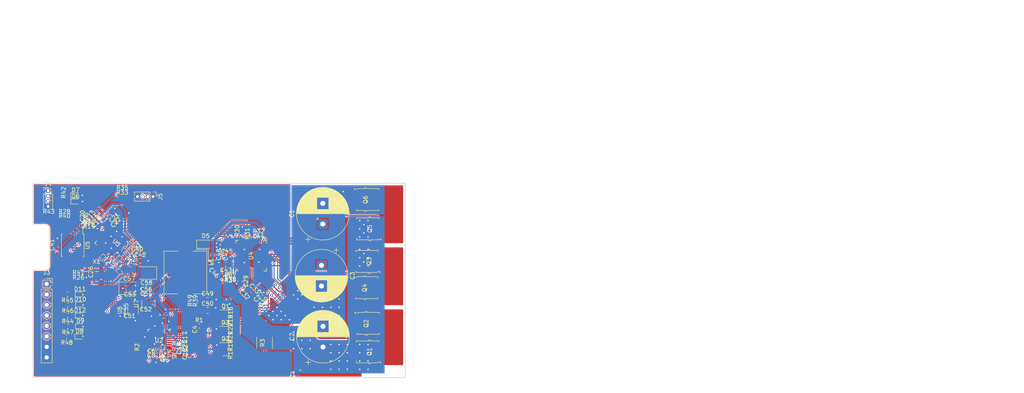
<source format=kicad_pcb>
(kicad_pcb (version 20171130) (host pcbnew 5.1.5-52549c5~84~ubuntu19.10.1)

  (general
    (thickness 1.6)
    (drawings 16)
    (tracks 1467)
    (zones 0)
    (modules 120)
    (nets 92)
  )

  (page USLetter)
  (title_block
    (title "Project Title")
  )

  (layers
    (0 F.Cu signal)
    (31 B.Cu signal)
    (34 B.Paste user)
    (35 F.Paste user)
    (36 B.SilkS user)
    (37 F.SilkS user)
    (38 B.Mask user)
    (39 F.Mask user)
    (40 Dwgs.User user)
    (44 Edge.Cuts user)
    (46 B.CrtYd user)
    (47 F.CrtYd user)
    (48 B.Fab user)
    (49 F.Fab user)
  )

  (setup
    (last_trace_width 0.1524)
    (user_trace_width 0.1524)
    (user_trace_width 0.254)
    (user_trace_width 0.3302)
    (user_trace_width 0.508)
    (user_trace_width 0.762)
    (user_trace_width 1.27)
    (trace_clearance 0.1524)
    (zone_clearance 0.254)
    (zone_45_only yes)
    (trace_min 0.1524)
    (via_size 0.6858)
    (via_drill 0.3302)
    (via_min_size 0.6858)
    (via_min_drill 0.3302)
    (user_via 0.6858 0.3302)
    (user_via 0.762 0.4064)
    (user_via 0.8636 0.508)
    (uvia_size 0.6858)
    (uvia_drill 0.3302)
    (uvias_allowed no)
    (uvia_min_size 0)
    (uvia_min_drill 0)
    (edge_width 0.1524)
    (segment_width 0.1524)
    (pcb_text_width 0.1524)
    (pcb_text_size 1.016 1.016)
    (mod_edge_width 0.1524)
    (mod_text_size 1.016 1.016)
    (mod_text_width 0.1524)
    (pad_size 1.524 1.524)
    (pad_drill 0.762)
    (pad_to_mask_clearance 0.0508)
    (solder_mask_min_width 0.1016)
    (pad_to_paste_clearance -0.0762)
    (aux_axis_origin 0 0)
    (visible_elements FFFFDF7D)
    (pcbplotparams
      (layerselection 0x310fc_80000001)
      (usegerberextensions true)
      (usegerberattributes false)
      (usegerberadvancedattributes false)
      (creategerberjobfile false)
      (excludeedgelayer true)
      (linewidth 0.100000)
      (plotframeref false)
      (viasonmask false)
      (mode 1)
      (useauxorigin false)
      (hpglpennumber 1)
      (hpglpenspeed 20)
      (hpglpendiameter 15.000000)
      (psnegative false)
      (psa4output false)
      (plotreference true)
      (plotvalue true)
      (plotinvisibletext false)
      (padsonsilk false)
      (subtractmaskfromsilk false)
      (outputformat 1)
      (mirror false)
      (drillshape 0)
      (scaleselection 1)
      (outputdirectory "gerbers"))
  )

  (net 0 "")
  (net 1 GND)
  (net 2 /VDRAIN)
  (net 3 "Net-(C4-Pad1)")
  (net 4 /FPGA_IO_3V3)
  (net 5 /FPGA_CORE_1V2)
  (net 6 /A_ADC)
  (net 7 /C_ADC)
  (net 8 "Net-(C20-Pad1)")
  (net 9 /B_ADC)
  (net 10 "Net-(C29-Pad1)")
  (net 11 "Net-(C32-Pad2)")
  (net 12 "Net-(C32-Pad1)")
  (net 13 "Net-(C33-Pad2)")
  (net 14 "Net-(C35-Pad1)")
  (net 15 "Net-(C43-Pad1)")
  (net 16 "Net-(C45-Pad1)")
  (net 17 "Net-(C46-Pad2)")
  (net 18 "Net-(C46-Pad1)")
  (net 19 "Net-(C49-Pad1)")
  (net 20 /VBUCK_5V0)
  (net 21 /FPGA_SCL)
  (net 22 /FPGA_SDA)
  (net 23 /IF_INT)
  (net 24 /IF_DIN)
  (net 25 /IF_SCK)
  (net 26 /IF_nCS)
  (net 27 /IF_DOUT)
  (net 28 /C)
  (net 29 /A)
  (net 30 /B)
  (net 31 "Net-(J3-Pad6)")
  (net 32 "Net-(J3-Pad5)")
  (net 33 "Net-(J3-Pad4)")
  (net 34 "Net-(J3-Pad3)")
  (net 35 "Net-(J3-Pad2)")
  (net 36 /DBG_RXD)
  (net 37 /DBG_TXD)
  (net 38 "Net-(L1-Pad2)")
  (net 39 /GHA)
  (net 40 /GLA)
  (net 41 /GHB)
  (net 42 /GLB)
  (net 43 /GHC)
  (net 44 /GLC)
  (net 45 /SOA)
  (net 46 /ADC_CNVSTN)
  (net 47 /SNA)
  (net 48 /SPA)
  (net 49 /ADC_SCK)
  (net 50 /ADC_CSN)
  (net 51 /ADC_DIN)
  (net 52 "Net-(R20-Pad2)")
  (net 53 /FLASH_SS)
  (net 54 /FLASH_SCK)
  (net 55 "Net-(R29-Pad1)")
  (net 56 /DRV_EN)
  (net 57 /DRV_SDO)
  (net 58 /DRV_nFAULT)
  (net 59 "Net-(R34-Pad1)")
  (net 60 /FB)
  (net 61 "Net-(R40-Pad2)")
  (net 62 "Net-(R41-Pad2)")
  (net 63 /ADC_EOCN)
  (net 64 /ADC_DOUT)
  (net 65 /DRV_nCS)
  (net 66 /INHA)
  (net 67 /INLA)
  (net 68 /INHB)
  (net 69 /INLB)
  (net 70 /INHC)
  (net 71 /INLC)
  (net 72 "Net-(U3-Pad31)")
  (net 73 /ICE40_CLK_25MHZ)
  (net 74 /FLASH_SI)
  (net 75 /FLASH_SO)
  (net 76 /DRV_SDI)
  (net 77 /DRV_SCK)
  (net 78 "Net-(U4-Pad24)")
  (net 79 "Net-(U4-Pad23)")
  (net 80 "Net-(U4-Pad22)")
  (net 81 "Net-(U4-Pad21)")
  (net 82 "Net-(U4-Pad14)")
  (net 83 "Net-(U4-Pad13)")
  (net 84 "Net-(X1-Pad1)")
  (net 85 /VSOURCE)
  (net 86 "Net-(U3-Pad12)")
  (net 87 "Net-(U3-Pad11)")
  (net 88 "Net-(U3-Pad10)")
  (net 89 "Net-(U3-Pad9)")
  (net 90 "Net-(U3-Pad6)")
  (net 91 "Net-(U3-Pad13)")

  (net_class Default "This is the default net class."
    (clearance 0.1524)
    (trace_width 0.1524)
    (via_dia 0.6858)
    (via_drill 0.3302)
    (uvia_dia 0.6858)
    (uvia_drill 0.3302)
    (add_net /A)
    (add_net /ADC_CNVSTN)
    (add_net /ADC_CSN)
    (add_net /ADC_DIN)
    (add_net /ADC_DOUT)
    (add_net /ADC_EOCN)
    (add_net /ADC_SCK)
    (add_net /A_ADC)
    (add_net /B)
    (add_net /B_ADC)
    (add_net /C)
    (add_net /C_ADC)
    (add_net /DBG_RXD)
    (add_net /DBG_TXD)
    (add_net /DRV_EN)
    (add_net /DRV_SCK)
    (add_net /DRV_SDI)
    (add_net /DRV_SDO)
    (add_net /DRV_nCS)
    (add_net /DRV_nFAULT)
    (add_net /FB)
    (add_net /FLASH_SCK)
    (add_net /FLASH_SI)
    (add_net /FLASH_SO)
    (add_net /FLASH_SS)
    (add_net /FPGA_CORE_1V2)
    (add_net /FPGA_IO_3V3)
    (add_net /FPGA_SCL)
    (add_net /FPGA_SDA)
    (add_net /GHA)
    (add_net /GHB)
    (add_net /GHC)
    (add_net /GLA)
    (add_net /GLB)
    (add_net /GLC)
    (add_net /ICE40_CLK_25MHZ)
    (add_net /IF_DIN)
    (add_net /IF_DOUT)
    (add_net /IF_INT)
    (add_net /IF_SCK)
    (add_net /IF_nCS)
    (add_net /INHA)
    (add_net /INHB)
    (add_net /INHC)
    (add_net /INLA)
    (add_net /INLB)
    (add_net /INLC)
    (add_net /SNA)
    (add_net /SOA)
    (add_net /SPA)
    (add_net /VBUCK_5V0)
    (add_net /VDRAIN)
    (add_net /VSOURCE)
    (add_net GND)
    (add_net "Net-(C20-Pad1)")
    (add_net "Net-(C29-Pad1)")
    (add_net "Net-(C32-Pad1)")
    (add_net "Net-(C32-Pad2)")
    (add_net "Net-(C33-Pad2)")
    (add_net "Net-(C35-Pad1)")
    (add_net "Net-(C4-Pad1)")
    (add_net "Net-(C43-Pad1)")
    (add_net "Net-(C45-Pad1)")
    (add_net "Net-(C46-Pad1)")
    (add_net "Net-(C46-Pad2)")
    (add_net "Net-(C49-Pad1)")
    (add_net "Net-(J3-Pad2)")
    (add_net "Net-(J3-Pad3)")
    (add_net "Net-(J3-Pad4)")
    (add_net "Net-(J3-Pad5)")
    (add_net "Net-(J3-Pad6)")
    (add_net "Net-(L1-Pad2)")
    (add_net "Net-(R20-Pad2)")
    (add_net "Net-(R29-Pad1)")
    (add_net "Net-(R34-Pad1)")
    (add_net "Net-(R40-Pad2)")
    (add_net "Net-(R41-Pad2)")
    (add_net "Net-(U3-Pad10)")
    (add_net "Net-(U3-Pad11)")
    (add_net "Net-(U3-Pad12)")
    (add_net "Net-(U3-Pad13)")
    (add_net "Net-(U3-Pad31)")
    (add_net "Net-(U3-Pad6)")
    (add_net "Net-(U3-Pad9)")
    (add_net "Net-(U4-Pad13)")
    (add_net "Net-(U4-Pad14)")
    (add_net "Net-(U4-Pad21)")
    (add_net "Net-(U4-Pad22)")
    (add_net "Net-(U4-Pad23)")
    (add_net "Net-(U4-Pad24)")
    (add_net "Net-(X1-Pad1)")
  )

  (module bldc-parts:Infineon_PG-TDSON-8-33 (layer F.Cu) (tedit 5DE36414) (tstamp 5DE3F4DB)
    (at 97.76 121.85 90)
    (path /5DE87C22)
    (fp_text reference Q3 (at 0 0.5 90) (layer F.SilkS)
      (effects (font (size 1 1) (thickness 0.15)))
    )
    (fp_text value IPC90N04S5L3R3ATMA1 (at 0 -0.5 90) (layer F.Fab)
      (effects (font (size 1 1) (thickness 0.15)))
    )
    (fp_line (start -3 4) (end -3 -4) (layer F.CrtYd) (width 0.12))
    (fp_line (start 3 4) (end -3 4) (layer F.CrtYd) (width 0.12))
    (fp_line (start 3 -4) (end 3 4) (layer F.CrtYd) (width 0.12))
    (fp_line (start -3 -4) (end 3 -4) (layer F.CrtYd) (width 0.12))
    (fp_line (start -2.9 3.3) (end -2.9 -3.9) (layer F.Fab) (width 0.12))
    (fp_line (start -2.3 3.9) (end -2.9 3.3) (layer F.Fab) (width 0.12))
    (fp_line (start 2.9 3.9) (end -2.3 3.9) (layer F.Fab) (width 0.12))
    (fp_line (start 2.9 -3.9) (end 2.9 3.9) (layer F.Fab) (width 0.12))
    (fp_line (start -2.9 -3.9) (end 2.9 -3.9) (layer F.Fab) (width 0.12))
    (fp_line (start 2.6 0.3) (end 2.6 -2.7) (layer F.SilkS) (width 0.12))
    (fp_line (start -2.7 0.3) (end -2.7 -2.7) (layer F.SilkS) (width 0.12))
    (fp_line (start -2.9 0.7) (end -2.7 0.7) (layer F.SilkS) (width 0.12))
    (fp_line (start -2.9 0.3) (end -2.9 0.7) (layer F.SilkS) (width 0.12))
    (fp_line (start -2.7 0.3) (end -2.9 0.3) (layer F.SilkS) (width 0.12))
    (fp_line (start 2.8 0.7) (end 2.6 0.7) (layer F.SilkS) (width 0.12))
    (fp_line (start 2.8 0.3) (end 2.8 0.7) (layer F.SilkS) (width 0.12))
    (fp_line (start 2.6 0.3) (end 2.8 0.3) (layer F.SilkS) (width 0.12))
    (fp_line (start 2.6 -2.7) (end 2.3 -2.7) (layer F.SilkS) (width 0.12))
    (fp_line (start 2.3 2.7) (end 2.6 2.7) (layer F.SilkS) (width 0.12))
    (fp_line (start 2.6 0.7) (end 2.6 2.7) (layer F.SilkS) (width 0.12))
    (fp_line (start -2.7 2.4) (end -2.4 2.7) (layer F.SilkS) (width 0.12))
    (fp_line (start -2.7 0.7) (end -2.7 2.4) (layer F.SilkS) (width 0.12))
    (fp_line (start -2.3 -2.7) (end -2.7 -2.7) (layer F.SilkS) (width 0.12))
    (fp_circle (center -2.6 3.1) (end -2.458579 3.1) (layer F.SilkS) (width 0.12))
    (pad 5 smd rect (at 0.85 -1.49 90) (size 1.5 1.5) (layers F.Paste)
      (net 2 /VDRAIN))
    (pad 5 smd rect (at -0.85 -1.49 90) (size 1.5 1.5) (layers F.Paste)
      (net 2 /VDRAIN))
    (pad 5 smd rect (at -0.85 0.21 90) (size 1.5 1.5) (layers F.Paste)
      (net 2 /VDRAIN))
    (pad 5 smd rect (at 0.85 0.21 90) (size 1.5 1.5) (layers F.Paste)
      (net 2 /VDRAIN))
    (pad 1 smd rect (at -1.905 3.295 90) (size 0.5 0.85) (layers F.Paste)
      (net 30 /B))
    (pad 2 smd rect (at -0.635 3.295 90) (size 0.5 0.85) (layers F.Paste)
      (net 30 /B))
    (pad 3 smd rect (at 0.635 3.295 90) (size 0.5 0.85) (layers F.Paste)
      (net 30 /B))
    (pad 1 smd rect (at -1.74 2.5 90) (size 0.85 0.5) (layers F.Paste)
      (net 30 /B))
    (pad 1 smd rect (at 0.46 2.5 90) (size 0.85 0.5) (layers F.Paste)
      (net 30 /B))
    (pad 1 smd rect (at -0.64 2.5 90) (size 0.85 0.5) (layers F.Paste)
      (net 30 /B))
    (pad 4 smd rect (at 1.905 3.12 90) (size 0.5 1.2) (layers F.Paste)
      (net 41 /GHB))
    (pad 5 smd rect (at 1.905 -3.12 90) (size 0.5 1.2) (layers F.Paste)
      (net 2 /VDRAIN))
    (pad 6 smd rect (at 0.635 -3.12 90) (size 0.5 1.2) (layers F.Paste)
      (net 2 /VDRAIN))
    (pad 7 smd rect (at -0.635 -3.12 90) (size 0.5 1.2) (layers F.Paste)
      (net 2 /VDRAIN))
    (pad 8 smd rect (at -1.905 -3.12 90) (size 0.5 1.2) (layers F.Paste)
      (net 2 /VDRAIN))
    (pad 1 smd rect (at -0.635 2.5275 90) (size 3.14 0.615) (layers F.Cu F.Mask)
      (net 30 /B))
    (pad 5 smd rect (at 0 -0.6475 90) (size 4.41 3.55) (layers F.Cu F.Mask)
      (net 2 /VDRAIN))
    (pad 5 smd rect (at 1.905 -3.095 90) (size 0.6 1.35) (layers F.Cu F.Mask)
      (net 2 /VDRAIN))
    (pad 8 smd rect (at -1.905 -3.095 90) (size 0.6 1.35) (layers F.Cu F.Mask)
      (net 2 /VDRAIN))
    (pad 7 smd rect (at -0.635 -3.095 90) (size 0.6 1.35) (layers F.Cu F.Mask)
      (net 2 /VDRAIN))
    (pad 1 smd rect (at -1.905 2.995 90) (size 0.6 1.55) (layers F.Cu F.Mask)
      (net 30 /B))
    (pad 4 smd rect (at 1.905 2.995 90) (size 0.6 1.55) (layers F.Cu F.Mask)
      (net 41 /GHB))
    (pad 2 smd rect (at -0.635 2.995 90) (size 0.6 1.55) (layers F.Cu F.Mask)
      (net 30 /B))
    (pad 3 smd rect (at 0.635 2.995 90) (size 0.6 1.55) (layers F.Cu F.Mask)
      (net 30 /B))
    (pad 6 smd rect (at 0.635 -3.095 90) (size 0.6 1.35) (layers F.Cu F.Mask)
      (net 2 /VDRAIN))
  )

  (module Capacitor_THT:CP_Radial_D12.5mm_P5.00mm (layer F.Cu) (tedit 5AE50EF1) (tstamp 5DE3EFD5)
    (at 86.75 122.86 270)
    (descr "CP, Radial series, Radial, pin pitch=5.00mm, , diameter=12.5mm, Electrolytic Capacitor")
    (tags "CP Radial series Radial pin pitch 5.00mm  diameter 12.5mm Electrolytic Capacitor")
    (path /5DCAFF60)
    (fp_text reference C3 (at 2.5 -7.5 90) (layer F.SilkS)
      (effects (font (size 1 1) (thickness 0.15)))
    )
    (fp_text value "470 uF 63V" (at 2.5 7.5 90) (layer F.Fab)
      (effects (font (size 1 1) (thickness 0.15)))
    )
    (fp_text user %R (at 2.5 0 90) (layer F.Fab)
      (effects (font (size 1 1) (thickness 0.15)))
    )
    (fp_line (start -3.692082 -4.2) (end -3.692082 -2.95) (layer F.SilkS) (width 0.12))
    (fp_line (start -4.317082 -3.575) (end -3.067082 -3.575) (layer F.SilkS) (width 0.12))
    (fp_line (start 8.861 -0.317) (end 8.861 0.317) (layer F.SilkS) (width 0.12))
    (fp_line (start 8.821 -0.757) (end 8.821 0.757) (layer F.SilkS) (width 0.12))
    (fp_line (start 8.781 -1.028) (end 8.781 1.028) (layer F.SilkS) (width 0.12))
    (fp_line (start 8.741 -1.241) (end 8.741 1.241) (layer F.SilkS) (width 0.12))
    (fp_line (start 8.701 -1.422) (end 8.701 1.422) (layer F.SilkS) (width 0.12))
    (fp_line (start 8.661 -1.583) (end 8.661 1.583) (layer F.SilkS) (width 0.12))
    (fp_line (start 8.621 -1.728) (end 8.621 1.728) (layer F.SilkS) (width 0.12))
    (fp_line (start 8.581 -1.861) (end 8.581 1.861) (layer F.SilkS) (width 0.12))
    (fp_line (start 8.541 -1.984) (end 8.541 1.984) (layer F.SilkS) (width 0.12))
    (fp_line (start 8.501 -2.1) (end 8.501 2.1) (layer F.SilkS) (width 0.12))
    (fp_line (start 8.461 -2.209) (end 8.461 2.209) (layer F.SilkS) (width 0.12))
    (fp_line (start 8.421 -2.312) (end 8.421 2.312) (layer F.SilkS) (width 0.12))
    (fp_line (start 8.381 -2.41) (end 8.381 2.41) (layer F.SilkS) (width 0.12))
    (fp_line (start 8.341 -2.504) (end 8.341 2.504) (layer F.SilkS) (width 0.12))
    (fp_line (start 8.301 -2.594) (end 8.301 2.594) (layer F.SilkS) (width 0.12))
    (fp_line (start 8.261 -2.681) (end 8.261 2.681) (layer F.SilkS) (width 0.12))
    (fp_line (start 8.221 -2.764) (end 8.221 2.764) (layer F.SilkS) (width 0.12))
    (fp_line (start 8.181 -2.844) (end 8.181 2.844) (layer F.SilkS) (width 0.12))
    (fp_line (start 8.141 -2.921) (end 8.141 2.921) (layer F.SilkS) (width 0.12))
    (fp_line (start 8.101 -2.996) (end 8.101 2.996) (layer F.SilkS) (width 0.12))
    (fp_line (start 8.061 -3.069) (end 8.061 3.069) (layer F.SilkS) (width 0.12))
    (fp_line (start 8.021 -3.14) (end 8.021 3.14) (layer F.SilkS) (width 0.12))
    (fp_line (start 7.981 -3.208) (end 7.981 3.208) (layer F.SilkS) (width 0.12))
    (fp_line (start 7.941 -3.275) (end 7.941 3.275) (layer F.SilkS) (width 0.12))
    (fp_line (start 7.901 -3.339) (end 7.901 3.339) (layer F.SilkS) (width 0.12))
    (fp_line (start 7.861 -3.402) (end 7.861 3.402) (layer F.SilkS) (width 0.12))
    (fp_line (start 7.821 -3.464) (end 7.821 3.464) (layer F.SilkS) (width 0.12))
    (fp_line (start 7.781 -3.524) (end 7.781 3.524) (layer F.SilkS) (width 0.12))
    (fp_line (start 7.741 -3.583) (end 7.741 3.583) (layer F.SilkS) (width 0.12))
    (fp_line (start 7.701 -3.64) (end 7.701 3.64) (layer F.SilkS) (width 0.12))
    (fp_line (start 7.661 -3.696) (end 7.661 3.696) (layer F.SilkS) (width 0.12))
    (fp_line (start 7.621 -3.75) (end 7.621 3.75) (layer F.SilkS) (width 0.12))
    (fp_line (start 7.581 -3.804) (end 7.581 3.804) (layer F.SilkS) (width 0.12))
    (fp_line (start 7.541 -3.856) (end 7.541 3.856) (layer F.SilkS) (width 0.12))
    (fp_line (start 7.501 -3.907) (end 7.501 3.907) (layer F.SilkS) (width 0.12))
    (fp_line (start 7.461 -3.957) (end 7.461 3.957) (layer F.SilkS) (width 0.12))
    (fp_line (start 7.421 -4.007) (end 7.421 4.007) (layer F.SilkS) (width 0.12))
    (fp_line (start 7.381 -4.055) (end 7.381 4.055) (layer F.SilkS) (width 0.12))
    (fp_line (start 7.341 -4.102) (end 7.341 4.102) (layer F.SilkS) (width 0.12))
    (fp_line (start 7.301 -4.148) (end 7.301 4.148) (layer F.SilkS) (width 0.12))
    (fp_line (start 7.261 -4.194) (end 7.261 4.194) (layer F.SilkS) (width 0.12))
    (fp_line (start 7.221 -4.238) (end 7.221 4.238) (layer F.SilkS) (width 0.12))
    (fp_line (start 7.181 -4.282) (end 7.181 4.282) (layer F.SilkS) (width 0.12))
    (fp_line (start 7.141 -4.325) (end 7.141 4.325) (layer F.SilkS) (width 0.12))
    (fp_line (start 7.101 -4.367) (end 7.101 4.367) (layer F.SilkS) (width 0.12))
    (fp_line (start 7.061 -4.408) (end 7.061 4.408) (layer F.SilkS) (width 0.12))
    (fp_line (start 7.021 -4.449) (end 7.021 4.449) (layer F.SilkS) (width 0.12))
    (fp_line (start 6.981 -4.489) (end 6.981 4.489) (layer F.SilkS) (width 0.12))
    (fp_line (start 6.941 -4.528) (end 6.941 4.528) (layer F.SilkS) (width 0.12))
    (fp_line (start 6.901 -4.567) (end 6.901 4.567) (layer F.SilkS) (width 0.12))
    (fp_line (start 6.861 -4.605) (end 6.861 4.605) (layer F.SilkS) (width 0.12))
    (fp_line (start 6.821 -4.642) (end 6.821 4.642) (layer F.SilkS) (width 0.12))
    (fp_line (start 6.781 -4.678) (end 6.781 4.678) (layer F.SilkS) (width 0.12))
    (fp_line (start 6.741 -4.714) (end 6.741 4.714) (layer F.SilkS) (width 0.12))
    (fp_line (start 6.701 -4.75) (end 6.701 4.75) (layer F.SilkS) (width 0.12))
    (fp_line (start 6.661 -4.785) (end 6.661 4.785) (layer F.SilkS) (width 0.12))
    (fp_line (start 6.621 -4.819) (end 6.621 4.819) (layer F.SilkS) (width 0.12))
    (fp_line (start 6.581 -4.852) (end 6.581 4.852) (layer F.SilkS) (width 0.12))
    (fp_line (start 6.541 -4.885) (end 6.541 4.885) (layer F.SilkS) (width 0.12))
    (fp_line (start 6.501 -4.918) (end 6.501 4.918) (layer F.SilkS) (width 0.12))
    (fp_line (start 6.461 -4.95) (end 6.461 4.95) (layer F.SilkS) (width 0.12))
    (fp_line (start 6.421 1.44) (end 6.421 4.982) (layer F.SilkS) (width 0.12))
    (fp_line (start 6.421 -4.982) (end 6.421 -1.44) (layer F.SilkS) (width 0.12))
    (fp_line (start 6.381 1.44) (end 6.381 5.012) (layer F.SilkS) (width 0.12))
    (fp_line (start 6.381 -5.012) (end 6.381 -1.44) (layer F.SilkS) (width 0.12))
    (fp_line (start 6.341 1.44) (end 6.341 5.043) (layer F.SilkS) (width 0.12))
    (fp_line (start 6.341 -5.043) (end 6.341 -1.44) (layer F.SilkS) (width 0.12))
    (fp_line (start 6.301 1.44) (end 6.301 5.073) (layer F.SilkS) (width 0.12))
    (fp_line (start 6.301 -5.073) (end 6.301 -1.44) (layer F.SilkS) (width 0.12))
    (fp_line (start 6.261 1.44) (end 6.261 5.102) (layer F.SilkS) (width 0.12))
    (fp_line (start 6.261 -5.102) (end 6.261 -1.44) (layer F.SilkS) (width 0.12))
    (fp_line (start 6.221 1.44) (end 6.221 5.131) (layer F.SilkS) (width 0.12))
    (fp_line (start 6.221 -5.131) (end 6.221 -1.44) (layer F.SilkS) (width 0.12))
    (fp_line (start 6.181 1.44) (end 6.181 5.16) (layer F.SilkS) (width 0.12))
    (fp_line (start 6.181 -5.16) (end 6.181 -1.44) (layer F.SilkS) (width 0.12))
    (fp_line (start 6.141 1.44) (end 6.141 5.188) (layer F.SilkS) (width 0.12))
    (fp_line (start 6.141 -5.188) (end 6.141 -1.44) (layer F.SilkS) (width 0.12))
    (fp_line (start 6.101 1.44) (end 6.101 5.216) (layer F.SilkS) (width 0.12))
    (fp_line (start 6.101 -5.216) (end 6.101 -1.44) (layer F.SilkS) (width 0.12))
    (fp_line (start 6.061 1.44) (end 6.061 5.243) (layer F.SilkS) (width 0.12))
    (fp_line (start 6.061 -5.243) (end 6.061 -1.44) (layer F.SilkS) (width 0.12))
    (fp_line (start 6.021 1.44) (end 6.021 5.27) (layer F.SilkS) (width 0.12))
    (fp_line (start 6.021 -5.27) (end 6.021 -1.44) (layer F.SilkS) (width 0.12))
    (fp_line (start 5.981 1.44) (end 5.981 5.296) (layer F.SilkS) (width 0.12))
    (fp_line (start 5.981 -5.296) (end 5.981 -1.44) (layer F.SilkS) (width 0.12))
    (fp_line (start 5.941 1.44) (end 5.941 5.322) (layer F.SilkS) (width 0.12))
    (fp_line (start 5.941 -5.322) (end 5.941 -1.44) (layer F.SilkS) (width 0.12))
    (fp_line (start 5.901 1.44) (end 5.901 5.347) (layer F.SilkS) (width 0.12))
    (fp_line (start 5.901 -5.347) (end 5.901 -1.44) (layer F.SilkS) (width 0.12))
    (fp_line (start 5.861 1.44) (end 5.861 5.372) (layer F.SilkS) (width 0.12))
    (fp_line (start 5.861 -5.372) (end 5.861 -1.44) (layer F.SilkS) (width 0.12))
    (fp_line (start 5.821 1.44) (end 5.821 5.397) (layer F.SilkS) (width 0.12))
    (fp_line (start 5.821 -5.397) (end 5.821 -1.44) (layer F.SilkS) (width 0.12))
    (fp_line (start 5.781 1.44) (end 5.781 5.421) (layer F.SilkS) (width 0.12))
    (fp_line (start 5.781 -5.421) (end 5.781 -1.44) (layer F.SilkS) (width 0.12))
    (fp_line (start 5.741 1.44) (end 5.741 5.445) (layer F.SilkS) (width 0.12))
    (fp_line (start 5.741 -5.445) (end 5.741 -1.44) (layer F.SilkS) (width 0.12))
    (fp_line (start 5.701 1.44) (end 5.701 5.468) (layer F.SilkS) (width 0.12))
    (fp_line (start 5.701 -5.468) (end 5.701 -1.44) (layer F.SilkS) (width 0.12))
    (fp_line (start 5.661 1.44) (end 5.661 5.491) (layer F.SilkS) (width 0.12))
    (fp_line (start 5.661 -5.491) (end 5.661 -1.44) (layer F.SilkS) (width 0.12))
    (fp_line (start 5.621 1.44) (end 5.621 5.514) (layer F.SilkS) (width 0.12))
    (fp_line (start 5.621 -5.514) (end 5.621 -1.44) (layer F.SilkS) (width 0.12))
    (fp_line (start 5.581 1.44) (end 5.581 5.536) (layer F.SilkS) (width 0.12))
    (fp_line (start 5.581 -5.536) (end 5.581 -1.44) (layer F.SilkS) (width 0.12))
    (fp_line (start 5.541 1.44) (end 5.541 5.558) (layer F.SilkS) (width 0.12))
    (fp_line (start 5.541 -5.558) (end 5.541 -1.44) (layer F.SilkS) (width 0.12))
    (fp_line (start 5.501 1.44) (end 5.501 5.58) (layer F.SilkS) (width 0.12))
    (fp_line (start 5.501 -5.58) (end 5.501 -1.44) (layer F.SilkS) (width 0.12))
    (fp_line (start 5.461 1.44) (end 5.461 5.601) (layer F.SilkS) (width 0.12))
    (fp_line (start 5.461 -5.601) (end 5.461 -1.44) (layer F.SilkS) (width 0.12))
    (fp_line (start 5.421 1.44) (end 5.421 5.622) (layer F.SilkS) (width 0.12))
    (fp_line (start 5.421 -5.622) (end 5.421 -1.44) (layer F.SilkS) (width 0.12))
    (fp_line (start 5.381 1.44) (end 5.381 5.642) (layer F.SilkS) (width 0.12))
    (fp_line (start 5.381 -5.642) (end 5.381 -1.44) (layer F.SilkS) (width 0.12))
    (fp_line (start 5.341 1.44) (end 5.341 5.662) (layer F.SilkS) (width 0.12))
    (fp_line (start 5.341 -5.662) (end 5.341 -1.44) (layer F.SilkS) (width 0.12))
    (fp_line (start 5.301 1.44) (end 5.301 5.682) (layer F.SilkS) (width 0.12))
    (fp_line (start 5.301 -5.682) (end 5.301 -1.44) (layer F.SilkS) (width 0.12))
    (fp_line (start 5.261 1.44) (end 5.261 5.702) (layer F.SilkS) (width 0.12))
    (fp_line (start 5.261 -5.702) (end 5.261 -1.44) (layer F.SilkS) (width 0.12))
    (fp_line (start 5.221 1.44) (end 5.221 5.721) (layer F.SilkS) (width 0.12))
    (fp_line (start 5.221 -5.721) (end 5.221 -1.44) (layer F.SilkS) (width 0.12))
    (fp_line (start 5.181 1.44) (end 5.181 5.739) (layer F.SilkS) (width 0.12))
    (fp_line (start 5.181 -5.739) (end 5.181 -1.44) (layer F.SilkS) (width 0.12))
    (fp_line (start 5.141 1.44) (end 5.141 5.758) (layer F.SilkS) (width 0.12))
    (fp_line (start 5.141 -5.758) (end 5.141 -1.44) (layer F.SilkS) (width 0.12))
    (fp_line (start 5.101 1.44) (end 5.101 5.776) (layer F.SilkS) (width 0.12))
    (fp_line (start 5.101 -5.776) (end 5.101 -1.44) (layer F.SilkS) (width 0.12))
    (fp_line (start 5.061 1.44) (end 5.061 5.793) (layer F.SilkS) (width 0.12))
    (fp_line (start 5.061 -5.793) (end 5.061 -1.44) (layer F.SilkS) (width 0.12))
    (fp_line (start 5.021 1.44) (end 5.021 5.811) (layer F.SilkS) (width 0.12))
    (fp_line (start 5.021 -5.811) (end 5.021 -1.44) (layer F.SilkS) (width 0.12))
    (fp_line (start 4.981 1.44) (end 4.981 5.828) (layer F.SilkS) (width 0.12))
    (fp_line (start 4.981 -5.828) (end 4.981 -1.44) (layer F.SilkS) (width 0.12))
    (fp_line (start 4.941 1.44) (end 4.941 5.845) (layer F.SilkS) (width 0.12))
    (fp_line (start 4.941 -5.845) (end 4.941 -1.44) (layer F.SilkS) (width 0.12))
    (fp_line (start 4.901 1.44) (end 4.901 5.861) (layer F.SilkS) (width 0.12))
    (fp_line (start 4.901 -5.861) (end 4.901 -1.44) (layer F.SilkS) (width 0.12))
    (fp_line (start 4.861 1.44) (end 4.861 5.877) (layer F.SilkS) (width 0.12))
    (fp_line (start 4.861 -5.877) (end 4.861 -1.44) (layer F.SilkS) (width 0.12))
    (fp_line (start 4.821 1.44) (end 4.821 5.893) (layer F.SilkS) (width 0.12))
    (fp_line (start 4.821 -5.893) (end 4.821 -1.44) (layer F.SilkS) (width 0.12))
    (fp_line (start 4.781 1.44) (end 4.781 5.908) (layer F.SilkS) (width 0.12))
    (fp_line (start 4.781 -5.908) (end 4.781 -1.44) (layer F.SilkS) (width 0.12))
    (fp_line (start 4.741 1.44) (end 4.741 5.924) (layer F.SilkS) (width 0.12))
    (fp_line (start 4.741 -5.924) (end 4.741 -1.44) (layer F.SilkS) (width 0.12))
    (fp_line (start 4.701 1.44) (end 4.701 5.939) (layer F.SilkS) (width 0.12))
    (fp_line (start 4.701 -5.939) (end 4.701 -1.44) (layer F.SilkS) (width 0.12))
    (fp_line (start 4.661 1.44) (end 4.661 5.953) (layer F.SilkS) (width 0.12))
    (fp_line (start 4.661 -5.953) (end 4.661 -1.44) (layer F.SilkS) (width 0.12))
    (fp_line (start 4.621 1.44) (end 4.621 5.967) (layer F.SilkS) (width 0.12))
    (fp_line (start 4.621 -5.967) (end 4.621 -1.44) (layer F.SilkS) (width 0.12))
    (fp_line (start 4.581 1.44) (end 4.581 5.981) (layer F.SilkS) (width 0.12))
    (fp_line (start 4.581 -5.981) (end 4.581 -1.44) (layer F.SilkS) (width 0.12))
    (fp_line (start 4.541 1.44) (end 4.541 5.995) (layer F.SilkS) (width 0.12))
    (fp_line (start 4.541 -5.995) (end 4.541 -1.44) (layer F.SilkS) (width 0.12))
    (fp_line (start 4.501 1.44) (end 4.501 6.008) (layer F.SilkS) (width 0.12))
    (fp_line (start 4.501 -6.008) (end 4.501 -1.44) (layer F.SilkS) (width 0.12))
    (fp_line (start 4.461 1.44) (end 4.461 6.021) (layer F.SilkS) (width 0.12))
    (fp_line (start 4.461 -6.021) (end 4.461 -1.44) (layer F.SilkS) (width 0.12))
    (fp_line (start 4.421 1.44) (end 4.421 6.034) (layer F.SilkS) (width 0.12))
    (fp_line (start 4.421 -6.034) (end 4.421 -1.44) (layer F.SilkS) (width 0.12))
    (fp_line (start 4.381 1.44) (end 4.381 6.047) (layer F.SilkS) (width 0.12))
    (fp_line (start 4.381 -6.047) (end 4.381 -1.44) (layer F.SilkS) (width 0.12))
    (fp_line (start 4.341 1.44) (end 4.341 6.059) (layer F.SilkS) (width 0.12))
    (fp_line (start 4.341 -6.059) (end 4.341 -1.44) (layer F.SilkS) (width 0.12))
    (fp_line (start 4.301 1.44) (end 4.301 6.071) (layer F.SilkS) (width 0.12))
    (fp_line (start 4.301 -6.071) (end 4.301 -1.44) (layer F.SilkS) (width 0.12))
    (fp_line (start 4.261 1.44) (end 4.261 6.083) (layer F.SilkS) (width 0.12))
    (fp_line (start 4.261 -6.083) (end 4.261 -1.44) (layer F.SilkS) (width 0.12))
    (fp_line (start 4.221 1.44) (end 4.221 6.094) (layer F.SilkS) (width 0.12))
    (fp_line (start 4.221 -6.094) (end 4.221 -1.44) (layer F.SilkS) (width 0.12))
    (fp_line (start 4.181 1.44) (end 4.181 6.105) (layer F.SilkS) (width 0.12))
    (fp_line (start 4.181 -6.105) (end 4.181 -1.44) (layer F.SilkS) (width 0.12))
    (fp_line (start 4.141 1.44) (end 4.141 6.116) (layer F.SilkS) (width 0.12))
    (fp_line (start 4.141 -6.116) (end 4.141 -1.44) (layer F.SilkS) (width 0.12))
    (fp_line (start 4.101 1.44) (end 4.101 6.126) (layer F.SilkS) (width 0.12))
    (fp_line (start 4.101 -6.126) (end 4.101 -1.44) (layer F.SilkS) (width 0.12))
    (fp_line (start 4.061 1.44) (end 4.061 6.137) (layer F.SilkS) (width 0.12))
    (fp_line (start 4.061 -6.137) (end 4.061 -1.44) (layer F.SilkS) (width 0.12))
    (fp_line (start 4.021 1.44) (end 4.021 6.146) (layer F.SilkS) (width 0.12))
    (fp_line (start 4.021 -6.146) (end 4.021 -1.44) (layer F.SilkS) (width 0.12))
    (fp_line (start 3.981 1.44) (end 3.981 6.156) (layer F.SilkS) (width 0.12))
    (fp_line (start 3.981 -6.156) (end 3.981 -1.44) (layer F.SilkS) (width 0.12))
    (fp_line (start 3.941 1.44) (end 3.941 6.166) (layer F.SilkS) (width 0.12))
    (fp_line (start 3.941 -6.166) (end 3.941 -1.44) (layer F.SilkS) (width 0.12))
    (fp_line (start 3.901 1.44) (end 3.901 6.175) (layer F.SilkS) (width 0.12))
    (fp_line (start 3.901 -6.175) (end 3.901 -1.44) (layer F.SilkS) (width 0.12))
    (fp_line (start 3.861 1.44) (end 3.861 6.184) (layer F.SilkS) (width 0.12))
    (fp_line (start 3.861 -6.184) (end 3.861 -1.44) (layer F.SilkS) (width 0.12))
    (fp_line (start 3.821 1.44) (end 3.821 6.192) (layer F.SilkS) (width 0.12))
    (fp_line (start 3.821 -6.192) (end 3.821 -1.44) (layer F.SilkS) (width 0.12))
    (fp_line (start 3.781 1.44) (end 3.781 6.201) (layer F.SilkS) (width 0.12))
    (fp_line (start 3.781 -6.201) (end 3.781 -1.44) (layer F.SilkS) (width 0.12))
    (fp_line (start 3.741 1.44) (end 3.741 6.209) (layer F.SilkS) (width 0.12))
    (fp_line (start 3.741 -6.209) (end 3.741 -1.44) (layer F.SilkS) (width 0.12))
    (fp_line (start 3.701 1.44) (end 3.701 6.216) (layer F.SilkS) (width 0.12))
    (fp_line (start 3.701 -6.216) (end 3.701 -1.44) (layer F.SilkS) (width 0.12))
    (fp_line (start 3.661 1.44) (end 3.661 6.224) (layer F.SilkS) (width 0.12))
    (fp_line (start 3.661 -6.224) (end 3.661 -1.44) (layer F.SilkS) (width 0.12))
    (fp_line (start 3.621 1.44) (end 3.621 6.231) (layer F.SilkS) (width 0.12))
    (fp_line (start 3.621 -6.231) (end 3.621 -1.44) (layer F.SilkS) (width 0.12))
    (fp_line (start 3.581 1.44) (end 3.581 6.238) (layer F.SilkS) (width 0.12))
    (fp_line (start 3.581 -6.238) (end 3.581 -1.44) (layer F.SilkS) (width 0.12))
    (fp_line (start 3.541 -6.245) (end 3.541 6.245) (layer F.SilkS) (width 0.12))
    (fp_line (start 3.501 -6.252) (end 3.501 6.252) (layer F.SilkS) (width 0.12))
    (fp_line (start 3.461 -6.258) (end 3.461 6.258) (layer F.SilkS) (width 0.12))
    (fp_line (start 3.421 -6.264) (end 3.421 6.264) (layer F.SilkS) (width 0.12))
    (fp_line (start 3.381 -6.269) (end 3.381 6.269) (layer F.SilkS) (width 0.12))
    (fp_line (start 3.341 -6.275) (end 3.341 6.275) (layer F.SilkS) (width 0.12))
    (fp_line (start 3.301 -6.28) (end 3.301 6.28) (layer F.SilkS) (width 0.12))
    (fp_line (start 3.261 -6.285) (end 3.261 6.285) (layer F.SilkS) (width 0.12))
    (fp_line (start 3.221 -6.29) (end 3.221 6.29) (layer F.SilkS) (width 0.12))
    (fp_line (start 3.18 -6.294) (end 3.18 6.294) (layer F.SilkS) (width 0.12))
    (fp_line (start 3.14 -6.298) (end 3.14 6.298) (layer F.SilkS) (width 0.12))
    (fp_line (start 3.1 -6.302) (end 3.1 6.302) (layer F.SilkS) (width 0.12))
    (fp_line (start 3.06 -6.306) (end 3.06 6.306) (layer F.SilkS) (width 0.12))
    (fp_line (start 3.02 -6.309) (end 3.02 6.309) (layer F.SilkS) (width 0.12))
    (fp_line (start 2.98 -6.312) (end 2.98 6.312) (layer F.SilkS) (width 0.12))
    (fp_line (start 2.94 -6.315) (end 2.94 6.315) (layer F.SilkS) (width 0.12))
    (fp_line (start 2.9 -6.318) (end 2.9 6.318) (layer F.SilkS) (width 0.12))
    (fp_line (start 2.86 -6.32) (end 2.86 6.32) (layer F.SilkS) (width 0.12))
    (fp_line (start 2.82 -6.322) (end 2.82 6.322) (layer F.SilkS) (width 0.12))
    (fp_line (start 2.78 -6.324) (end 2.78 6.324) (layer F.SilkS) (width 0.12))
    (fp_line (start 2.74 -6.326) (end 2.74 6.326) (layer F.SilkS) (width 0.12))
    (fp_line (start 2.7 -6.327) (end 2.7 6.327) (layer F.SilkS) (width 0.12))
    (fp_line (start 2.66 -6.328) (end 2.66 6.328) (layer F.SilkS) (width 0.12))
    (fp_line (start 2.62 -6.329) (end 2.62 6.329) (layer F.SilkS) (width 0.12))
    (fp_line (start 2.58 -6.33) (end 2.58 6.33) (layer F.SilkS) (width 0.12))
    (fp_line (start 2.54 -6.33) (end 2.54 6.33) (layer F.SilkS) (width 0.12))
    (fp_line (start 2.5 -6.33) (end 2.5 6.33) (layer F.SilkS) (width 0.12))
    (fp_line (start -2.241489 -3.3625) (end -2.241489 -2.1125) (layer F.Fab) (width 0.1))
    (fp_line (start -2.866489 -2.7375) (end -1.616489 -2.7375) (layer F.Fab) (width 0.1))
    (fp_circle (center 2.5 0) (end 9 0) (layer F.CrtYd) (width 0.05))
    (fp_circle (center 2.5 0) (end 8.87 0) (layer F.SilkS) (width 0.12))
    (fp_circle (center 2.5 0) (end 8.75 0) (layer F.Fab) (width 0.1))
    (pad 2 thru_hole circle (at 5 0 270) (size 2.4 2.4) (drill 1.2) (layers *.Cu *.Mask)
      (net 85 /VSOURCE))
    (pad 1 thru_hole rect (at 0 0 270) (size 2.4 2.4) (drill 1.2) (layers *.Cu *.Mask)
      (net 2 /VDRAIN))
    (model ${KISYS3DMOD}/Capacitor_THT.3dshapes/CP_Radial_D12.5mm_P5.00mm.wrl
      (at (xyz 0 0 0))
      (scale (xyz 1 1 1))
      (rotate (xyz 0 0 0))
    )
  )

  (module Oscillator:Oscillator_SMD_EuroQuartz_XO32-4Pin_3.2x2.5mm (layer F.Cu) (tedit 58CD3344) (tstamp 5DE3F901)
    (at 32.39 124.39)
    (descr "Miniature Crystal Clock Oscillator EuroQuartz XO32 series, http://cdn-reichelt.de/documents/datenblatt/B400/XO32.pdf, 3.2x2.5mm^2 package")
    (tags "SMD SMT crystal oscillator")
    (path /6138DA17)
    (attr smd)
    (fp_text reference X1 (at 0 -2.45) (layer F.SilkS)
      (effects (font (size 1 1) (thickness 0.15)))
    )
    (fp_text value ECS-3225MV-250-BN-TR (at 0 2.45) (layer F.Fab)
      (effects (font (size 1 1) (thickness 0.15)))
    )
    (fp_circle (center 0 0) (end 0.058333 0) (layer F.Adhes) (width 0.116667))
    (fp_circle (center 0 0) (end 0.133333 0) (layer F.Adhes) (width 0.083333))
    (fp_circle (center 0 0) (end 0.208333 0) (layer F.Adhes) (width 0.083333))
    (fp_circle (center 0 0) (end 0.25 0) (layer F.Adhes) (width 0.1))
    (fp_line (start 1.9 -1.5) (end -1.9 -1.5) (layer F.CrtYd) (width 0.05))
    (fp_line (start 1.9 1.5) (end 1.9 -1.5) (layer F.CrtYd) (width 0.05))
    (fp_line (start -1.9 1.5) (end 1.9 1.5) (layer F.CrtYd) (width 0.05))
    (fp_line (start -1.9 -1.5) (end -1.9 1.5) (layer F.CrtYd) (width 0.05))
    (fp_line (start -1.6 0.25) (end -0.6 1.25) (layer F.Fab) (width 0.1))
    (fp_line (start -1.6 -1.15) (end -1.5 -1.25) (layer F.Fab) (width 0.1))
    (fp_line (start -1.6 1.15) (end -1.6 -1.15) (layer F.Fab) (width 0.1))
    (fp_line (start -1.5 1.25) (end -1.6 1.15) (layer F.Fab) (width 0.1))
    (fp_line (start 1.5 1.25) (end -1.5 1.25) (layer F.Fab) (width 0.1))
    (fp_line (start 1.6 1.15) (end 1.5 1.25) (layer F.Fab) (width 0.1))
    (fp_line (start 1.6 -1.15) (end 1.6 1.15) (layer F.Fab) (width 0.1))
    (fp_line (start 1.5 -1.25) (end 1.6 -1.15) (layer F.Fab) (width 0.1))
    (fp_line (start -1.5 -1.25) (end 1.5 -1.25) (layer F.Fab) (width 0.1))
    (fp_text user %R (at 0 0) (layer F.Fab)
      (effects (font (size 0.7 0.7) (thickness 0.105)))
    )
    (pad 4 smd rect (at -1.075 -0.775) (size 1 0.9) (layers F.Cu F.Paste F.Mask)
      (net 4 /FPGA_IO_3V3))
    (pad 3 smd rect (at 1.075 -0.775) (size 1 0.9) (layers F.Cu F.Paste F.Mask)
      (net 73 /ICE40_CLK_25MHZ))
    (pad 2 smd rect (at 1.075 0.775) (size 1 0.9) (layers F.Cu F.Paste F.Mask)
      (net 1 GND))
    (pad 1 smd rect (at -1.075 0.775) (size 1 0.9) (layers F.Cu F.Paste F.Mask)
      (net 84 "Net-(X1-Pad1)"))
    (model ${KISYS3DMOD}/Oscillator.3dshapes/Oscillator_SMD_EuroQuartz_XO32-4Pin_3.2x2.5mm.wrl
      (at (xyz 0 0 0))
      (scale (xyz 1 1 1))
      (rotate (xyz 0 0 0))
    )
  )

  (module Package_TO_SOT_SMD:SOT-23-5 (layer F.Cu) (tedit 5A02FF57) (tstamp 5DE3F8E7)
    (at 44.92 132.13 90)
    (descr "5-pin SOT23 package")
    (tags SOT-23-5)
    (path /60A063D7)
    (attr smd)
    (fp_text reference U7 (at 0 -2.9 90) (layer F.SilkS)
      (effects (font (size 1 1) (thickness 0.15)))
    )
    (fp_text value RP111N331D-TR-FE (at 0 2.9 90) (layer F.Fab)
      (effects (font (size 1 1) (thickness 0.15)))
    )
    (fp_line (start 0.9 -1.55) (end 0.9 1.55) (layer F.Fab) (width 0.1))
    (fp_line (start 0.9 1.55) (end -0.9 1.55) (layer F.Fab) (width 0.1))
    (fp_line (start -0.9 -0.9) (end -0.9 1.55) (layer F.Fab) (width 0.1))
    (fp_line (start 0.9 -1.55) (end -0.25 -1.55) (layer F.Fab) (width 0.1))
    (fp_line (start -0.9 -0.9) (end -0.25 -1.55) (layer F.Fab) (width 0.1))
    (fp_line (start -1.9 1.8) (end -1.9 -1.8) (layer F.CrtYd) (width 0.05))
    (fp_line (start 1.9 1.8) (end -1.9 1.8) (layer F.CrtYd) (width 0.05))
    (fp_line (start 1.9 -1.8) (end 1.9 1.8) (layer F.CrtYd) (width 0.05))
    (fp_line (start -1.9 -1.8) (end 1.9 -1.8) (layer F.CrtYd) (width 0.05))
    (fp_line (start 0.9 -1.61) (end -1.55 -1.61) (layer F.SilkS) (width 0.12))
    (fp_line (start -0.9 1.61) (end 0.9 1.61) (layer F.SilkS) (width 0.12))
    (fp_text user %R (at 0 0) (layer F.Fab)
      (effects (font (size 0.5 0.5) (thickness 0.075)))
    )
    (pad 5 smd rect (at 1.1 -0.95 90) (size 1.06 0.65) (layers F.Cu F.Paste F.Mask)
      (net 4 /FPGA_IO_3V3))
    (pad 4 smd rect (at 1.1 0.95 90) (size 1.06 0.65) (layers F.Cu F.Paste F.Mask)
      (net 4 /FPGA_IO_3V3))
    (pad 3 smd rect (at -1.1 0.95 90) (size 1.06 0.65) (layers F.Cu F.Paste F.Mask)
      (net 5 /FPGA_CORE_1V2))
    (pad 2 smd rect (at -1.1 0 90) (size 1.06 0.65) (layers F.Cu F.Paste F.Mask)
      (net 1 GND))
    (pad 1 smd rect (at -1.1 -0.95 90) (size 1.06 0.65) (layers F.Cu F.Paste F.Mask)
      (net 20 /VBUCK_5V0))
    (model ${KISYS3DMOD}/Package_TO_SOT_SMD.3dshapes/SOT-23-5.wrl
      (at (xyz 0 0 0))
      (scale (xyz 1 1 1))
      (rotate (xyz 0 0 0))
    )
  )

  (module Package_TO_SOT_SMD:SOT-23-5 (layer F.Cu) (tedit 5A02FF57) (tstamp 5DE3F8D2)
    (at 40.88 133.69 90)
    (descr "5-pin SOT23 package")
    (tags SOT-23-5)
    (path /608AF23E)
    (attr smd)
    (fp_text reference U6 (at 0 -2.9 90) (layer F.SilkS)
      (effects (font (size 1 1) (thickness 0.15)))
    )
    (fp_text value RP111N121D-TR-FE (at 0 2.9 90) (layer F.Fab)
      (effects (font (size 1 1) (thickness 0.15)))
    )
    (fp_line (start 0.9 -1.55) (end 0.9 1.55) (layer F.Fab) (width 0.1))
    (fp_line (start 0.9 1.55) (end -0.9 1.55) (layer F.Fab) (width 0.1))
    (fp_line (start -0.9 -0.9) (end -0.9 1.55) (layer F.Fab) (width 0.1))
    (fp_line (start 0.9 -1.55) (end -0.25 -1.55) (layer F.Fab) (width 0.1))
    (fp_line (start -0.9 -0.9) (end -0.25 -1.55) (layer F.Fab) (width 0.1))
    (fp_line (start -1.9 1.8) (end -1.9 -1.8) (layer F.CrtYd) (width 0.05))
    (fp_line (start 1.9 1.8) (end -1.9 1.8) (layer F.CrtYd) (width 0.05))
    (fp_line (start 1.9 -1.8) (end 1.9 1.8) (layer F.CrtYd) (width 0.05))
    (fp_line (start -1.9 -1.8) (end 1.9 -1.8) (layer F.CrtYd) (width 0.05))
    (fp_line (start 0.9 -1.61) (end -1.55 -1.61) (layer F.SilkS) (width 0.12))
    (fp_line (start -0.9 1.61) (end 0.9 1.61) (layer F.SilkS) (width 0.12))
    (fp_text user %R (at 0 0) (layer F.Fab)
      (effects (font (size 0.5 0.5) (thickness 0.075)))
    )
    (pad 5 smd rect (at 1.1 -0.95 90) (size 1.06 0.65) (layers F.Cu F.Paste F.Mask)
      (net 5 /FPGA_CORE_1V2))
    (pad 4 smd rect (at 1.1 0.95 90) (size 1.06 0.65) (layers F.Cu F.Paste F.Mask)
      (net 5 /FPGA_CORE_1V2))
    (pad 3 smd rect (at -1.1 0.95 90) (size 1.06 0.65) (layers F.Cu F.Paste F.Mask)
      (net 20 /VBUCK_5V0))
    (pad 2 smd rect (at -1.1 0 90) (size 1.06 0.65) (layers F.Cu F.Paste F.Mask)
      (net 1 GND))
    (pad 1 smd rect (at -1.1 -0.95 90) (size 1.06 0.65) (layers F.Cu F.Paste F.Mask)
      (net 20 /VBUCK_5V0))
    (model ${KISYS3DMOD}/Package_TO_SOT_SMD.3dshapes/SOT-23-5.wrl
      (at (xyz 0 0 0))
      (scale (xyz 1 1 1))
      (rotate (xyz 0 0 0))
    )
  )

  (module Package_SO:SOIC-8_5.23x5.23mm_P1.27mm (layer F.Cu) (tedit 5D9F72B1) (tstamp 5DE3F8BD)
    (at 26.6 117.99 270)
    (descr "SOIC, 8 Pin (http://www.winbond.com/resource-files/w25q32jv%20revg%2003272018%20plus.pdf#page=68), generated with kicad-footprint-generator ipc_gullwing_generator.py")
    (tags "SOIC SO")
    (path /6168A299)
    (attr smd)
    (fp_text reference U5 (at 0 -3.56 90) (layer F.SilkS)
      (effects (font (size 1 1) (thickness 0.15)))
    )
    (fp_text value W25X40CLSNIG (at 0 3.56 90) (layer F.Fab)
      (effects (font (size 1 1) (thickness 0.15)))
    )
    (fp_text user %R (at 0 0 90) (layer F.Fab)
      (effects (font (size 1 1) (thickness 0.15)))
    )
    (fp_line (start 4.65 -2.86) (end -4.65 -2.86) (layer F.CrtYd) (width 0.05))
    (fp_line (start 4.65 2.86) (end 4.65 -2.86) (layer F.CrtYd) (width 0.05))
    (fp_line (start -4.65 2.86) (end 4.65 2.86) (layer F.CrtYd) (width 0.05))
    (fp_line (start -4.65 -2.86) (end -4.65 2.86) (layer F.CrtYd) (width 0.05))
    (fp_line (start -2.615 -1.615) (end -1.615 -2.615) (layer F.Fab) (width 0.1))
    (fp_line (start -2.615 2.615) (end -2.615 -1.615) (layer F.Fab) (width 0.1))
    (fp_line (start 2.615 2.615) (end -2.615 2.615) (layer F.Fab) (width 0.1))
    (fp_line (start 2.615 -2.615) (end 2.615 2.615) (layer F.Fab) (width 0.1))
    (fp_line (start -1.615 -2.615) (end 2.615 -2.615) (layer F.Fab) (width 0.1))
    (fp_line (start -2.725 -2.465) (end -4.4 -2.465) (layer F.SilkS) (width 0.12))
    (fp_line (start -2.725 -2.725) (end -2.725 -2.465) (layer F.SilkS) (width 0.12))
    (fp_line (start 0 -2.725) (end -2.725 -2.725) (layer F.SilkS) (width 0.12))
    (fp_line (start 2.725 -2.725) (end 2.725 -2.465) (layer F.SilkS) (width 0.12))
    (fp_line (start 0 -2.725) (end 2.725 -2.725) (layer F.SilkS) (width 0.12))
    (fp_line (start -2.725 2.725) (end -2.725 2.465) (layer F.SilkS) (width 0.12))
    (fp_line (start 0 2.725) (end -2.725 2.725) (layer F.SilkS) (width 0.12))
    (fp_line (start 2.725 2.725) (end 2.725 2.465) (layer F.SilkS) (width 0.12))
    (fp_line (start 0 2.725) (end 2.725 2.725) (layer F.SilkS) (width 0.12))
    (pad 8 smd roundrect (at 3.6 -1.905 270) (size 1.6 0.6) (layers F.Cu F.Paste F.Mask) (roundrect_rratio 0.25)
      (net 4 /FPGA_IO_3V3))
    (pad 7 smd roundrect (at 3.6 -0.635 270) (size 1.6 0.6) (layers F.Cu F.Paste F.Mask) (roundrect_rratio 0.25)
      (net 62 "Net-(R41-Pad2)"))
    (pad 6 smd roundrect (at 3.6 0.635 270) (size 1.6 0.6) (layers F.Cu F.Paste F.Mask) (roundrect_rratio 0.25)
      (net 54 /FLASH_SCK))
    (pad 5 smd roundrect (at 3.6 1.905 270) (size 1.6 0.6) (layers F.Cu F.Paste F.Mask) (roundrect_rratio 0.25)
      (net 74 /FLASH_SI))
    (pad 4 smd roundrect (at -3.6 1.905 270) (size 1.6 0.6) (layers F.Cu F.Paste F.Mask) (roundrect_rratio 0.25)
      (net 1 GND))
    (pad 3 smd roundrect (at -3.6 0.635 270) (size 1.6 0.6) (layers F.Cu F.Paste F.Mask) (roundrect_rratio 0.25)
      (net 61 "Net-(R40-Pad2)"))
    (pad 2 smd roundrect (at -3.6 -0.635 270) (size 1.6 0.6) (layers F.Cu F.Paste F.Mask) (roundrect_rratio 0.25)
      (net 75 /FLASH_SO))
    (pad 1 smd roundrect (at -3.6 -1.905 270) (size 1.6 0.6) (layers F.Cu F.Paste F.Mask) (roundrect_rratio 0.25)
      (net 53 /FLASH_SS))
    (model ${KISYS3DMOD}/Package_SO.3dshapes/SOIC-8_5.23x5.23mm_P1.27mm.wrl
      (at (xyz 0 0 0))
      (scale (xyz 1 1 1))
      (rotate (xyz 0 0 0))
    )
  )

  (module bldc-parts:TI_RGZ-48 (layer F.Cu) (tedit 5DE3454F) (tstamp 5DE3F89E)
    (at 69.73 120.51 90)
    (path /5DCD5043)
    (fp_text reference U4 (at 0 0 90) (layer F.SilkS)
      (effects (font (size 1 1) (thickness 0.15)))
    )
    (fp_text value DRV8353RSRGZ (at 0 -0.5 90) (layer F.Fab) hide
      (effects (font (size 1 1) (thickness 0.15)))
    )
    (fp_line (start -3.85 -3.02) (end -3.8 -3.02) (layer F.CrtYd) (width 0.15))
    (fp_line (start -3.85 3.02) (end -3.85 -3.02) (layer F.CrtYd) (width 0.15))
    (fp_line (start -3.8 3.02) (end -3.85 3.02) (layer F.CrtYd) (width 0.15))
    (fp_line (start -3.8 3.8) (end -3.8 3.02) (layer F.CrtYd) (width 0.15))
    (fp_line (start 3.8 3.8) (end -3.8 3.8) (layer F.CrtYd) (width 0.15))
    (fp_line (start 3.8 3.02) (end 3.8 3.8) (layer F.CrtYd) (width 0.15))
    (fp_line (start 3.85 3.02) (end 3.8 3.02) (layer F.CrtYd) (width 0.15))
    (fp_line (start 3.85 -3.02) (end 3.85 3.02) (layer F.CrtYd) (width 0.15))
    (fp_line (start 3.8 -3.02) (end 3.85 -3.02) (layer F.CrtYd) (width 0.15))
    (fp_line (start 3.8 -3.8) (end 3.8 -3.02) (layer F.CrtYd) (width 0.15))
    (fp_line (start -3.8 -3.8) (end 3.8 -3.8) (layer F.CrtYd) (width 0.15))
    (fp_line (start -3.8 -3.02) (end -3.8 -3.8) (layer F.CrtYd) (width 0.15))
    (fp_line (start -3.55 -3.25) (end -3.55 3.55) (layer F.Fab) (width 0.15))
    (fp_line (start -3.55 3.55) (end 3.55 3.55) (layer F.Fab) (width 0.15))
    (fp_line (start 3.55 3.55) (end 3.55 -3.55) (layer F.Fab) (width 0.15))
    (fp_line (start 3.55 -3.55) (end -3.25 -3.55) (layer F.Fab) (width 0.15))
    (fp_line (start -3.25 -3.55) (end -3.55 -3.25) (layer F.Fab) (width 0.15))
    (fp_circle (center -3.7 -3.7) (end -3.7 -3.85) (layer F.SilkS) (width 0.15))
    (fp_line (start 3.7 -3.7) (end 3.07 -3.7) (layer F.SilkS) (width 0.15))
    (fp_line (start 3.7 -3.07) (end 3.7 -3.7) (layer F.SilkS) (width 0.15))
    (fp_line (start 3.7 3.7) (end 3.7 3.07) (layer F.SilkS) (width 0.15))
    (fp_line (start 3.07 3.7) (end 3.7 3.7) (layer F.SilkS) (width 0.15))
    (fp_line (start -3.07 3.7) (end -3.7 3.7) (layer F.SilkS) (width 0.15))
    (fp_line (start -3.7 3.7) (end -3.7 3.07) (layer F.SilkS) (width 0.15))
    (fp_line (start -3.7 -3.07) (end -3.07 -3.7) (layer F.SilkS) (width 0.15))
    (fp_text user %R (at 0 0 90) (layer F.Fab)
      (effects (font (size 1 1) (thickness 0.15)))
    )
    (pad 0 smd rect (at -1.48 -1.382 90) (size 1.28 1.37) (layers F.Paste)
      (net 1 GND))
    (pad 0 smd rect (at -1.48 1.758 90) (size 1.28 1.37) (layers F.Paste)
      (net 1 GND))
    (pad 0 smd rect (at -1.48 0.188 90) (size 1.28 1.37) (layers F.Paste)
      (net 1 GND))
    (pad 0 smd rect (at 1.48 -1.382 90) (size 1.28 1.37) (layers F.Paste)
      (net 1 GND))
    (pad 0 smd rect (at 0 -1.382 90) (size 1.28 1.37) (layers F.Paste)
      (net 1 GND))
    (pad 0 smd rect (at 0 1.758 90) (size 1.28 1.37) (layers F.Paste)
      (net 1 GND))
    (pad 0 smd rect (at 1.48 1.758 90) (size 1.28 1.37) (layers F.Paste)
      (net 1 GND))
    (pad 0 smd rect (at 1.48 0.188 90) (size 1.28 1.37) (layers F.Paste)
      (net 1 GND))
    (pad 0 smd rect (at 0 0.188 90) (size 1.28 1.37) (layers F.Paste)
      (net 1 GND))
    (pad 0 smd roundrect (at 0 0.188 90) (size 4.6 4.975) (layers F.Cu F.Mask) (roundrect_rratio 0.011)
      (net 1 GND) (solder_mask_margin 0.1))
    (pad 48 smd roundrect (at -2.75 -3.4 90) (size 0.24 0.6) (layers F.Cu F.Paste F.Mask) (roundrect_rratio 0.2083333333333333)
      (net 60 /FB) (solder_mask_margin 0.1))
    (pad 47 smd roundrect (at -2.25 -3.4 90) (size 0.24 0.6) (layers F.Cu F.Paste F.Mask) (roundrect_rratio 0.2083333333333333)
      (net 59 "Net-(R34-Pad1)") (solder_mask_margin 0.1))
    (pad 46 smd roundrect (at -1.75 -3.4 90) (size 0.24 0.6) (layers F.Cu F.Paste F.Mask) (roundrect_rratio 0.2083333333333333)
      (net 55 "Net-(R29-Pad1)") (solder_mask_margin 0.1))
    (pad 45 smd roundrect (at -1.25 -3.4 90) (size 0.24 0.6) (layers F.Cu F.Paste F.Mask) (roundrect_rratio 0.2083333333333333)
      (net 18 "Net-(C46-Pad1)") (solder_mask_margin 0.1))
    (pad 44 smd roundrect (at -0.75 -3.4 90) (size 0.24 0.6) (layers F.Cu F.Paste F.Mask) (roundrect_rratio 0.2083333333333333)
      (net 15 "Net-(C43-Pad1)") (solder_mask_margin 0.1))
    (pad 43 smd roundrect (at -0.25 -3.4 90) (size 0.24 0.6) (layers F.Cu F.Paste F.Mask) (roundrect_rratio 0.2083333333333333)
      (net 2 /VDRAIN) (solder_mask_margin 0.1))
    (pad 42 smd roundrect (at 0.25 -3.4 90) (size 0.24 0.6) (layers F.Cu F.Paste F.Mask) (roundrect_rratio 0.2083333333333333)
      (net 17 "Net-(C46-Pad2)") (solder_mask_margin 0.1))
    (pad 41 smd roundrect (at 0.75 -3.4 90) (size 0.24 0.6) (layers F.Cu F.Paste F.Mask) (roundrect_rratio 0.2083333333333333)
      (net 1 GND) (solder_mask_margin 0.1))
    (pad 40 smd roundrect (at 1.25 -3.4 90) (size 0.24 0.6) (layers F.Cu F.Paste F.Mask) (roundrect_rratio 0.2083333333333333)
      (net 16 "Net-(C45-Pad1)") (solder_mask_margin 0.1))
    (pad 39 smd roundrect (at 1.75 -3.4 90) (size 0.24 0.6) (layers F.Cu F.Paste F.Mask) (roundrect_rratio 0.2083333333333333)
      (net 71 /INLC) (solder_mask_margin 0.1))
    (pad 38 smd roundrect (at 2.25 -3.4 90) (size 0.24 0.6) (layers F.Cu F.Paste F.Mask) (roundrect_rratio 0.2083333333333333)
      (net 70 /INHC) (solder_mask_margin 0.1))
    (pad 37 smd roundrect (at 2.75 -3.4 90) (size 0.24 0.6) (layers F.Cu F.Paste F.Mask) (roundrect_rratio 0.2083333333333333)
      (net 69 /INLB) (solder_mask_margin 0.1))
    (pad 36 smd roundrect (at 3.4 -2.75 90) (size 0.6 0.24) (layers F.Cu F.Paste F.Mask) (roundrect_rratio 0.2083333333333333)
      (net 68 /INHB) (solder_mask_margin 0.1))
    (pad 35 smd roundrect (at 3.4 -2.25 90) (size 0.6 0.24) (layers F.Cu F.Paste F.Mask) (roundrect_rratio 0.2083333333333333)
      (net 67 /INLA) (solder_mask_margin 0.1))
    (pad 34 smd roundrect (at 3.4 -1.75 90) (size 0.6 0.24) (layers F.Cu F.Paste F.Mask) (roundrect_rratio 0.2083333333333333)
      (net 66 /INHA) (solder_mask_margin 0.1))
    (pad 33 smd roundrect (at 3.4 -1.25 90) (size 0.6 0.24) (layers F.Cu F.Paste F.Mask) (roundrect_rratio 0.2083333333333333)
      (net 56 /DRV_EN) (solder_mask_margin 0.1))
    (pad 32 smd roundrect (at 3.4 -0.75 90) (size 0.6 0.24) (layers F.Cu F.Paste F.Mask) (roundrect_rratio 0.2083333333333333)
      (net 65 /DRV_nCS) (solder_mask_margin 0.1))
    (pad 31 smd roundrect (at 3.4 -0.25 90) (size 0.6 0.24) (layers F.Cu F.Paste F.Mask) (roundrect_rratio 0.2083333333333333)
      (net 77 /DRV_SCK) (solder_mask_margin 0.1))
    (pad 30 smd roundrect (at 3.4 0.25 90) (size 0.6 0.24) (layers F.Cu F.Paste F.Mask) (roundrect_rratio 0.2083333333333333)
      (net 76 /DRV_SDI) (solder_mask_margin 0.1))
    (pad 29 smd roundrect (at 3.4 0.75 90) (size 0.6 0.24) (layers F.Cu F.Paste F.Mask) (roundrect_rratio 0.2083333333333333)
      (net 57 /DRV_SDO) (solder_mask_margin 0.1))
    (pad 28 smd roundrect (at 3.4 1.25 90) (size 0.6 0.24) (layers F.Cu F.Paste F.Mask) (roundrect_rratio 0.2083333333333333)
      (net 58 /DRV_nFAULT) (solder_mask_margin 0.1))
    (pad 27 smd roundrect (at 3.4 1.75 90) (size 0.6 0.24) (layers F.Cu F.Paste F.Mask) (roundrect_rratio 0.2083333333333333)
      (net 1 GND) (solder_mask_margin 0.1))
    (pad 26 smd roundrect (at 3.4 2.25 90) (size 0.6 0.24) (layers F.Cu F.Paste F.Mask) (roundrect_rratio 0.2083333333333333)
      (net 4 /FPGA_IO_3V3) (solder_mask_margin 0.1))
    (pad 25 smd roundrect (at 3.4 2.75 90) (size 0.6 0.24) (layers F.Cu F.Paste F.Mask) (roundrect_rratio 0.2083333333333333)
      (net 45 /SOA) (solder_mask_margin 0.1))
    (pad 24 smd roundrect (at 2.75 3.4 90) (size 0.24 0.6) (layers F.Cu F.Paste F.Mask) (roundrect_rratio 0.2083333333333333)
      (net 78 "Net-(U4-Pad24)") (solder_mask_margin 0.1))
    (pad 23 smd roundrect (at 2.25 3.4 90) (size 0.24 0.6) (layers F.Cu F.Paste F.Mask) (roundrect_rratio 0.2083333333333333)
      (net 79 "Net-(U4-Pad23)") (solder_mask_margin 0.1))
    (pad 22 smd roundrect (at 1.75 3.4 90) (size 0.24 0.6) (layers F.Cu F.Paste F.Mask) (roundrect_rratio 0.2083333333333333)
      (net 80 "Net-(U4-Pad22)") (solder_mask_margin 0.1))
    (pad 21 smd roundrect (at 1.25 3.4 90) (size 0.24 0.6) (layers F.Cu F.Paste F.Mask) (roundrect_rratio 0.2083333333333333)
      (net 81 "Net-(U4-Pad21)") (solder_mask_margin 0.1))
    (pad 20 smd roundrect (at 0.75 3.4 90) (size 0.24 0.6) (layers F.Cu F.Paste F.Mask) (roundrect_rratio 0.2083333333333333)
      (net 44 /GLC) (solder_mask_margin 0.1))
    (pad 19 smd roundrect (at 0.25 3.4 90) (size 0.24 0.6) (layers F.Cu F.Paste F.Mask) (roundrect_rratio 0.2083333333333333)
      (net 28 /C) (solder_mask_margin 0.1))
    (pad 18 smd roundrect (at -0.25 3.4 90) (size 0.24 0.6) (layers F.Cu F.Paste F.Mask) (roundrect_rratio 0.2083333333333333)
      (net 43 /GHC) (solder_mask_margin 0.1))
    (pad 17 smd roundrect (at -0.75 3.4 90) (size 0.24 0.6) (layers F.Cu F.Paste F.Mask) (roundrect_rratio 0.2083333333333333)
      (net 41 /GHB) (solder_mask_margin 0.1))
    (pad 16 smd roundrect (at -1.25 3.4 90) (size 0.24 0.6) (layers F.Cu F.Paste F.Mask) (roundrect_rratio 0.2083333333333333)
      (net 30 /B) (solder_mask_margin 0.1))
    (pad 15 smd roundrect (at -1.75 3.4 90) (size 0.24 0.6) (layers F.Cu F.Paste F.Mask) (roundrect_rratio 0.2083333333333333)
      (net 42 /GLB) (solder_mask_margin 0.1))
    (pad 14 smd roundrect (at -2.25 3.4 90) (size 0.24 0.6) (layers F.Cu F.Paste F.Mask) (roundrect_rratio 0.2083333333333333)
      (net 82 "Net-(U4-Pad14)") (solder_mask_margin 0.1))
    (pad 13 smd roundrect (at -2.75 3.4 90) (size 0.24 0.6) (layers F.Cu F.Paste F.Mask) (roundrect_rratio 0.2083333333333333)
      (net 83 "Net-(U4-Pad13)") (solder_mask_margin 0.1))
    (pad 12 smd roundrect (at -3.4 2.75 90) (size 0.6 0.24) (layers F.Cu F.Paste F.Mask) (roundrect_rratio 0.2083333333333333)
      (net 47 /SNA) (solder_mask_margin 0.1))
    (pad 11 smd roundrect (at -3.4 2.25 90) (size 0.6 0.24) (layers F.Cu F.Paste F.Mask) (roundrect_rratio 0.2083333333333333)
      (net 48 /SPA) (solder_mask_margin 0.1))
    (pad 10 smd roundrect (at -3.4 1.75 90) (size 0.6 0.24) (layers F.Cu F.Paste F.Mask) (roundrect_rratio 0.2083333333333333)
      (net 40 /GLA) (solder_mask_margin 0.1))
    (pad 9 smd roundrect (at -3.4 1.25 90) (size 0.6 0.24) (layers F.Cu F.Paste F.Mask) (roundrect_rratio 0.2083333333333333)
      (net 29 /A) (solder_mask_margin 0.1))
    (pad 8 smd roundrect (at -3.4 0.75 90) (size 0.6 0.24) (layers F.Cu F.Paste F.Mask) (roundrect_rratio 0.2083333333333333)
      (net 39 /GHA) (solder_mask_margin 0.1))
    (pad 7 smd roundrect (at -3.4 0.25 90) (size 0.6 0.24) (layers F.Cu F.Paste F.Mask) (roundrect_rratio 0.2083333333333333)
      (net 13 "Net-(C33-Pad2)") (solder_mask_margin 0.1))
    (pad 6 smd roundrect (at -3.4 -0.25 90) (size 0.6 0.24) (layers F.Cu F.Paste F.Mask) (roundrect_rratio 0.2083333333333333)
      (net 2 /VDRAIN) (solder_mask_margin 0.1))
    (pad 5 smd roundrect (at -3.4 -0.75 90) (size 0.6 0.24) (layers F.Cu F.Paste F.Mask) (roundrect_rratio 0.2083333333333333)
      (net 2 /VDRAIN) (solder_mask_margin 0.1))
    (pad 4 smd roundrect (at -3.4 -1.25 90) (size 0.6 0.24) (layers F.Cu F.Paste F.Mask) (roundrect_rratio 0.2083333333333333)
      (net 12 "Net-(C32-Pad1)") (solder_mask_margin 0.1))
    (pad 3 smd roundrect (at -3.4 -1.75 90) (size 0.6 0.24) (layers F.Cu F.Paste F.Mask) (roundrect_rratio 0.2083333333333333)
      (net 11 "Net-(C32-Pad2)") (solder_mask_margin 0.1))
    (pad 2 smd roundrect (at -3.4 -2.25 90) (size 0.6 0.24) (layers F.Cu F.Paste F.Mask) (roundrect_rratio 0.2083333333333333)
      (net 10 "Net-(C29-Pad1)") (solder_mask_margin 0.1))
    (pad 1 smd roundrect (at -3.4 -2.75 90) (size 0.6 0.24) (layers F.Cu F.Paste F.Mask) (roundrect_rratio 0.2083333333333333)
      (net 1 GND) (solder_mask_margin 0.1))
  )

  (module bldc-parts:Lattice_QFN-48UP (layer F.Cu) (tedit 5DE35271) (tstamp 5DE3F846)
    (at 37.17 117.41 315)
    (path /5DCF9670)
    (fp_text reference U3 (at 0 0 135) (layer F.SilkS)
      (effects (font (size 1 1) (thickness 0.15)))
    )
    (fp_text value ICE40UP5K-SG48 (at 0 -0.5 135) (layer F.Fab) hide
      (effects (font (size 1 1) (thickness 0.15)))
    )
    (fp_line (start -4.05 -3.02) (end -3.8 -3.02) (layer F.CrtYd) (width 0.15))
    (fp_line (start -4.05 3.02) (end -4.05 -3.02) (layer F.CrtYd) (width 0.15))
    (fp_line (start -3.8 3.02) (end -4.05 3.02) (layer F.CrtYd) (width 0.15))
    (fp_line (start -3.8 3.8) (end -3.8 3.02) (layer F.CrtYd) (width 0.15))
    (fp_line (start 3.8 3.8) (end -3.8 3.8) (layer F.CrtYd) (width 0.15))
    (fp_line (start 3.8 3.02) (end 3.8 3.8) (layer F.CrtYd) (width 0.15))
    (fp_line (start 4.05 3.02) (end 3.8 3.02) (layer F.CrtYd) (width 0.15))
    (fp_line (start 4.05 -3.02) (end 4.05 3.02) (layer F.CrtYd) (width 0.15))
    (fp_line (start 3.8 -3.02) (end 4.05 -3.02) (layer F.CrtYd) (width 0.15))
    (fp_line (start 3.8 -3.8) (end 3.8 -3.02) (layer F.CrtYd) (width 0.15))
    (fp_line (start -3.8 -3.8) (end 3.8 -3.8) (layer F.CrtYd) (width 0.15))
    (fp_line (start -3.8 -3.02) (end -3.8 -3.8) (layer F.CrtYd) (width 0.15))
    (fp_line (start -3.55 -3.25) (end -3.55 3.55) (layer F.Fab) (width 0.15))
    (fp_line (start -3.55 3.55) (end 3.55 3.55) (layer F.Fab) (width 0.15))
    (fp_line (start 3.55 3.55) (end 3.55 -3.55) (layer F.Fab) (width 0.15))
    (fp_line (start 3.55 -3.55) (end -3.25 -3.55) (layer F.Fab) (width 0.15))
    (fp_line (start -3.25 -3.55) (end -3.55 -3.25) (layer F.Fab) (width 0.15))
    (fp_circle (center -3.7 -3.7) (end -3.7 -3.85) (layer F.SilkS) (width 0.15))
    (fp_line (start 3.7 -3.7) (end 3.07 -3.7) (layer F.SilkS) (width 0.15))
    (fp_line (start 3.7 -3.07) (end 3.7 -3.7) (layer F.SilkS) (width 0.15))
    (fp_line (start 3.7 3.7) (end 3.7 3.07) (layer F.SilkS) (width 0.15))
    (fp_line (start 3.07 3.7) (end 3.7 3.7) (layer F.SilkS) (width 0.15))
    (fp_line (start -3.07 3.7) (end -3.7 3.7) (layer F.SilkS) (width 0.15))
    (fp_line (start -3.7 3.7) (end -3.7 3.07) (layer F.SilkS) (width 0.15))
    (fp_line (start -3.7 -3.07) (end -3.07 -3.7) (layer F.SilkS) (width 0.15))
    (fp_text user %R (at 0 0 135) (layer F.Fab)
      (effects (font (size 1 1) (thickness 0.15)))
    )
    (pad 0 smd rect (at 1.4 1.4 315) (size 2.5 2.5) (layers F.Paste)
      (net 1 GND) (solder_mask_margin 0.07))
    (pad 0 smd rect (at -1.4 1.4 315) (size 2.5 2.5) (layers F.Paste)
      (net 1 GND) (solder_mask_margin 0.07))
    (pad 0 smd rect (at -1.4 -1.4 315) (size 2.5 2.5) (layers F.Paste)
      (net 1 GND) (solder_mask_margin 0.07))
    (pad 0 smd rect (at 1.4 -1.4 315) (size 2.5 2.5) (layers F.Paste)
      (net 1 GND) (solder_mask_margin 0.07))
    (pad 0 smd rect (at 0 0 315) (size 5.5 5.5) (layers F.Cu F.Mask)
      (net 1 GND) (solder_mask_margin 0.07))
    (pad 48 smd roundrect (at -2.75 -3.5 315) (size 0.24 0.8) (layers F.Cu F.Paste F.Mask) (roundrect_rratio 0.5)
      (net 37 /DBG_TXD) (solder_mask_margin 0.07))
    (pad 47 smd roundrect (at -2.25 -3.5 315) (size 0.24 0.8) (layers F.Cu F.Paste F.Mask) (roundrect_rratio 0.5)
      (net 57 /DRV_SDO) (solder_mask_margin 0.07))
    (pad 46 smd roundrect (at -1.75 -3.5 315) (size 0.24 0.8) (layers F.Cu F.Paste F.Mask) (roundrect_rratio 0.5)
      (net 76 /DRV_SDI) (solder_mask_margin 0.07))
    (pad 45 smd roundrect (at -1.25 -3.5 315) (size 0.24 0.8) (layers F.Cu F.Paste F.Mask) (roundrect_rratio 0.5)
      (net 77 /DRV_SCK) (solder_mask_margin 0.07))
    (pad 44 smd roundrect (at -0.75 -3.5 315) (size 0.24 0.8) (layers F.Cu F.Paste F.Mask) (roundrect_rratio 0.5)
      (net 65 /DRV_nCS) (solder_mask_margin 0.07))
    (pad 43 smd roundrect (at -0.25 -3.5 315) (size 0.24 0.8) (layers F.Cu F.Paste F.Mask) (roundrect_rratio 0.5)
      (net 56 /DRV_EN) (solder_mask_margin 0.07))
    (pad 42 smd roundrect (at 0.25 -3.5 315) (size 0.24 0.8) (layers F.Cu F.Paste F.Mask) (roundrect_rratio 0.5)
      (net 66 /INHA) (solder_mask_margin 0.07))
    (pad 41 smd roundrect (at 0.75 -3.5 315) (size 0.24 0.8) (layers F.Cu F.Paste F.Mask) (roundrect_rratio 0.5)
      (net 67 /INLA) (solder_mask_margin 0.07))
    (pad 40 smd roundrect (at 1.25 -3.5 315) (size 0.24 0.8) (layers F.Cu F.Paste F.Mask) (roundrect_rratio 0.5)
      (net 68 /INHB) (solder_mask_margin 0.07))
    (pad 39 smd roundrect (at 1.75 -3.5 315) (size 0.24 0.8) (layers F.Cu F.Paste F.Mask) (roundrect_rratio 0.5)
      (net 69 /INLB) (solder_mask_margin 0.07))
    (pad 38 smd roundrect (at 2.25 -3.5 315) (size 0.24 0.8) (layers F.Cu F.Paste F.Mask) (roundrect_rratio 0.5)
      (net 70 /INHC) (solder_mask_margin 0.07))
    (pad 37 smd roundrect (at 2.75 -3.5 315) (size 0.24 0.8) (layers F.Cu F.Paste F.Mask) (roundrect_rratio 0.5)
      (net 71 /INLC) (solder_mask_margin 0.07))
    (pad 36 smd roundrect (at 3.5 -2.75 315) (size 0.8 0.24) (layers F.Cu F.Paste F.Mask) (roundrect_rratio 0.5)
      (net 58 /DRV_nFAULT) (solder_mask_margin 0.07))
    (pad 35 smd roundrect (at 3.5 -2.25 315) (size 0.8 0.24) (layers F.Cu F.Paste F.Mask) (roundrect_rratio 0.5)
      (net 46 /ADC_CNVSTN) (solder_mask_margin 0.07))
    (pad 34 smd roundrect (at 3.5 -1.75 315) (size 0.8 0.24) (layers F.Cu F.Paste F.Mask) (roundrect_rratio 0.5)
      (net 63 /ADC_EOCN) (solder_mask_margin 0.07))
    (pad 33 smd roundrect (at 3.5 -1.25 315) (size 0.8 0.24) (layers F.Cu F.Paste F.Mask) (roundrect_rratio 0.5)
      (net 4 /FPGA_IO_3V3) (solder_mask_margin 0.07))
    (pad 32 smd roundrect (at 3.5 -0.75 315) (size 0.8 0.24) (layers F.Cu F.Paste F.Mask) (roundrect_rratio 0.5)
      (net 23 /IF_INT) (solder_mask_margin 0.07))
    (pad 31 smd roundrect (at 3.5 -0.25 315) (size 0.8 0.24) (layers F.Cu F.Paste F.Mask) (roundrect_rratio 0.5)
      (net 72 "Net-(U3-Pad31)") (solder_mask_margin 0.07))
    (pad 30 smd roundrect (at 3.5 0.25 315) (size 0.8 0.24) (layers F.Cu F.Paste F.Mask) (roundrect_rratio 0.5)
      (net 5 /FPGA_CORE_1V2) (solder_mask_margin 0.07))
    (pad 29 smd roundrect (at 3.5 0.75 315) (size 0.8 0.24) (layers F.Cu F.Paste F.Mask) (roundrect_rratio 0.5)
      (net 14 "Net-(C35-Pad1)") (solder_mask_margin 0.07))
    (pad 28 smd roundrect (at 3.5 1.25 315) (size 0.8 0.24) (layers F.Cu F.Paste F.Mask) (roundrect_rratio 0.5)
      (net 49 /ADC_SCK) (solder_mask_margin 0.07))
    (pad 27 smd roundrect (at 3.5 1.75 315) (size 0.8 0.24) (layers F.Cu F.Paste F.Mask) (roundrect_rratio 0.5)
      (net 50 /ADC_CSN) (solder_mask_margin 0.07))
    (pad 26 smd roundrect (at 3.5 2.25 315) (size 0.8 0.24) (layers F.Cu F.Paste F.Mask) (roundrect_rratio 0.5)
      (net 51 /ADC_DIN) (solder_mask_margin 0.07))
    (pad 25 smd roundrect (at 3.5 2.75 315) (size 0.8 0.24) (layers F.Cu F.Paste F.Mask) (roundrect_rratio 0.5)
      (net 64 /ADC_DOUT) (solder_mask_margin 0.07))
    (pad 24 smd roundrect (at 2.75 3.5 315) (size 0.24 0.8) (layers F.Cu F.Paste F.Mask) (roundrect_rratio 0.5)
      (net 4 /FPGA_IO_3V3) (solder_mask_margin 0.07))
    (pad 23 smd roundrect (at 2.25 3.5 315) (size 0.24 0.8) (layers F.Cu F.Paste F.Mask) (roundrect_rratio 0.5)
      (net 24 /IF_DIN) (solder_mask_margin 0.07))
    (pad 22 smd roundrect (at 1.75 3.5 315) (size 0.24 0.8) (layers F.Cu F.Paste F.Mask) (roundrect_rratio 0.5)
      (net 4 /FPGA_IO_3V3) (solder_mask_margin 0.07))
    (pad 21 smd roundrect (at 1.25 3.5 315) (size 0.24 0.8) (layers F.Cu F.Paste F.Mask) (roundrect_rratio 0.5)
      (net 27 /IF_DOUT) (solder_mask_margin 0.07))
    (pad 20 smd roundrect (at 0.75 3.5 315) (size 0.24 0.8) (layers F.Cu F.Paste F.Mask) (roundrect_rratio 0.5)
      (net 73 /ICE40_CLK_25MHZ) (solder_mask_margin 0.07))
    (pad 19 smd roundrect (at 0.25 3.5 315) (size 0.24 0.8) (layers F.Cu F.Paste F.Mask) (roundrect_rratio 0.5)
      (net 25 /IF_SCK) (solder_mask_margin 0.07))
    (pad 18 smd roundrect (at -0.25 3.5 315) (size 0.24 0.8) (layers F.Cu F.Paste F.Mask) (roundrect_rratio 0.5)
      (net 26 /IF_nCS) (solder_mask_margin 0.07))
    (pad 17 smd roundrect (at -0.75 3.5 315) (size 0.24 0.8) (layers F.Cu F.Paste F.Mask) (roundrect_rratio 0.5)
      (net 74 /FLASH_SI) (solder_mask_margin 0.07))
    (pad 16 smd roundrect (at -1.25 3.5 315) (size 0.24 0.8) (layers F.Cu F.Paste F.Mask) (roundrect_rratio 0.5)
      (net 53 /FLASH_SS) (solder_mask_margin 0.07))
    (pad 15 smd roundrect (at -1.75 3.5 315) (size 0.24 0.8) (layers F.Cu F.Paste F.Mask) (roundrect_rratio 0.5)
      (net 54 /FLASH_SCK) (solder_mask_margin 0.07))
    (pad 14 smd roundrect (at -2.25 3.5 315) (size 0.24 0.8) (layers F.Cu F.Paste F.Mask) (roundrect_rratio 0.5)
      (net 75 /FLASH_SO) (solder_mask_margin 0.07))
    (pad 13 smd roundrect (at -2.75 3.5 315) (size 0.24 0.8) (layers F.Cu F.Paste F.Mask) (roundrect_rratio 0.5)
      (net 91 "Net-(U3-Pad13)") (solder_mask_margin 0.07))
    (pad 12 smd roundrect (at -3.5 2.75 315) (size 0.8 0.24) (layers F.Cu F.Paste F.Mask) (roundrect_rratio 0.5)
      (net 86 "Net-(U3-Pad12)") (solder_mask_margin 0.07))
    (pad 11 smd roundrect (at -3.5 2.25 315) (size 0.8 0.24) (layers F.Cu F.Paste F.Mask) (roundrect_rratio 0.5)
      (net 87 "Net-(U3-Pad11)") (solder_mask_margin 0.07))
    (pad 10 smd roundrect (at -3.5 1.75 315) (size 0.8 0.24) (layers F.Cu F.Paste F.Mask) (roundrect_rratio 0.5)
      (net 88 "Net-(U3-Pad10)") (solder_mask_margin 0.07))
    (pad 9 smd roundrect (at -3.5 1.25 315) (size 0.8 0.24) (layers F.Cu F.Paste F.Mask) (roundrect_rratio 0.5)
      (net 89 "Net-(U3-Pad9)") (solder_mask_margin 0.07))
    (pad 8 smd roundrect (at -3.5 0.75 315) (size 0.8 0.24) (layers F.Cu F.Paste F.Mask) (roundrect_rratio 0.5)
      (net 8 "Net-(C20-Pad1)") (solder_mask_margin 0.07))
    (pad 7 smd roundrect (at -3.5 0.25 315) (size 0.8 0.24) (layers F.Cu F.Paste F.Mask) (roundrect_rratio 0.5)
      (net 52 "Net-(R20-Pad2)") (solder_mask_margin 0.07))
    (pad 6 smd roundrect (at -3.5 -0.25 315) (size 0.8 0.24) (layers F.Cu F.Paste F.Mask) (roundrect_rratio 0.5)
      (net 90 "Net-(U3-Pad6)") (solder_mask_margin 0.07))
    (pad 5 smd roundrect (at -3.5 -0.75 315) (size 0.8 0.24) (layers F.Cu F.Paste F.Mask) (roundrect_rratio 0.5)
      (net 5 /FPGA_CORE_1V2) (solder_mask_margin 0.07))
    (pad 4 smd roundrect (at -3.5 -1.25 315) (size 0.8 0.24) (layers F.Cu F.Paste F.Mask) (roundrect_rratio 0.5)
      (net 21 /FPGA_SCL) (solder_mask_margin 0.07))
    (pad 3 smd roundrect (at -3.5 -1.75 315) (size 0.8 0.24) (layers F.Cu F.Paste F.Mask) (roundrect_rratio 0.5)
      (net 22 /FPGA_SDA) (solder_mask_margin 0.07))
    (pad 2 smd roundrect (at -3.5 -2.25 315) (size 0.8 0.24) (layers F.Cu F.Paste F.Mask) (roundrect_rratio 0.5)
      (net 36 /DBG_RXD) (solder_mask_margin 0.07))
    (pad 1 smd roundrect (at -3.5 -2.75 315) (size 0.8 0.24) (layers F.Cu F.Paste F.Mask) (roundrect_rratio 0.5)
      (net 4 /FPGA_IO_3V3) (solder_mask_margin 0.07))
  )

  (module bldc-parts:Maxim_TQFN-28 (layer F.Cu) (tedit 5DE34D78) (tstamp 5DE3F7F3)
    (at 47.45 141.05 180)
    (path /5E20E584)
    (fp_text reference U2 (at 0 0) (layer F.SilkS)
      (effects (font (size 1 1) (thickness 0.15)))
    )
    (fp_text value MAX11138 (at 0 -0.5) (layer F.Fab) hide
      (effects (font (size 1 1) (thickness 0.15)))
    )
    (fp_line (start -1.8 2.64) (end -1.8 2.8) (layer F.CrtYd) (width 0.15))
    (fp_line (start 1.8 2.64) (end -1.8 2.64) (layer F.CrtYd) (width 0.15))
    (fp_line (start 1.8 2.8) (end 1.8 2.64) (layer F.CrtYd) (width 0.15))
    (fp_line (start 2.8 2.8) (end 1.8 2.8) (layer F.CrtYd) (width 0.15))
    (fp_line (start 2.8 -2.8) (end 2.8 2.8) (layer F.CrtYd) (width 0.15))
    (fp_line (start 1.8 -2.8) (end 2.8 -2.8) (layer F.CrtYd) (width 0.15))
    (fp_line (start 1.8 -2.64) (end 1.8 -2.8) (layer F.CrtYd) (width 0.15))
    (fp_line (start -1.8 -2.64) (end 1.8 -2.64) (layer F.CrtYd) (width 0.15))
    (fp_line (start -1.8 -2.8) (end -1.8 -2.64) (layer F.CrtYd) (width 0.15))
    (fp_line (start -2.8 -2.8) (end -1.8 -2.8) (layer F.CrtYd) (width 0.15))
    (fp_line (start -2.8 2.8) (end -2.8 -2.8) (layer F.CrtYd) (width 0.15))
    (fp_line (start -1.8 2.8) (end -2.8 2.8) (layer F.CrtYd) (width 0.15))
    (fp_line (start -2.25 2.55) (end 2.55 2.55) (layer F.Fab) (width 0.15))
    (fp_line (start 2.55 2.55) (end 2.55 -2.55) (layer F.Fab) (width 0.15))
    (fp_line (start 2.55 -2.55) (end -2.55 -2.55) (layer F.Fab) (width 0.15))
    (fp_line (start -2.55 -2.55) (end -2.55 2.25) (layer F.Fab) (width 0.15))
    (fp_line (start -2.55 2.25) (end -2.25 2.55) (layer F.Fab) (width 0.15))
    (fp_circle (center -2.7 2.7) (end -2.85 2.7) (layer F.SilkS) (width 0.15))
    (fp_line (start -2.7 -2.7) (end -2.7 -2.175) (layer F.SilkS) (width 0.15))
    (fp_line (start -2.175 -2.7) (end -2.7 -2.7) (layer F.SilkS) (width 0.15))
    (fp_line (start 2.7 -2.7) (end 2.175 -2.7) (layer F.SilkS) (width 0.15))
    (fp_line (start 2.7 -2.175) (end 2.7 -2.7) (layer F.SilkS) (width 0.15))
    (fp_line (start 2.7 2.175) (end 2.7 2.7) (layer F.SilkS) (width 0.15))
    (fp_line (start 2.7 2.7) (end 2.175 2.7) (layer F.SilkS) (width 0.15))
    (fp_line (start -2.175 2.7) (end -2.7 2.175) (layer F.SilkS) (width 0.15))
    (fp_text user %R (at 0 0) (layer F.Fab)
      (effects (font (size 1 1) (thickness 0.15)))
    )
    (pad 0 smd rect (at 0 0 180) (size 3.25 3.25) (layers F.Cu F.Paste F.Mask)
      (net 1 GND) (solder_mask_margin 0.1))
    (pad 28 smd rect (at -2.34 1.5 180) (size 0.95 0.3) (layers F.Cu F.Paste F.Mask)
      (net 6 /A_ADC) (solder_mask_margin 0.1))
    (pad 27 smd rect (at -2.34 1 180) (size 0.95 0.3) (layers F.Cu F.Paste F.Mask)
      (net 9 /B_ADC) (solder_mask_margin 0.1))
    (pad 26 smd rect (at -2.34 0.5 180) (size 0.95 0.3) (layers F.Cu F.Paste F.Mask)
      (net 7 /C_ADC) (solder_mask_margin 0.1))
    (pad 25 smd rect (at -2.34 0 180) (size 0.95 0.3) (layers F.Cu F.Paste F.Mask)
      (net 63 /ADC_EOCN) (solder_mask_margin 0.1))
    (pad 24 smd rect (at -2.34 -0.5 180) (size 0.95 0.3) (layers F.Cu F.Paste F.Mask)
      (net 64 /ADC_DOUT) (solder_mask_margin 0.1))
    (pad 23 smd rect (at -2.34 -1 180) (size 0.95 0.3) (layers F.Cu F.Paste F.Mask)
      (net 4 /FPGA_IO_3V3) (solder_mask_margin 0.1))
    (pad 22 smd rect (at -2.34 -1.5 180) (size 0.95 0.3) (layers F.Cu F.Paste F.Mask)
      (net 1 GND) (solder_mask_margin 0.1))
    (pad 21 smd rect (at -1.5 -2.34 180) (size 0.3 0.95) (layers F.Cu F.Paste F.Mask)
      (net 51 /ADC_DIN) (solder_mask_margin 0.1))
    (pad 20 smd rect (at -1 -2.34 180) (size 0.3 0.95) (layers F.Cu F.Paste F.Mask)
      (net 50 /ADC_CSN) (solder_mask_margin 0.1))
    (pad 19 smd rect (at -0.5 -2.34 180) (size 0.3 0.95) (layers F.Cu F.Paste F.Mask)
      (net 49 /ADC_SCK) (solder_mask_margin 0.1))
    (pad 18 smd rect (at 0 -2.34 180) (size 0.3 0.95) (layers F.Cu F.Paste F.Mask)
      (net 4 /FPGA_IO_3V3) (solder_mask_margin 0.1))
    (pad 17 smd rect (at 0.5 -2.34 180) (size 0.3 0.95) (layers F.Cu F.Paste F.Mask)
      (net 4 /FPGA_IO_3V3) (solder_mask_margin 0.1))
    (pad 16 smd rect (at 1 -2.34 180) (size 0.3 0.95) (layers F.Cu F.Paste F.Mask)
      (net 1 GND) (solder_mask_margin 0.1))
    (pad 15 smd rect (at 1.5 -2.34 180) (size 0.3 0.95) (layers F.Cu F.Paste F.Mask)
      (net 4 /FPGA_IO_3V3) (solder_mask_margin 0.1))
    (pad 14 smd rect (at 2.34 -1.5 180) (size 0.95 0.3) (layers F.Cu F.Paste F.Mask)
      (net 1 GND) (solder_mask_margin 0.1))
    (pad 13 smd rect (at 2.34 -1 180) (size 0.95 0.3) (layers F.Cu F.Paste F.Mask)
      (net 1 GND) (solder_mask_margin 0.1))
    (pad 12 smd rect (at 2.34 -0.5 180) (size 0.95 0.3) (layers F.Cu F.Paste F.Mask)
      (net 46 /ADC_CNVSTN) (solder_mask_margin 0.1))
    (pad 11 smd rect (at 2.34 0 180) (size 0.95 0.3) (layers F.Cu F.Paste F.Mask)
      (net 1 GND) (solder_mask_margin 0.1))
    (pad 10 smd rect (at 2.34 0.5 180) (size 0.95 0.3) (layers F.Cu F.Paste F.Mask)
      (net 1 GND) (solder_mask_margin 0.1))
    (pad 9 smd rect (at 2.34 1 180) (size 0.95 0.3) (layers F.Cu F.Paste F.Mask)
      (net 1 GND) (solder_mask_margin 0.1))
    (pad 8 smd rect (at 2.34 1.5 180) (size 0.95 0.3) (layers F.Cu F.Paste F.Mask)
      (net 1 GND) (solder_mask_margin 0.1))
    (pad 7 smd rect (at 1.5 2.34 180) (size 0.3 0.95) (layers F.Cu F.Paste F.Mask)
      (net 1 GND) (solder_mask_margin 0.1))
    (pad 6 smd rect (at 1 2.34 180) (size 0.3 0.95) (layers F.Cu F.Paste F.Mask)
      (net 1 GND) (solder_mask_margin 0.1))
    (pad 5 smd rect (at 0.5 2.34 180) (size 0.3 0.95) (layers F.Cu F.Paste F.Mask)
      (net 1 GND) (solder_mask_margin 0.1))
    (pad 4 smd rect (at 0 2.34 180) (size 0.3 0.95) (layers F.Cu F.Paste F.Mask)
      (net 1 GND) (solder_mask_margin 0.1))
    (pad 3 smd rect (at -0.5 2.34 180) (size 0.3 0.95) (layers F.Cu F.Paste F.Mask)
      (net 1 GND) (solder_mask_margin 0.1))
    (pad 2 smd rect (at -1 2.34 180) (size 0.3 0.95) (layers F.Cu F.Paste F.Mask)
      (net 1 GND) (solder_mask_margin 0.1))
    (pad 1 smd rect (at -1.5 2.34 180) (size 0.3 0.95) (layers F.Cu F.Paste F.Mask)
      (net 3 "Net-(C4-Pad1)") (solder_mask_margin 0.1))
  )

  (module Resistor_SMD:R_0402_1005Metric (layer F.Cu) (tedit 5B301BBD) (tstamp 5DE3F7B8)
    (at 53.83 131.37 270)
    (descr "Resistor SMD 0402 (1005 Metric), square (rectangular) end terminal, IPC_7351 nominal, (Body size source: http://www.tortai-tech.com/upload/download/2011102023233369053.pdf), generated with kicad-footprint-generator")
    (tags resistor)
    (path /63B240CC)
    (attr smd)
    (fp_text reference R49 (at 0 -1.17 90) (layer F.SilkS)
      (effects (font (size 1 1) (thickness 0.15)))
    )
    (fp_text value 3R0 (at 0 1.17 90) (layer F.Fab)
      (effects (font (size 1 1) (thickness 0.15)))
    )
    (fp_text user %R (at 0 0 90) (layer F.Fab)
      (effects (font (size 0.25 0.25) (thickness 0.04)))
    )
    (fp_line (start 0.93 0.47) (end -0.93 0.47) (layer F.CrtYd) (width 0.05))
    (fp_line (start 0.93 -0.47) (end 0.93 0.47) (layer F.CrtYd) (width 0.05))
    (fp_line (start -0.93 -0.47) (end 0.93 -0.47) (layer F.CrtYd) (width 0.05))
    (fp_line (start -0.93 0.47) (end -0.93 -0.47) (layer F.CrtYd) (width 0.05))
    (fp_line (start 0.5 0.25) (end -0.5 0.25) (layer F.Fab) (width 0.1))
    (fp_line (start 0.5 -0.25) (end 0.5 0.25) (layer F.Fab) (width 0.1))
    (fp_line (start -0.5 -0.25) (end 0.5 -0.25) (layer F.Fab) (width 0.1))
    (fp_line (start -0.5 0.25) (end -0.5 -0.25) (layer F.Fab) (width 0.1))
    (pad 2 smd roundrect (at 0.485 0 270) (size 0.59 0.64) (layers F.Cu F.Paste F.Mask) (roundrect_rratio 0.25)
      (net 20 /VBUCK_5V0))
    (pad 1 smd roundrect (at -0.485 0 270) (size 0.59 0.64) (layers F.Cu F.Paste F.Mask) (roundrect_rratio 0.25)
      (net 38 "Net-(L1-Pad2)"))
    (model ${KISYS3DMOD}/Resistor_SMD.3dshapes/R_0402_1005Metric.wrl
      (at (xyz 0 0 0))
      (scale (xyz 1 1 1))
      (rotate (xyz 0 0 0))
    )
  )

  (module Resistor_SMD:R_0603_1608Metric (layer F.Cu) (tedit 5B301BBD) (tstamp 5DE3F7A9)
    (at 25.18 140.12 180)
    (descr "Resistor SMD 0603 (1608 Metric), square (rectangular) end terminal, IPC_7351 nominal, (Body size source: http://www.tortai-tech.com/upload/download/2011102023233369053.pdf), generated with kicad-footprint-generator")
    (tags resistor)
    (path /6284A0DE)
    (attr smd)
    (fp_text reference R48 (at 0 -1.43) (layer F.SilkS)
      (effects (font (size 1 1) (thickness 0.15)))
    )
    (fp_text value 100R (at 0 1.43) (layer F.Fab)
      (effects (font (size 1 1) (thickness 0.15)))
    )
    (fp_text user %R (at 0 0) (layer F.Fab)
      (effects (font (size 0.4 0.4) (thickness 0.06)))
    )
    (fp_line (start 1.48 0.73) (end -1.48 0.73) (layer F.CrtYd) (width 0.05))
    (fp_line (start 1.48 -0.73) (end 1.48 0.73) (layer F.CrtYd) (width 0.05))
    (fp_line (start -1.48 -0.73) (end 1.48 -0.73) (layer F.CrtYd) (width 0.05))
    (fp_line (start -1.48 0.73) (end -1.48 -0.73) (layer F.CrtYd) (width 0.05))
    (fp_line (start -0.162779 0.51) (end 0.162779 0.51) (layer F.SilkS) (width 0.12))
    (fp_line (start -0.162779 -0.51) (end 0.162779 -0.51) (layer F.SilkS) (width 0.12))
    (fp_line (start 0.8 0.4) (end -0.8 0.4) (layer F.Fab) (width 0.1))
    (fp_line (start 0.8 -0.4) (end 0.8 0.4) (layer F.Fab) (width 0.1))
    (fp_line (start -0.8 -0.4) (end 0.8 -0.4) (layer F.Fab) (width 0.1))
    (fp_line (start -0.8 0.4) (end -0.8 -0.4) (layer F.Fab) (width 0.1))
    (pad 2 smd roundrect (at 0.7875 0 180) (size 0.875 0.95) (layers F.Cu F.Paste F.Mask) (roundrect_rratio 0.25)
      (net 31 "Net-(J3-Pad6)"))
    (pad 1 smd roundrect (at -0.7875 0 180) (size 0.875 0.95) (layers F.Cu F.Paste F.Mask) (roundrect_rratio 0.25)
      (net 23 /IF_INT))
    (model ${KISYS3DMOD}/Resistor_SMD.3dshapes/R_0603_1608Metric.wrl
      (at (xyz 0 0 0))
      (scale (xyz 1 1 1))
      (rotate (xyz 0 0 0))
    )
  )

  (module Resistor_SMD:R_0603_1608Metric (layer F.Cu) (tedit 5B301BBD) (tstamp 5DE3F798)
    (at 25.45 137.62 180)
    (descr "Resistor SMD 0603 (1608 Metric), square (rectangular) end terminal, IPC_7351 nominal, (Body size source: http://www.tortai-tech.com/upload/download/2011102023233369053.pdf), generated with kicad-footprint-generator")
    (tags resistor)
    (path /62849EEA)
    (attr smd)
    (fp_text reference R47 (at 0 -1.43) (layer F.SilkS)
      (effects (font (size 1 1) (thickness 0.15)))
    )
    (fp_text value 100R (at 0 1.43) (layer F.Fab)
      (effects (font (size 1 1) (thickness 0.15)))
    )
    (fp_text user %R (at 0 0) (layer F.Fab)
      (effects (font (size 0.4 0.4) (thickness 0.06)))
    )
    (fp_line (start 1.48 0.73) (end -1.48 0.73) (layer F.CrtYd) (width 0.05))
    (fp_line (start 1.48 -0.73) (end 1.48 0.73) (layer F.CrtYd) (width 0.05))
    (fp_line (start -1.48 -0.73) (end 1.48 -0.73) (layer F.CrtYd) (width 0.05))
    (fp_line (start -1.48 0.73) (end -1.48 -0.73) (layer F.CrtYd) (width 0.05))
    (fp_line (start -0.162779 0.51) (end 0.162779 0.51) (layer F.SilkS) (width 0.12))
    (fp_line (start -0.162779 -0.51) (end 0.162779 -0.51) (layer F.SilkS) (width 0.12))
    (fp_line (start 0.8 0.4) (end -0.8 0.4) (layer F.Fab) (width 0.1))
    (fp_line (start 0.8 -0.4) (end 0.8 0.4) (layer F.Fab) (width 0.1))
    (fp_line (start -0.8 -0.4) (end 0.8 -0.4) (layer F.Fab) (width 0.1))
    (fp_line (start -0.8 0.4) (end -0.8 -0.4) (layer F.Fab) (width 0.1))
    (pad 2 smd roundrect (at 0.7875 0 180) (size 0.875 0.95) (layers F.Cu F.Paste F.Mask) (roundrect_rratio 0.25)
      (net 32 "Net-(J3-Pad5)"))
    (pad 1 smd roundrect (at -0.7875 0 180) (size 0.875 0.95) (layers F.Cu F.Paste F.Mask) (roundrect_rratio 0.25)
      (net 24 /IF_DIN))
    (model ${KISYS3DMOD}/Resistor_SMD.3dshapes/R_0603_1608Metric.wrl
      (at (xyz 0 0 0))
      (scale (xyz 1 1 1))
      (rotate (xyz 0 0 0))
    )
  )

  (module Resistor_SMD:R_0603_1608Metric (layer F.Cu) (tedit 5B301BBD) (tstamp 5DE3F787)
    (at 25.41 132.41 180)
    (descr "Resistor SMD 0603 (1608 Metric), square (rectangular) end terminal, IPC_7351 nominal, (Body size source: http://www.tortai-tech.com/upload/download/2011102023233369053.pdf), generated with kicad-footprint-generator")
    (tags resistor)
    (path /62849CFD)
    (attr smd)
    (fp_text reference R46 (at 0 -1.43) (layer F.SilkS)
      (effects (font (size 1 1) (thickness 0.15)))
    )
    (fp_text value 100R (at 0 1.43) (layer F.Fab)
      (effects (font (size 1 1) (thickness 0.15)))
    )
    (fp_text user %R (at 0 0) (layer F.Fab)
      (effects (font (size 0.4 0.4) (thickness 0.06)))
    )
    (fp_line (start 1.48 0.73) (end -1.48 0.73) (layer F.CrtYd) (width 0.05))
    (fp_line (start 1.48 -0.73) (end 1.48 0.73) (layer F.CrtYd) (width 0.05))
    (fp_line (start -1.48 -0.73) (end 1.48 -0.73) (layer F.CrtYd) (width 0.05))
    (fp_line (start -1.48 0.73) (end -1.48 -0.73) (layer F.CrtYd) (width 0.05))
    (fp_line (start -0.162779 0.51) (end 0.162779 0.51) (layer F.SilkS) (width 0.12))
    (fp_line (start -0.162779 -0.51) (end 0.162779 -0.51) (layer F.SilkS) (width 0.12))
    (fp_line (start 0.8 0.4) (end -0.8 0.4) (layer F.Fab) (width 0.1))
    (fp_line (start 0.8 -0.4) (end 0.8 0.4) (layer F.Fab) (width 0.1))
    (fp_line (start -0.8 -0.4) (end 0.8 -0.4) (layer F.Fab) (width 0.1))
    (fp_line (start -0.8 0.4) (end -0.8 -0.4) (layer F.Fab) (width 0.1))
    (pad 2 smd roundrect (at 0.7875 0 180) (size 0.875 0.95) (layers F.Cu F.Paste F.Mask) (roundrect_rratio 0.25)
      (net 34 "Net-(J3-Pad3)"))
    (pad 1 smd roundrect (at -0.7875 0 180) (size 0.875 0.95) (layers F.Cu F.Paste F.Mask) (roundrect_rratio 0.25)
      (net 25 /IF_SCK))
    (model ${KISYS3DMOD}/Resistor_SMD.3dshapes/R_0603_1608Metric.wrl
      (at (xyz 0 0 0))
      (scale (xyz 1 1 1))
      (rotate (xyz 0 0 0))
    )
  )

  (module Resistor_SMD:R_0603_1608Metric (layer F.Cu) (tedit 5B301BBD) (tstamp 5DE3F776)
    (at 25.3575 129.88 180)
    (descr "Resistor SMD 0603 (1608 Metric), square (rectangular) end terminal, IPC_7351 nominal, (Body size source: http://www.tortai-tech.com/upload/download/2011102023233369053.pdf), generated with kicad-footprint-generator")
    (tags resistor)
    (path /62849A19)
    (attr smd)
    (fp_text reference R45 (at 0 -1.43) (layer F.SilkS)
      (effects (font (size 1 1) (thickness 0.15)))
    )
    (fp_text value 100R (at 0 1.43) (layer F.Fab)
      (effects (font (size 1 1) (thickness 0.15)))
    )
    (fp_text user %R (at 0 0) (layer F.Fab)
      (effects (font (size 0.4 0.4) (thickness 0.06)))
    )
    (fp_line (start 1.48 0.73) (end -1.48 0.73) (layer F.CrtYd) (width 0.05))
    (fp_line (start 1.48 -0.73) (end 1.48 0.73) (layer F.CrtYd) (width 0.05))
    (fp_line (start -1.48 -0.73) (end 1.48 -0.73) (layer F.CrtYd) (width 0.05))
    (fp_line (start -1.48 0.73) (end -1.48 -0.73) (layer F.CrtYd) (width 0.05))
    (fp_line (start -0.162779 0.51) (end 0.162779 0.51) (layer F.SilkS) (width 0.12))
    (fp_line (start -0.162779 -0.51) (end 0.162779 -0.51) (layer F.SilkS) (width 0.12))
    (fp_line (start 0.8 0.4) (end -0.8 0.4) (layer F.Fab) (width 0.1))
    (fp_line (start 0.8 -0.4) (end 0.8 0.4) (layer F.Fab) (width 0.1))
    (fp_line (start -0.8 -0.4) (end 0.8 -0.4) (layer F.Fab) (width 0.1))
    (fp_line (start -0.8 0.4) (end -0.8 -0.4) (layer F.Fab) (width 0.1))
    (pad 2 smd roundrect (at 0.7875 0 180) (size 0.875 0.95) (layers F.Cu F.Paste F.Mask) (roundrect_rratio 0.25)
      (net 35 "Net-(J3-Pad2)"))
    (pad 1 smd roundrect (at -0.7875 0 180) (size 0.875 0.95) (layers F.Cu F.Paste F.Mask) (roundrect_rratio 0.25)
      (net 26 /IF_nCS))
    (model ${KISYS3DMOD}/Resistor_SMD.3dshapes/R_0603_1608Metric.wrl
      (at (xyz 0 0 0))
      (scale (xyz 1 1 1))
      (rotate (xyz 0 0 0))
    )
  )

  (module Resistor_SMD:R_0603_1608Metric (layer F.Cu) (tedit 5B301BBD) (tstamp 5DE3F765)
    (at 25.41 134.97 180)
    (descr "Resistor SMD 0603 (1608 Metric), square (rectangular) end terminal, IPC_7351 nominal, (Body size source: http://www.tortai-tech.com/upload/download/2011102023233369053.pdf), generated with kicad-footprint-generator")
    (tags resistor)
    (path /62845FE9)
    (attr smd)
    (fp_text reference R44 (at 0 -1.43) (layer F.SilkS)
      (effects (font (size 1 1) (thickness 0.15)))
    )
    (fp_text value 100R (at 0 1.43) (layer F.Fab)
      (effects (font (size 1 1) (thickness 0.15)))
    )
    (fp_text user %R (at 0 0) (layer F.Fab)
      (effects (font (size 0.4 0.4) (thickness 0.06)))
    )
    (fp_line (start 1.48 0.73) (end -1.48 0.73) (layer F.CrtYd) (width 0.05))
    (fp_line (start 1.48 -0.73) (end 1.48 0.73) (layer F.CrtYd) (width 0.05))
    (fp_line (start -1.48 -0.73) (end 1.48 -0.73) (layer F.CrtYd) (width 0.05))
    (fp_line (start -1.48 0.73) (end -1.48 -0.73) (layer F.CrtYd) (width 0.05))
    (fp_line (start -0.162779 0.51) (end 0.162779 0.51) (layer F.SilkS) (width 0.12))
    (fp_line (start -0.162779 -0.51) (end 0.162779 -0.51) (layer F.SilkS) (width 0.12))
    (fp_line (start 0.8 0.4) (end -0.8 0.4) (layer F.Fab) (width 0.1))
    (fp_line (start 0.8 -0.4) (end 0.8 0.4) (layer F.Fab) (width 0.1))
    (fp_line (start -0.8 -0.4) (end 0.8 -0.4) (layer F.Fab) (width 0.1))
    (fp_line (start -0.8 0.4) (end -0.8 -0.4) (layer F.Fab) (width 0.1))
    (pad 2 smd roundrect (at 0.7875 0 180) (size 0.875 0.95) (layers F.Cu F.Paste F.Mask) (roundrect_rratio 0.25)
      (net 33 "Net-(J3-Pad4)"))
    (pad 1 smd roundrect (at -0.7875 0 180) (size 0.875 0.95) (layers F.Cu F.Paste F.Mask) (roundrect_rratio 0.25)
      (net 27 /IF_DOUT))
    (model ${KISYS3DMOD}/Resistor_SMD.3dshapes/R_0603_1608Metric.wrl
      (at (xyz 0 0 0))
      (scale (xyz 1 1 1))
      (rotate (xyz 0 0 0))
    )
  )

  (module Resistor_SMD:R_0402_1005Metric (layer F.Cu) (tedit 5B301BBD) (tstamp 5DE3F754)
    (at 20.81 111.03)
    (descr "Resistor SMD 0402 (1005 Metric), square (rectangular) end terminal, IPC_7351 nominal, (Body size source: http://www.tortai-tech.com/upload/download/2011102023233369053.pdf), generated with kicad-footprint-generator")
    (tags resistor)
    (path /62411A94)
    (attr smd)
    (fp_text reference R43 (at 0 -1.17) (layer F.SilkS)
      (effects (font (size 1 1) (thickness 0.15)))
    )
    (fp_text value 10kR (at 0 1.17) (layer F.Fab)
      (effects (font (size 1 1) (thickness 0.15)))
    )
    (fp_text user %R (at 0 0) (layer F.Fab)
      (effects (font (size 0.25 0.25) (thickness 0.04)))
    )
    (fp_line (start 0.93 0.47) (end -0.93 0.47) (layer F.CrtYd) (width 0.05))
    (fp_line (start 0.93 -0.47) (end 0.93 0.47) (layer F.CrtYd) (width 0.05))
    (fp_line (start -0.93 -0.47) (end 0.93 -0.47) (layer F.CrtYd) (width 0.05))
    (fp_line (start -0.93 0.47) (end -0.93 -0.47) (layer F.CrtYd) (width 0.05))
    (fp_line (start 0.5 0.25) (end -0.5 0.25) (layer F.Fab) (width 0.1))
    (fp_line (start 0.5 -0.25) (end 0.5 0.25) (layer F.Fab) (width 0.1))
    (fp_line (start -0.5 -0.25) (end 0.5 -0.25) (layer F.Fab) (width 0.1))
    (fp_line (start -0.5 0.25) (end -0.5 -0.25) (layer F.Fab) (width 0.1))
    (pad 2 smd roundrect (at 0.485 0) (size 0.59 0.64) (layers F.Cu F.Paste F.Mask) (roundrect_rratio 0.25)
      (net 21 /FPGA_SCL))
    (pad 1 smd roundrect (at -0.485 0) (size 0.59 0.64) (layers F.Cu F.Paste F.Mask) (roundrect_rratio 0.25)
      (net 4 /FPGA_IO_3V3))
    (model ${KISYS3DMOD}/Resistor_SMD.3dshapes/R_0402_1005Metric.wrl
      (at (xyz 0 0 0))
      (scale (xyz 1 1 1))
      (rotate (xyz 0 0 0))
    )
  )

  (module Resistor_SMD:R_0402_1005Metric (layer F.Cu) (tedit 5B301BBD) (tstamp 5DE3F745)
    (at 23.25 105.23 270)
    (descr "Resistor SMD 0402 (1005 Metric), square (rectangular) end terminal, IPC_7351 nominal, (Body size source: http://www.tortai-tech.com/upload/download/2011102023233369053.pdf), generated with kicad-footprint-generator")
    (tags resistor)
    (path /6241A308)
    (attr smd)
    (fp_text reference R42 (at 0 -1.17 90) (layer F.SilkS)
      (effects (font (size 1 1) (thickness 0.15)))
    )
    (fp_text value 10kR (at 0 1.17 90) (layer F.Fab)
      (effects (font (size 1 1) (thickness 0.15)))
    )
    (fp_text user %R (at 0 0 90) (layer F.Fab)
      (effects (font (size 0.25 0.25) (thickness 0.04)))
    )
    (fp_line (start 0.93 0.47) (end -0.93 0.47) (layer F.CrtYd) (width 0.05))
    (fp_line (start 0.93 -0.47) (end 0.93 0.47) (layer F.CrtYd) (width 0.05))
    (fp_line (start -0.93 -0.47) (end 0.93 -0.47) (layer F.CrtYd) (width 0.05))
    (fp_line (start -0.93 0.47) (end -0.93 -0.47) (layer F.CrtYd) (width 0.05))
    (fp_line (start 0.5 0.25) (end -0.5 0.25) (layer F.Fab) (width 0.1))
    (fp_line (start 0.5 -0.25) (end 0.5 0.25) (layer F.Fab) (width 0.1))
    (fp_line (start -0.5 -0.25) (end 0.5 -0.25) (layer F.Fab) (width 0.1))
    (fp_line (start -0.5 0.25) (end -0.5 -0.25) (layer F.Fab) (width 0.1))
    (pad 2 smd roundrect (at 0.485 0 270) (size 0.59 0.64) (layers F.Cu F.Paste F.Mask) (roundrect_rratio 0.25)
      (net 22 /FPGA_SDA))
    (pad 1 smd roundrect (at -0.485 0 270) (size 0.59 0.64) (layers F.Cu F.Paste F.Mask) (roundrect_rratio 0.25)
      (net 4 /FPGA_IO_3V3))
    (model ${KISYS3DMOD}/Resistor_SMD.3dshapes/R_0402_1005Metric.wrl
      (at (xyz 0 0 0))
      (scale (xyz 1 1 1))
      (rotate (xyz 0 0 0))
    )
  )

  (module Resistor_SMD:R_0402_1005Metric (layer F.Cu) (tedit 5B301BBD) (tstamp 5DE3F736)
    (at 27.99 123.44 180)
    (descr "Resistor SMD 0402 (1005 Metric), square (rectangular) end terminal, IPC_7351 nominal, (Body size source: http://www.tortai-tech.com/upload/download/2011102023233369053.pdf), generated with kicad-footprint-generator")
    (tags resistor)
    (path /61A0AF3E)
    (attr smd)
    (fp_text reference R41 (at 0 -1.17) (layer F.SilkS)
      (effects (font (size 1 1) (thickness 0.15)))
    )
    (fp_text value 10kR (at 0 1.17) (layer F.Fab)
      (effects (font (size 1 1) (thickness 0.15)))
    )
    (fp_text user %R (at 0 0) (layer F.Fab)
      (effects (font (size 0.25 0.25) (thickness 0.04)))
    )
    (fp_line (start 0.93 0.47) (end -0.93 0.47) (layer F.CrtYd) (width 0.05))
    (fp_line (start 0.93 -0.47) (end 0.93 0.47) (layer F.CrtYd) (width 0.05))
    (fp_line (start -0.93 -0.47) (end 0.93 -0.47) (layer F.CrtYd) (width 0.05))
    (fp_line (start -0.93 0.47) (end -0.93 -0.47) (layer F.CrtYd) (width 0.05))
    (fp_line (start 0.5 0.25) (end -0.5 0.25) (layer F.Fab) (width 0.1))
    (fp_line (start 0.5 -0.25) (end 0.5 0.25) (layer F.Fab) (width 0.1))
    (fp_line (start -0.5 -0.25) (end 0.5 -0.25) (layer F.Fab) (width 0.1))
    (fp_line (start -0.5 0.25) (end -0.5 -0.25) (layer F.Fab) (width 0.1))
    (pad 2 smd roundrect (at 0.485 0 180) (size 0.59 0.64) (layers F.Cu F.Paste F.Mask) (roundrect_rratio 0.25)
      (net 62 "Net-(R41-Pad2)"))
    (pad 1 smd roundrect (at -0.485 0 180) (size 0.59 0.64) (layers F.Cu F.Paste F.Mask) (roundrect_rratio 0.25)
      (net 4 /FPGA_IO_3V3))
    (model ${KISYS3DMOD}/Resistor_SMD.3dshapes/R_0402_1005Metric.wrl
      (at (xyz 0 0 0))
      (scale (xyz 1 1 1))
      (rotate (xyz 0 0 0))
    )
  )

  (module Resistor_SMD:R_0402_1005Metric (layer F.Cu) (tedit 5B301BBD) (tstamp 5DE3F727)
    (at 24.638 112.05)
    (descr "Resistor SMD 0402 (1005 Metric), square (rectangular) end terminal, IPC_7351 nominal, (Body size source: http://www.tortai-tech.com/upload/download/2011102023233369053.pdf), generated with kicad-footprint-generator")
    (tags resistor)
    (path /61A0AC4D)
    (attr smd)
    (fp_text reference R40 (at 0 -1.17) (layer F.SilkS)
      (effects (font (size 1 1) (thickness 0.15)))
    )
    (fp_text value 10kR (at 0 1.17) (layer F.Fab)
      (effects (font (size 1 1) (thickness 0.15)))
    )
    (fp_text user %R (at 0 0) (layer F.Fab)
      (effects (font (size 0.25 0.25) (thickness 0.04)))
    )
    (fp_line (start 0.93 0.47) (end -0.93 0.47) (layer F.CrtYd) (width 0.05))
    (fp_line (start 0.93 -0.47) (end 0.93 0.47) (layer F.CrtYd) (width 0.05))
    (fp_line (start -0.93 -0.47) (end 0.93 -0.47) (layer F.CrtYd) (width 0.05))
    (fp_line (start -0.93 0.47) (end -0.93 -0.47) (layer F.CrtYd) (width 0.05))
    (fp_line (start 0.5 0.25) (end -0.5 0.25) (layer F.Fab) (width 0.1))
    (fp_line (start 0.5 -0.25) (end 0.5 0.25) (layer F.Fab) (width 0.1))
    (fp_line (start -0.5 -0.25) (end 0.5 -0.25) (layer F.Fab) (width 0.1))
    (fp_line (start -0.5 0.25) (end -0.5 -0.25) (layer F.Fab) (width 0.1))
    (pad 2 smd roundrect (at 0.485 0) (size 0.59 0.64) (layers F.Cu F.Paste F.Mask) (roundrect_rratio 0.25)
      (net 61 "Net-(R40-Pad2)"))
    (pad 1 smd roundrect (at -0.485 0) (size 0.59 0.64) (layers F.Cu F.Paste F.Mask) (roundrect_rratio 0.25)
      (net 4 /FPGA_IO_3V3))
    (model ${KISYS3DMOD}/Resistor_SMD.3dshapes/R_0402_1005Metric.wrl
      (at (xyz 0 0 0))
      (scale (xyz 1 1 1))
      (rotate (xyz 0 0 0))
    )
  )

  (module Resistor_SMD:R_0402_1005Metric (layer F.Cu) (tedit 5B301BBD) (tstamp 5DE3F718)
    (at 55.11 131.44 270)
    (descr "Resistor SMD 0402 (1005 Metric), square (rectangular) end terminal, IPC_7351 nominal, (Body size source: http://www.tortai-tech.com/upload/download/2011102023233369053.pdf), generated with kicad-footprint-generator")
    (tags resistor)
    (path /5DD6C08A)
    (attr smd)
    (fp_text reference R39 (at 0 -1.17 90) (layer F.SilkS)
      (effects (font (size 1 1) (thickness 0.15)))
    )
    (fp_text value 3R0 (at 0 1.17 90) (layer F.Fab)
      (effects (font (size 1 1) (thickness 0.15)))
    )
    (fp_text user %R (at 0 0 90) (layer F.Fab)
      (effects (font (size 0.25 0.25) (thickness 0.04)))
    )
    (fp_line (start 0.93 0.47) (end -0.93 0.47) (layer F.CrtYd) (width 0.05))
    (fp_line (start 0.93 -0.47) (end 0.93 0.47) (layer F.CrtYd) (width 0.05))
    (fp_line (start -0.93 -0.47) (end 0.93 -0.47) (layer F.CrtYd) (width 0.05))
    (fp_line (start -0.93 0.47) (end -0.93 -0.47) (layer F.CrtYd) (width 0.05))
    (fp_line (start 0.5 0.25) (end -0.5 0.25) (layer F.Fab) (width 0.1))
    (fp_line (start 0.5 -0.25) (end 0.5 0.25) (layer F.Fab) (width 0.1))
    (fp_line (start -0.5 -0.25) (end 0.5 -0.25) (layer F.Fab) (width 0.1))
    (fp_line (start -0.5 0.25) (end -0.5 -0.25) (layer F.Fab) (width 0.1))
    (pad 2 smd roundrect (at 0.485 0 270) (size 0.59 0.64) (layers F.Cu F.Paste F.Mask) (roundrect_rratio 0.25)
      (net 19 "Net-(C49-Pad1)"))
    (pad 1 smd roundrect (at -0.485 0 270) (size 0.59 0.64) (layers F.Cu F.Paste F.Mask) (roundrect_rratio 0.25)
      (net 38 "Net-(L1-Pad2)"))
    (model ${KISYS3DMOD}/Resistor_SMD.3dshapes/R_0402_1005Metric.wrl
      (at (xyz 0 0 0))
      (scale (xyz 1 1 1))
      (rotate (xyz 0 0 0))
    )
  )

  (module Resistor_SMD:R_0402_1005Metric (layer F.Cu) (tedit 5B301BBD) (tstamp 5DE3F709)
    (at 64.71 127.45)
    (descr "Resistor SMD 0402 (1005 Metric), square (rectangular) end terminal, IPC_7351 nominal, (Body size source: http://www.tortai-tech.com/upload/download/2011102023233369053.pdf), generated with kicad-footprint-generator")
    (tags resistor)
    (path /5DD64801)
    (attr smd)
    (fp_text reference R38 (at 0 -1.17) (layer F.SilkS)
      (effects (font (size 1 1) (thickness 0.15)))
    )
    (fp_text value 10kR (at 0 1.17) (layer F.Fab)
      (effects (font (size 1 1) (thickness 0.15)))
    )
    (fp_text user %R (at 0 0) (layer F.Fab)
      (effects (font (size 0.25 0.25) (thickness 0.04)))
    )
    (fp_line (start 0.93 0.47) (end -0.93 0.47) (layer F.CrtYd) (width 0.05))
    (fp_line (start 0.93 -0.47) (end 0.93 0.47) (layer F.CrtYd) (width 0.05))
    (fp_line (start -0.93 -0.47) (end 0.93 -0.47) (layer F.CrtYd) (width 0.05))
    (fp_line (start -0.93 0.47) (end -0.93 -0.47) (layer F.CrtYd) (width 0.05))
    (fp_line (start 0.5 0.25) (end -0.5 0.25) (layer F.Fab) (width 0.1))
    (fp_line (start 0.5 -0.25) (end 0.5 0.25) (layer F.Fab) (width 0.1))
    (fp_line (start -0.5 -0.25) (end 0.5 -0.25) (layer F.Fab) (width 0.1))
    (fp_line (start -0.5 0.25) (end -0.5 -0.25) (layer F.Fab) (width 0.1))
    (pad 2 smd roundrect (at 0.485 0) (size 0.59 0.64) (layers F.Cu F.Paste F.Mask) (roundrect_rratio 0.25)
      (net 1 GND))
    (pad 1 smd roundrect (at -0.485 0) (size 0.59 0.64) (layers F.Cu F.Paste F.Mask) (roundrect_rratio 0.25)
      (net 60 /FB))
    (model ${KISYS3DMOD}/Resistor_SMD.3dshapes/R_0402_1005Metric.wrl
      (at (xyz 0 0 0))
      (scale (xyz 1 1 1))
      (rotate (xyz 0 0 0))
    )
  )

  (module Resistor_SMD:R_0402_1005Metric (layer F.Cu) (tedit 5B301BBD) (tstamp 5DE3F6FA)
    (at 64.72 126.36)
    (descr "Resistor SMD 0402 (1005 Metric), square (rectangular) end terminal, IPC_7351 nominal, (Body size source: http://www.tortai-tech.com/upload/download/2011102023233369053.pdf), generated with kicad-footprint-generator")
    (tags resistor)
    (path /5DD643DB)
    (attr smd)
    (fp_text reference R37 (at 0 -1.17) (layer F.SilkS)
      (effects (font (size 1 1) (thickness 0.15)))
    )
    (fp_text value 10kR (at 0 1.17) (layer F.Fab)
      (effects (font (size 1 1) (thickness 0.15)))
    )
    (fp_text user %R (at 0 0) (layer F.Fab)
      (effects (font (size 0.25 0.25) (thickness 0.04)))
    )
    (fp_line (start 0.93 0.47) (end -0.93 0.47) (layer F.CrtYd) (width 0.05))
    (fp_line (start 0.93 -0.47) (end 0.93 0.47) (layer F.CrtYd) (width 0.05))
    (fp_line (start -0.93 -0.47) (end 0.93 -0.47) (layer F.CrtYd) (width 0.05))
    (fp_line (start -0.93 0.47) (end -0.93 -0.47) (layer F.CrtYd) (width 0.05))
    (fp_line (start 0.5 0.25) (end -0.5 0.25) (layer F.Fab) (width 0.1))
    (fp_line (start 0.5 -0.25) (end 0.5 0.25) (layer F.Fab) (width 0.1))
    (fp_line (start -0.5 -0.25) (end 0.5 -0.25) (layer F.Fab) (width 0.1))
    (fp_line (start -0.5 0.25) (end -0.5 -0.25) (layer F.Fab) (width 0.1))
    (pad 2 smd roundrect (at 0.485 0) (size 0.59 0.64) (layers F.Cu F.Paste F.Mask) (roundrect_rratio 0.25)
      (net 60 /FB))
    (pad 1 smd roundrect (at -0.485 0) (size 0.59 0.64) (layers F.Cu F.Paste F.Mask) (roundrect_rratio 0.25)
      (net 38 "Net-(L1-Pad2)"))
    (model ${KISYS3DMOD}/Resistor_SMD.3dshapes/R_0402_1005Metric.wrl
      (at (xyz 0 0 0))
      (scale (xyz 1 1 1))
      (rotate (xyz 0 0 0))
    )
  )

  (module Resistor_SMD:R_0402_1005Metric (layer F.Cu) (tedit 5B301BBD) (tstamp 5DE3F6DC)
    (at 38.6 105.2)
    (descr "Resistor SMD 0402 (1005 Metric), square (rectangular) end terminal, IPC_7351 nominal, (Body size source: http://www.tortai-tech.com/upload/download/2011102023233369053.pdf), generated with kicad-footprint-generator")
    (tags resistor)
    (path /5E657E86)
    (attr smd)
    (fp_text reference R35 (at 0 -1.17) (layer F.SilkS)
      (effects (font (size 1 1) (thickness 0.15)))
    )
    (fp_text value 100kR (at 0 1.17) (layer F.Fab)
      (effects (font (size 1 1) (thickness 0.15)))
    )
    (fp_text user %R (at 0 0) (layer F.Fab)
      (effects (font (size 0.25 0.25) (thickness 0.04)))
    )
    (fp_line (start 0.93 0.47) (end -0.93 0.47) (layer F.CrtYd) (width 0.05))
    (fp_line (start 0.93 -0.47) (end 0.93 0.47) (layer F.CrtYd) (width 0.05))
    (fp_line (start -0.93 -0.47) (end 0.93 -0.47) (layer F.CrtYd) (width 0.05))
    (fp_line (start -0.93 0.47) (end -0.93 -0.47) (layer F.CrtYd) (width 0.05))
    (fp_line (start 0.5 0.25) (end -0.5 0.25) (layer F.Fab) (width 0.1))
    (fp_line (start 0.5 -0.25) (end 0.5 0.25) (layer F.Fab) (width 0.1))
    (fp_line (start -0.5 -0.25) (end 0.5 -0.25) (layer F.Fab) (width 0.1))
    (fp_line (start -0.5 0.25) (end -0.5 -0.25) (layer F.Fab) (width 0.1))
    (pad 2 smd roundrect (at 0.485 0) (size 0.59 0.64) (layers F.Cu F.Paste F.Mask) (roundrect_rratio 0.25)
      (net 37 /DBG_TXD))
    (pad 1 smd roundrect (at -0.485 0) (size 0.59 0.64) (layers F.Cu F.Paste F.Mask) (roundrect_rratio 0.25)
      (net 4 /FPGA_IO_3V3))
    (model ${KISYS3DMOD}/Resistor_SMD.3dshapes/R_0402_1005Metric.wrl
      (at (xyz 0 0 0))
      (scale (xyz 1 1 1))
      (rotate (xyz 0 0 0))
    )
  )

  (module Resistor_SMD:R_0402_1005Metric (layer F.Cu) (tedit 5B301BBD) (tstamp 5DE3F6CD)
    (at 64.71 125.31 180)
    (descr "Resistor SMD 0402 (1005 Metric), square (rectangular) end terminal, IPC_7351 nominal, (Body size source: http://www.tortai-tech.com/upload/download/2011102023233369053.pdf), generated with kicad-footprint-generator")
    (tags resistor)
    (path /5DD5022D)
    (attr smd)
    (fp_text reference R34 (at 0 -1.17) (layer F.SilkS)
      (effects (font (size 1 1) (thickness 0.15)))
    )
    (fp_text value 100kR (at 0 1.17) (layer F.Fab)
      (effects (font (size 1 1) (thickness 0.15)))
    )
    (fp_text user %R (at 0 0) (layer F.Fab)
      (effects (font (size 0.25 0.25) (thickness 0.04)))
    )
    (fp_line (start 0.93 0.47) (end -0.93 0.47) (layer F.CrtYd) (width 0.05))
    (fp_line (start 0.93 -0.47) (end 0.93 0.47) (layer F.CrtYd) (width 0.05))
    (fp_line (start -0.93 -0.47) (end 0.93 -0.47) (layer F.CrtYd) (width 0.05))
    (fp_line (start -0.93 0.47) (end -0.93 -0.47) (layer F.CrtYd) (width 0.05))
    (fp_line (start 0.5 0.25) (end -0.5 0.25) (layer F.Fab) (width 0.1))
    (fp_line (start 0.5 -0.25) (end 0.5 0.25) (layer F.Fab) (width 0.1))
    (fp_line (start -0.5 -0.25) (end 0.5 -0.25) (layer F.Fab) (width 0.1))
    (fp_line (start -0.5 0.25) (end -0.5 -0.25) (layer F.Fab) (width 0.1))
    (pad 2 smd roundrect (at 0.485 0 180) (size 0.59 0.64) (layers F.Cu F.Paste F.Mask) (roundrect_rratio 0.25)
      (net 2 /VDRAIN))
    (pad 1 smd roundrect (at -0.485 0 180) (size 0.59 0.64) (layers F.Cu F.Paste F.Mask) (roundrect_rratio 0.25)
      (net 59 "Net-(R34-Pad1)"))
    (model ${KISYS3DMOD}/Resistor_SMD.3dshapes/R_0402_1005Metric.wrl
      (at (xyz 0 0 0))
      (scale (xyz 1 1 1))
      (rotate (xyz 0 0 0))
    )
  )

  (module Resistor_SMD:R_0402_1005Metric (layer F.Cu) (tedit 5B301BBD) (tstamp 5DE3F6BE)
    (at 38.6 106.4)
    (descr "Resistor SMD 0402 (1005 Metric), square (rectangular) end terminal, IPC_7351 nominal, (Body size source: http://www.tortai-tech.com/upload/download/2011102023233369053.pdf), generated with kicad-footprint-generator")
    (tags resistor)
    (path /5E658CA1)
    (attr smd)
    (fp_text reference R33 (at 0 -1.17) (layer F.SilkS)
      (effects (font (size 1 1) (thickness 0.15)))
    )
    (fp_text value 100kR (at 0 1.17) (layer F.Fab)
      (effects (font (size 1 1) (thickness 0.15)))
    )
    (fp_text user %R (at 0 0) (layer F.Fab)
      (effects (font (size 0.25 0.25) (thickness 0.04)))
    )
    (fp_line (start 0.93 0.47) (end -0.93 0.47) (layer F.CrtYd) (width 0.05))
    (fp_line (start 0.93 -0.47) (end 0.93 0.47) (layer F.CrtYd) (width 0.05))
    (fp_line (start -0.93 -0.47) (end 0.93 -0.47) (layer F.CrtYd) (width 0.05))
    (fp_line (start -0.93 0.47) (end -0.93 -0.47) (layer F.CrtYd) (width 0.05))
    (fp_line (start 0.5 0.25) (end -0.5 0.25) (layer F.Fab) (width 0.1))
    (fp_line (start 0.5 -0.25) (end 0.5 0.25) (layer F.Fab) (width 0.1))
    (fp_line (start -0.5 -0.25) (end 0.5 -0.25) (layer F.Fab) (width 0.1))
    (fp_line (start -0.5 0.25) (end -0.5 -0.25) (layer F.Fab) (width 0.1))
    (pad 2 smd roundrect (at 0.485 0) (size 0.59 0.64) (layers F.Cu F.Paste F.Mask) (roundrect_rratio 0.25)
      (net 36 /DBG_RXD))
    (pad 1 smd roundrect (at -0.485 0) (size 0.59 0.64) (layers F.Cu F.Paste F.Mask) (roundrect_rratio 0.25)
      (net 4 /FPGA_IO_3V3))
    (model ${KISYS3DMOD}/Resistor_SMD.3dshapes/R_0402_1005Metric.wrl
      (at (xyz 0 0 0))
      (scale (xyz 1 1 1))
      (rotate (xyz 0 0 0))
    )
  )

  (module Resistor_SMD:R_0402_1005Metric (layer F.Cu) (tedit 5B301BBD) (tstamp 5DE3F6AF)
    (at 71.54 115.78)
    (descr "Resistor SMD 0402 (1005 Metric), square (rectangular) end terminal, IPC_7351 nominal, (Body size source: http://www.tortai-tech.com/upload/download/2011102023233369053.pdf), generated with kicad-footprint-generator")
    (tags resistor)
    (path /5DDB175C)
    (attr smd)
    (fp_text reference R32 (at 0 -1.17) (layer F.SilkS)
      (effects (font (size 1 1) (thickness 0.15)))
    )
    (fp_text value 10kR (at 0 1.17) (layer F.Fab)
      (effects (font (size 1 1) (thickness 0.15)))
    )
    (fp_text user %R (at 0 0) (layer F.Fab)
      (effects (font (size 0.25 0.25) (thickness 0.04)))
    )
    (fp_line (start 0.93 0.47) (end -0.93 0.47) (layer F.CrtYd) (width 0.05))
    (fp_line (start 0.93 -0.47) (end 0.93 0.47) (layer F.CrtYd) (width 0.05))
    (fp_line (start -0.93 -0.47) (end 0.93 -0.47) (layer F.CrtYd) (width 0.05))
    (fp_line (start -0.93 0.47) (end -0.93 -0.47) (layer F.CrtYd) (width 0.05))
    (fp_line (start 0.5 0.25) (end -0.5 0.25) (layer F.Fab) (width 0.1))
    (fp_line (start 0.5 -0.25) (end 0.5 0.25) (layer F.Fab) (width 0.1))
    (fp_line (start -0.5 -0.25) (end 0.5 -0.25) (layer F.Fab) (width 0.1))
    (fp_line (start -0.5 0.25) (end -0.5 -0.25) (layer F.Fab) (width 0.1))
    (pad 2 smd roundrect (at 0.485 0) (size 0.59 0.64) (layers F.Cu F.Paste F.Mask) (roundrect_rratio 0.25)
      (net 4 /FPGA_IO_3V3))
    (pad 1 smd roundrect (at -0.485 0) (size 0.59 0.64) (layers F.Cu F.Paste F.Mask) (roundrect_rratio 0.25)
      (net 58 /DRV_nFAULT))
    (model ${KISYS3DMOD}/Resistor_SMD.3dshapes/R_0402_1005Metric.wrl
      (at (xyz 0 0 0))
      (scale (xyz 1 1 1))
      (rotate (xyz 0 0 0))
    )
  )

  (module Resistor_SMD:R_0402_1005Metric (layer F.Cu) (tedit 5B301BBD) (tstamp 5DE3F6A0)
    (at 69.98 115.18 90)
    (descr "Resistor SMD 0402 (1005 Metric), square (rectangular) end terminal, IPC_7351 nominal, (Body size source: http://www.tortai-tech.com/upload/download/2011102023233369053.pdf), generated with kicad-footprint-generator")
    (tags resistor)
    (path /5DDB1151)
    (attr smd)
    (fp_text reference R31 (at 0 -1.17 90) (layer F.SilkS)
      (effects (font (size 1 1) (thickness 0.15)))
    )
    (fp_text value 10kR (at 0 1.17 90) (layer F.Fab)
      (effects (font (size 1 1) (thickness 0.15)))
    )
    (fp_text user %R (at 0 0 90) (layer F.Fab)
      (effects (font (size 0.25 0.25) (thickness 0.04)))
    )
    (fp_line (start 0.93 0.47) (end -0.93 0.47) (layer F.CrtYd) (width 0.05))
    (fp_line (start 0.93 -0.47) (end 0.93 0.47) (layer F.CrtYd) (width 0.05))
    (fp_line (start -0.93 -0.47) (end 0.93 -0.47) (layer F.CrtYd) (width 0.05))
    (fp_line (start -0.93 0.47) (end -0.93 -0.47) (layer F.CrtYd) (width 0.05))
    (fp_line (start 0.5 0.25) (end -0.5 0.25) (layer F.Fab) (width 0.1))
    (fp_line (start 0.5 -0.25) (end 0.5 0.25) (layer F.Fab) (width 0.1))
    (fp_line (start -0.5 -0.25) (end 0.5 -0.25) (layer F.Fab) (width 0.1))
    (fp_line (start -0.5 0.25) (end -0.5 -0.25) (layer F.Fab) (width 0.1))
    (pad 2 smd roundrect (at 0.485 0 90) (size 0.59 0.64) (layers F.Cu F.Paste F.Mask) (roundrect_rratio 0.25)
      (net 4 /FPGA_IO_3V3))
    (pad 1 smd roundrect (at -0.485 0 90) (size 0.59 0.64) (layers F.Cu F.Paste F.Mask) (roundrect_rratio 0.25)
      (net 57 /DRV_SDO))
    (model ${KISYS3DMOD}/Resistor_SMD.3dshapes/R_0402_1005Metric.wrl
      (at (xyz 0 0 0))
      (scale (xyz 1 1 1))
      (rotate (xyz 0 0 0))
    )
  )

  (module Resistor_SMD:R_0402_1005Metric (layer F.Cu) (tedit 5B301BBD) (tstamp 5DE3F691)
    (at 67.55 114.465 90)
    (descr "Resistor SMD 0402 (1005 Metric), square (rectangular) end terminal, IPC_7351 nominal, (Body size source: http://www.tortai-tech.com/upload/download/2011102023233369053.pdf), generated with kicad-footprint-generator")
    (tags resistor)
    (path /5ED43F9D)
    (attr smd)
    (fp_text reference R30 (at 0 -1.17 90) (layer F.SilkS)
      (effects (font (size 1 1) (thickness 0.15)))
    )
    (fp_text value 100kR (at 0 1.17 90) (layer F.Fab)
      (effects (font (size 1 1) (thickness 0.15)))
    )
    (fp_text user %R (at 0 0 90) (layer F.Fab)
      (effects (font (size 0.25 0.25) (thickness 0.04)))
    )
    (fp_line (start 0.93 0.47) (end -0.93 0.47) (layer F.CrtYd) (width 0.05))
    (fp_line (start 0.93 -0.47) (end 0.93 0.47) (layer F.CrtYd) (width 0.05))
    (fp_line (start -0.93 -0.47) (end 0.93 -0.47) (layer F.CrtYd) (width 0.05))
    (fp_line (start -0.93 0.47) (end -0.93 -0.47) (layer F.CrtYd) (width 0.05))
    (fp_line (start 0.5 0.25) (end -0.5 0.25) (layer F.Fab) (width 0.1))
    (fp_line (start 0.5 -0.25) (end 0.5 0.25) (layer F.Fab) (width 0.1))
    (fp_line (start -0.5 -0.25) (end 0.5 -0.25) (layer F.Fab) (width 0.1))
    (fp_line (start -0.5 0.25) (end -0.5 -0.25) (layer F.Fab) (width 0.1))
    (pad 2 smd roundrect (at 0.485 0 90) (size 0.59 0.64) (layers F.Cu F.Paste F.Mask) (roundrect_rratio 0.25)
      (net 1 GND))
    (pad 1 smd roundrect (at -0.485 0 90) (size 0.59 0.64) (layers F.Cu F.Paste F.Mask) (roundrect_rratio 0.25)
      (net 56 /DRV_EN))
    (model ${KISYS3DMOD}/Resistor_SMD.3dshapes/R_0402_1005Metric.wrl
      (at (xyz 0 0 0))
      (scale (xyz 1 1 1))
      (rotate (xyz 0 0 0))
    )
  )

  (module Resistor_SMD:R_0402_1005Metric (layer F.Cu) (tedit 5B301BBD) (tstamp 5DE3F682)
    (at 62.677053 124.972947 225)
    (descr "Resistor SMD 0402 (1005 Metric), square (rectangular) end terminal, IPC_7351 nominal, (Body size source: http://www.tortai-tech.com/upload/download/2011102023233369053.pdf), generated with kicad-footprint-generator")
    (tags resistor)
    (path /5DD50553)
    (attr smd)
    (fp_text reference R29 (at 0 -1.17 45) (layer F.SilkS)
      (effects (font (size 1 1) (thickness 0.15)))
    )
    (fp_text value 100kR (at 0 1.17 45) (layer F.Fab)
      (effects (font (size 1 1) (thickness 0.15)))
    )
    (fp_text user %R (at 0 0 45) (layer F.Fab)
      (effects (font (size 0.25 0.25) (thickness 0.04)))
    )
    (fp_line (start 0.93 0.47) (end -0.93 0.47) (layer F.CrtYd) (width 0.05))
    (fp_line (start 0.93 -0.47) (end 0.93 0.47) (layer F.CrtYd) (width 0.05))
    (fp_line (start -0.93 -0.47) (end 0.93 -0.47) (layer F.CrtYd) (width 0.05))
    (fp_line (start -0.93 0.47) (end -0.93 -0.47) (layer F.CrtYd) (width 0.05))
    (fp_line (start 0.5 0.25) (end -0.5 0.25) (layer F.Fab) (width 0.1))
    (fp_line (start 0.5 -0.25) (end 0.5 0.25) (layer F.Fab) (width 0.1))
    (fp_line (start -0.5 -0.25) (end 0.5 -0.25) (layer F.Fab) (width 0.1))
    (fp_line (start -0.5 0.25) (end -0.5 -0.25) (layer F.Fab) (width 0.1))
    (pad 2 smd roundrect (at 0.485 0 225) (size 0.59 0.64) (layers F.Cu F.Paste F.Mask) (roundrect_rratio 0.25)
      (net 1 GND))
    (pad 1 smd roundrect (at -0.485 0 225) (size 0.59 0.64) (layers F.Cu F.Paste F.Mask) (roundrect_rratio 0.25)
      (net 55 "Net-(R29-Pad1)"))
    (model ${KISYS3DMOD}/Resistor_SMD.3dshapes/R_0402_1005Metric.wrl
      (at (xyz 0 0 0))
      (scale (xyz 1 1 1))
      (rotate (xyz 0 0 0))
    )
  )

  (module Resistor_SMD:R_0402_1005Metric (layer F.Cu) (tedit 5B301BBD) (tstamp 5DE3F673)
    (at 24.638 110.998)
    (descr "Resistor SMD 0402 (1005 Metric), square (rectangular) end terminal, IPC_7351 nominal, (Body size source: http://www.tortai-tech.com/upload/download/2011102023233369053.pdf), generated with kicad-footprint-generator")
    (tags resistor)
    (path /61977BE7)
    (attr smd)
    (fp_text reference R28 (at 0 -1.17) (layer F.SilkS)
      (effects (font (size 1 1) (thickness 0.15)))
    )
    (fp_text value 10kR (at 0 1.17) (layer F.Fab)
      (effects (font (size 1 1) (thickness 0.15)))
    )
    (fp_text user %R (at 0 0) (layer F.Fab)
      (effects (font (size 0.25 0.25) (thickness 0.04)))
    )
    (fp_line (start 0.93 0.47) (end -0.93 0.47) (layer F.CrtYd) (width 0.05))
    (fp_line (start 0.93 -0.47) (end 0.93 0.47) (layer F.CrtYd) (width 0.05))
    (fp_line (start -0.93 -0.47) (end 0.93 -0.47) (layer F.CrtYd) (width 0.05))
    (fp_line (start -0.93 0.47) (end -0.93 -0.47) (layer F.CrtYd) (width 0.05))
    (fp_line (start 0.5 0.25) (end -0.5 0.25) (layer F.Fab) (width 0.1))
    (fp_line (start 0.5 -0.25) (end 0.5 0.25) (layer F.Fab) (width 0.1))
    (fp_line (start -0.5 -0.25) (end 0.5 -0.25) (layer F.Fab) (width 0.1))
    (fp_line (start -0.5 0.25) (end -0.5 -0.25) (layer F.Fab) (width 0.1))
    (pad 2 smd roundrect (at 0.485 0) (size 0.59 0.64) (layers F.Cu F.Paste F.Mask) (roundrect_rratio 0.25)
      (net 53 /FLASH_SS))
    (pad 1 smd roundrect (at -0.485 0) (size 0.59 0.64) (layers F.Cu F.Paste F.Mask) (roundrect_rratio 0.25)
      (net 4 /FPGA_IO_3V3))
    (model ${KISYS3DMOD}/Resistor_SMD.3dshapes/R_0402_1005Metric.wrl
      (at (xyz 0 0 0))
      (scale (xyz 1 1 1))
      (rotate (xyz 0 0 0))
    )
  )

  (module Resistor_SMD:R_0603_1608Metric (layer B.Cu) (tedit 5B301BBD) (tstamp 5DE3F664)
    (at 40.21 121.35 45)
    (descr "Resistor SMD 0603 (1608 Metric), square (rectangular) end terminal, IPC_7351 nominal, (Body size source: http://www.tortai-tech.com/upload/download/2011102023233369053.pdf), generated with kicad-footprint-generator")
    (tags resistor)
    (path /5EF995EB)
    (attr smd)
    (fp_text reference R27 (at 0 1.43 45) (layer B.SilkS)
      (effects (font (size 1 1) (thickness 0.15)) (justify mirror))
    )
    (fp_text value 100R (at 0 -1.43 45) (layer B.Fab)
      (effects (font (size 1 1) (thickness 0.15)) (justify mirror))
    )
    (fp_text user %R (at 0 0 45) (layer B.Fab)
      (effects (font (size 0.4 0.4) (thickness 0.06)) (justify mirror))
    )
    (fp_line (start 1.48 -0.73) (end -1.48 -0.73) (layer B.CrtYd) (width 0.05))
    (fp_line (start 1.48 0.73) (end 1.48 -0.73) (layer B.CrtYd) (width 0.05))
    (fp_line (start -1.48 0.73) (end 1.48 0.73) (layer B.CrtYd) (width 0.05))
    (fp_line (start -1.48 -0.73) (end -1.48 0.73) (layer B.CrtYd) (width 0.05))
    (fp_line (start -0.162779 -0.51) (end 0.162779 -0.51) (layer B.SilkS) (width 0.12))
    (fp_line (start -0.162779 0.51) (end 0.162779 0.51) (layer B.SilkS) (width 0.12))
    (fp_line (start 0.8 -0.4) (end -0.8 -0.4) (layer B.Fab) (width 0.1))
    (fp_line (start 0.8 0.4) (end 0.8 -0.4) (layer B.Fab) (width 0.1))
    (fp_line (start -0.8 0.4) (end 0.8 0.4) (layer B.Fab) (width 0.1))
    (fp_line (start -0.8 -0.4) (end -0.8 0.4) (layer B.Fab) (width 0.1))
    (pad 2 smd roundrect (at 0.7875 0 45) (size 0.875 0.95) (layers B.Cu B.Paste B.Mask) (roundrect_rratio 0.25)
      (net 5 /FPGA_CORE_1V2))
    (pad 1 smd roundrect (at -0.7875 0 45) (size 0.875 0.95) (layers B.Cu B.Paste B.Mask) (roundrect_rratio 0.25)
      (net 14 "Net-(C35-Pad1)"))
    (model ${KISYS3DMOD}/Resistor_SMD.3dshapes/R_0603_1608Metric.wrl
      (at (xyz 0 0 0))
      (scale (xyz 1 1 1))
      (rotate (xyz 0 0 0))
    )
  )

  (module Resistor_SMD:R_0402_1005Metric (layer F.Cu) (tedit 5B301BBD) (tstamp 5DE3F653)
    (at 28 124.6 180)
    (descr "Resistor SMD 0402 (1005 Metric), square (rectangular) end terminal, IPC_7351 nominal, (Body size source: http://www.tortai-tech.com/upload/download/2011102023233369053.pdf), generated with kicad-footprint-generator")
    (tags resistor)
    (path /5F65F099)
    (attr smd)
    (fp_text reference R26 (at 0 -1.17) (layer F.SilkS)
      (effects (font (size 1 1) (thickness 0.15)))
    )
    (fp_text value 10kR (at 0 1.17) (layer F.Fab)
      (effects (font (size 1 1) (thickness 0.15)))
    )
    (fp_text user %R (at 0 0) (layer F.Fab)
      (effects (font (size 0.25 0.25) (thickness 0.04)))
    )
    (fp_line (start 0.93 0.47) (end -0.93 0.47) (layer F.CrtYd) (width 0.05))
    (fp_line (start 0.93 -0.47) (end 0.93 0.47) (layer F.CrtYd) (width 0.05))
    (fp_line (start -0.93 -0.47) (end 0.93 -0.47) (layer F.CrtYd) (width 0.05))
    (fp_line (start -0.93 0.47) (end -0.93 -0.47) (layer F.CrtYd) (width 0.05))
    (fp_line (start 0.5 0.25) (end -0.5 0.25) (layer F.Fab) (width 0.1))
    (fp_line (start 0.5 -0.25) (end 0.5 0.25) (layer F.Fab) (width 0.1))
    (fp_line (start -0.5 -0.25) (end 0.5 -0.25) (layer F.Fab) (width 0.1))
    (fp_line (start -0.5 0.25) (end -0.5 -0.25) (layer F.Fab) (width 0.1))
    (pad 2 smd roundrect (at 0.485 0 180) (size 0.59 0.64) (layers F.Cu F.Paste F.Mask) (roundrect_rratio 0.25)
      (net 54 /FLASH_SCK))
    (pad 1 smd roundrect (at -0.485 0 180) (size 0.59 0.64) (layers F.Cu F.Paste F.Mask) (roundrect_rratio 0.25)
      (net 4 /FPGA_IO_3V3))
    (model ${KISYS3DMOD}/Resistor_SMD.3dshapes/R_0402_1005Metric.wrl
      (at (xyz 0 0 0))
      (scale (xyz 1 1 1))
      (rotate (xyz 0 0 0))
    )
  )

  (module Resistor_SMD:R_0402_1005Metric (layer F.Cu) (tedit 5B301BBD) (tstamp 5DE3F644)
    (at 28.6 111.48 270)
    (descr "Resistor SMD 0402 (1005 Metric), square (rectangular) end terminal, IPC_7351 nominal, (Body size source: http://www.tortai-tech.com/upload/download/2011102023233369053.pdf), generated with kicad-footprint-generator")
    (tags resistor)
    (path /5F65E73B)
    (attr smd)
    (fp_text reference R25 (at 0 -1.17 90) (layer F.SilkS)
      (effects (font (size 1 1) (thickness 0.15)))
    )
    (fp_text value 10kR (at 0 1.17 90) (layer F.Fab)
      (effects (font (size 1 1) (thickness 0.15)))
    )
    (fp_text user %R (at 0 0 90) (layer F.Fab)
      (effects (font (size 0.25 0.25) (thickness 0.04)))
    )
    (fp_line (start 0.93 0.47) (end -0.93 0.47) (layer F.CrtYd) (width 0.05))
    (fp_line (start 0.93 -0.47) (end 0.93 0.47) (layer F.CrtYd) (width 0.05))
    (fp_line (start -0.93 -0.47) (end 0.93 -0.47) (layer F.CrtYd) (width 0.05))
    (fp_line (start -0.93 0.47) (end -0.93 -0.47) (layer F.CrtYd) (width 0.05))
    (fp_line (start 0.5 0.25) (end -0.5 0.25) (layer F.Fab) (width 0.1))
    (fp_line (start 0.5 -0.25) (end 0.5 0.25) (layer F.Fab) (width 0.1))
    (fp_line (start -0.5 -0.25) (end 0.5 -0.25) (layer F.Fab) (width 0.1))
    (fp_line (start -0.5 0.25) (end -0.5 -0.25) (layer F.Fab) (width 0.1))
    (pad 2 smd roundrect (at 0.485 0 270) (size 0.59 0.64) (layers F.Cu F.Paste F.Mask) (roundrect_rratio 0.25)
      (net 53 /FLASH_SS))
    (pad 1 smd roundrect (at -0.485 0 270) (size 0.59 0.64) (layers F.Cu F.Paste F.Mask) (roundrect_rratio 0.25)
      (net 4 /FPGA_IO_3V3))
    (model ${KISYS3DMOD}/Resistor_SMD.3dshapes/R_0402_1005Metric.wrl
      (at (xyz 0 0 0))
      (scale (xyz 1 1 1))
      (rotate (xyz 0 0 0))
    )
  )

  (module Resistor_SMD:R_0402_1005Metric (layer F.Cu) (tedit 5B301BBD) (tstamp 5DFC5E1C)
    (at 65.92 138.24 90)
    (descr "Resistor SMD 0402 (1005 Metric), square (rectangular) end terminal, IPC_7351 nominal, (Body size source: http://www.tortai-tech.com/upload/download/2011102023233369053.pdf), generated with kicad-footprint-generator")
    (tags resistor)
    (path /5E14C632)
    (attr smd)
    (fp_text reference R22 (at 0 -1.17 90) (layer F.SilkS)
      (effects (font (size 1 1) (thickness 0.15)))
    )
    (fp_text value "10kR 1%" (at 0 1.17 90) (layer F.Fab)
      (effects (font (size 1 1) (thickness 0.15)))
    )
    (fp_text user %R (at 0 0 90) (layer F.Fab)
      (effects (font (size 0.25 0.25) (thickness 0.04)))
    )
    (fp_line (start 0.93 0.47) (end -0.93 0.47) (layer F.CrtYd) (width 0.05))
    (fp_line (start 0.93 -0.47) (end 0.93 0.47) (layer F.CrtYd) (width 0.05))
    (fp_line (start -0.93 -0.47) (end 0.93 -0.47) (layer F.CrtYd) (width 0.05))
    (fp_line (start -0.93 0.47) (end -0.93 -0.47) (layer F.CrtYd) (width 0.05))
    (fp_line (start 0.5 0.25) (end -0.5 0.25) (layer F.Fab) (width 0.1))
    (fp_line (start 0.5 -0.25) (end 0.5 0.25) (layer F.Fab) (width 0.1))
    (fp_line (start -0.5 -0.25) (end 0.5 -0.25) (layer F.Fab) (width 0.1))
    (fp_line (start -0.5 0.25) (end -0.5 -0.25) (layer F.Fab) (width 0.1))
    (pad 2 smd roundrect (at 0.485 0 90) (size 0.59 0.64) (layers F.Cu F.Paste F.Mask) (roundrect_rratio 0.25)
      (net 1 GND))
    (pad 1 smd roundrect (at -0.485 0 90) (size 0.59 0.64) (layers F.Cu F.Paste F.Mask) (roundrect_rratio 0.25)
      (net 9 /B_ADC))
    (model ${KISYS3DMOD}/Resistor_SMD.3dshapes/R_0402_1005Metric.wrl
      (at (xyz 0 0 0))
      (scale (xyz 1 1 1))
      (rotate (xyz 0 0 0))
    )
  )

  (module Resistor_SMD:R_0402_1005Metric (layer F.Cu) (tedit 5B301BBD) (tstamp 5DFC5DC8)
    (at 65.89 140.26 90)
    (descr "Resistor SMD 0402 (1005 Metric), square (rectangular) end terminal, IPC_7351 nominal, (Body size source: http://www.tortai-tech.com/upload/download/2011102023233369053.pdf), generated with kicad-footprint-generator")
    (tags resistor)
    (path /5E14C62C)
    (attr smd)
    (fp_text reference R21 (at 0 -1.17 90) (layer F.SilkS)
      (effects (font (size 1 1) (thickness 0.15)))
    )
    (fp_text value "100kR 1%" (at 0 1.17 90) (layer F.Fab)
      (effects (font (size 1 1) (thickness 0.15)))
    )
    (fp_text user %R (at 0 0 90) (layer F.Fab)
      (effects (font (size 0.25 0.25) (thickness 0.04)))
    )
    (fp_line (start 0.93 0.47) (end -0.93 0.47) (layer F.CrtYd) (width 0.05))
    (fp_line (start 0.93 -0.47) (end 0.93 0.47) (layer F.CrtYd) (width 0.05))
    (fp_line (start -0.93 -0.47) (end 0.93 -0.47) (layer F.CrtYd) (width 0.05))
    (fp_line (start -0.93 0.47) (end -0.93 -0.47) (layer F.CrtYd) (width 0.05))
    (fp_line (start 0.5 0.25) (end -0.5 0.25) (layer F.Fab) (width 0.1))
    (fp_line (start 0.5 -0.25) (end 0.5 0.25) (layer F.Fab) (width 0.1))
    (fp_line (start -0.5 -0.25) (end 0.5 -0.25) (layer F.Fab) (width 0.1))
    (fp_line (start -0.5 0.25) (end -0.5 -0.25) (layer F.Fab) (width 0.1))
    (pad 2 smd roundrect (at 0.485 0 90) (size 0.59 0.64) (layers F.Cu F.Paste F.Mask) (roundrect_rratio 0.25)
      (net 9 /B_ADC))
    (pad 1 smd roundrect (at -0.485 0 90) (size 0.59 0.64) (layers F.Cu F.Paste F.Mask) (roundrect_rratio 0.25)
      (net 30 /B))
    (model ${KISYS3DMOD}/Resistor_SMD.3dshapes/R_0402_1005Metric.wrl
      (at (xyz 0 0 0))
      (scale (xyz 1 1 1))
      (rotate (xyz 0 0 0))
    )
  )

  (module Resistor_SMD:R_0402_1005Metric (layer F.Cu) (tedit 5B301BBD) (tstamp 5DE3F617)
    (at 30.56 113.58)
    (descr "Resistor SMD 0402 (1005 Metric), square (rectangular) end terminal, IPC_7351 nominal, (Body size source: http://www.tortai-tech.com/upload/download/2011102023233369053.pdf), generated with kicad-footprint-generator")
    (tags resistor)
    (path /5F799D14)
    (attr smd)
    (fp_text reference R20 (at 0 -1.17) (layer F.SilkS)
      (effects (font (size 1 1) (thickness 0.15)))
    )
    (fp_text value 10kR (at 0 1.17) (layer F.Fab)
      (effects (font (size 1 1) (thickness 0.15)))
    )
    (fp_text user %R (at 0 0) (layer F.Fab)
      (effects (font (size 0.25 0.25) (thickness 0.04)))
    )
    (fp_line (start 0.93 0.47) (end -0.93 0.47) (layer F.CrtYd) (width 0.05))
    (fp_line (start 0.93 -0.47) (end 0.93 0.47) (layer F.CrtYd) (width 0.05))
    (fp_line (start -0.93 -0.47) (end 0.93 -0.47) (layer F.CrtYd) (width 0.05))
    (fp_line (start -0.93 0.47) (end -0.93 -0.47) (layer F.CrtYd) (width 0.05))
    (fp_line (start 0.5 0.25) (end -0.5 0.25) (layer F.Fab) (width 0.1))
    (fp_line (start 0.5 -0.25) (end 0.5 0.25) (layer F.Fab) (width 0.1))
    (fp_line (start -0.5 -0.25) (end 0.5 -0.25) (layer F.Fab) (width 0.1))
    (fp_line (start -0.5 0.25) (end -0.5 -0.25) (layer F.Fab) (width 0.1))
    (pad 2 smd roundrect (at 0.485 0) (size 0.59 0.64) (layers F.Cu F.Paste F.Mask) (roundrect_rratio 0.25)
      (net 52 "Net-(R20-Pad2)"))
    (pad 1 smd roundrect (at -0.485 0) (size 0.59 0.64) (layers F.Cu F.Paste F.Mask) (roundrect_rratio 0.25)
      (net 4 /FPGA_IO_3V3))
    (model ${KISYS3DMOD}/Resistor_SMD.3dshapes/R_0402_1005Metric.wrl
      (at (xyz 0 0 0))
      (scale (xyz 1 1 1))
      (rotate (xyz 0 0 0))
    )
  )

  (module Resistor_SMD:R_0402_1005Metric (layer F.Cu) (tedit 5B301BBD) (tstamp 5DE3F608)
    (at 30.565 114.62)
    (descr "Resistor SMD 0402 (1005 Metric), square (rectangular) end terminal, IPC_7351 nominal, (Body size source: http://www.tortai-tech.com/upload/download/2011102023233369053.pdf), generated with kicad-footprint-generator")
    (tags resistor)
    (path /5EDB4734)
    (attr smd)
    (fp_text reference R19 (at 0 -1.17) (layer F.SilkS)
      (effects (font (size 1 1) (thickness 0.15)))
    )
    (fp_text value 10kR (at 0 1.17) (layer F.Fab)
      (effects (font (size 1 1) (thickness 0.15)))
    )
    (fp_text user %R (at 0 0) (layer F.Fab)
      (effects (font (size 0.25 0.25) (thickness 0.04)))
    )
    (fp_line (start 0.93 0.47) (end -0.93 0.47) (layer F.CrtYd) (width 0.05))
    (fp_line (start 0.93 -0.47) (end 0.93 0.47) (layer F.CrtYd) (width 0.05))
    (fp_line (start -0.93 -0.47) (end 0.93 -0.47) (layer F.CrtYd) (width 0.05))
    (fp_line (start -0.93 0.47) (end -0.93 -0.47) (layer F.CrtYd) (width 0.05))
    (fp_line (start 0.5 0.25) (end -0.5 0.25) (layer F.Fab) (width 0.1))
    (fp_line (start 0.5 -0.25) (end 0.5 0.25) (layer F.Fab) (width 0.1))
    (fp_line (start -0.5 -0.25) (end 0.5 -0.25) (layer F.Fab) (width 0.1))
    (fp_line (start -0.5 0.25) (end -0.5 -0.25) (layer F.Fab) (width 0.1))
    (pad 2 smd roundrect (at 0.485 0) (size 0.59 0.64) (layers F.Cu F.Paste F.Mask) (roundrect_rratio 0.25)
      (net 8 "Net-(C20-Pad1)"))
    (pad 1 smd roundrect (at -0.485 0) (size 0.59 0.64) (layers F.Cu F.Paste F.Mask) (roundrect_rratio 0.25)
      (net 4 /FPGA_IO_3V3))
    (model ${KISYS3DMOD}/Resistor_SMD.3dshapes/R_0402_1005Metric.wrl
      (at (xyz 0 0 0))
      (scale (xyz 1 1 1))
      (rotate (xyz 0 0 0))
    )
  )

  (module Resistor_SMD:R_0402_1005Metric (layer F.Cu) (tedit 5B301BBD) (tstamp 5DE3F5F9)
    (at 65.9 142.25 90)
    (descr "Resistor SMD 0402 (1005 Metric), square (rectangular) end terminal, IPC_7351 nominal, (Body size source: http://www.tortai-tech.com/upload/download/2011102023233369053.pdf), generated with kicad-footprint-generator")
    (tags resistor)
    (path /5E155BA2)
    (attr smd)
    (fp_text reference R18 (at 0 -1.17 90) (layer F.SilkS)
      (effects (font (size 1 1) (thickness 0.15)))
    )
    (fp_text value "10kR 1%" (at 0 1.17 90) (layer F.Fab)
      (effects (font (size 1 1) (thickness 0.15)))
    )
    (fp_text user %R (at 0 0 90) (layer F.Fab)
      (effects (font (size 0.25 0.25) (thickness 0.04)))
    )
    (fp_line (start 0.93 0.47) (end -0.93 0.47) (layer F.CrtYd) (width 0.05))
    (fp_line (start 0.93 -0.47) (end 0.93 0.47) (layer F.CrtYd) (width 0.05))
    (fp_line (start -0.93 -0.47) (end 0.93 -0.47) (layer F.CrtYd) (width 0.05))
    (fp_line (start -0.93 0.47) (end -0.93 -0.47) (layer F.CrtYd) (width 0.05))
    (fp_line (start 0.5 0.25) (end -0.5 0.25) (layer F.Fab) (width 0.1))
    (fp_line (start 0.5 -0.25) (end 0.5 0.25) (layer F.Fab) (width 0.1))
    (fp_line (start -0.5 -0.25) (end 0.5 -0.25) (layer F.Fab) (width 0.1))
    (fp_line (start -0.5 0.25) (end -0.5 -0.25) (layer F.Fab) (width 0.1))
    (pad 2 smd roundrect (at 0.485 0 90) (size 0.59 0.64) (layers F.Cu F.Paste F.Mask) (roundrect_rratio 0.25)
      (net 1 GND))
    (pad 1 smd roundrect (at -0.485 0 90) (size 0.59 0.64) (layers F.Cu F.Paste F.Mask) (roundrect_rratio 0.25)
      (net 7 /C_ADC))
    (model ${KISYS3DMOD}/Resistor_SMD.3dshapes/R_0402_1005Metric.wrl
      (at (xyz 0 0 0))
      (scale (xyz 1 1 1))
      (rotate (xyz 0 0 0))
    )
  )

  (module Resistor_SMD:R_0402_1005Metric (layer F.Cu) (tedit 5B301BBD) (tstamp 5DE3F5EA)
    (at 65.9 144.17 90)
    (descr "Resistor SMD 0402 (1005 Metric), square (rectangular) end terminal, IPC_7351 nominal, (Body size source: http://www.tortai-tech.com/upload/download/2011102023233369053.pdf), generated with kicad-footprint-generator")
    (tags resistor)
    (path /5E155B9C)
    (attr smd)
    (fp_text reference R17 (at 0 -1.17 90) (layer F.SilkS)
      (effects (font (size 1 1) (thickness 0.15)))
    )
    (fp_text value "100kR 1%" (at 0 1.17 90) (layer F.Fab)
      (effects (font (size 1 1) (thickness 0.15)))
    )
    (fp_text user %R (at 0 0 90) (layer F.Fab)
      (effects (font (size 0.25 0.25) (thickness 0.04)))
    )
    (fp_line (start 0.93 0.47) (end -0.93 0.47) (layer F.CrtYd) (width 0.05))
    (fp_line (start 0.93 -0.47) (end 0.93 0.47) (layer F.CrtYd) (width 0.05))
    (fp_line (start -0.93 -0.47) (end 0.93 -0.47) (layer F.CrtYd) (width 0.05))
    (fp_line (start -0.93 0.47) (end -0.93 -0.47) (layer F.CrtYd) (width 0.05))
    (fp_line (start 0.5 0.25) (end -0.5 0.25) (layer F.Fab) (width 0.1))
    (fp_line (start 0.5 -0.25) (end 0.5 0.25) (layer F.Fab) (width 0.1))
    (fp_line (start -0.5 -0.25) (end 0.5 -0.25) (layer F.Fab) (width 0.1))
    (fp_line (start -0.5 0.25) (end -0.5 -0.25) (layer F.Fab) (width 0.1))
    (pad 2 smd roundrect (at 0.485 0 90) (size 0.59 0.64) (layers F.Cu F.Paste F.Mask) (roundrect_rratio 0.25)
      (net 7 /C_ADC))
    (pad 1 smd roundrect (at -0.485 0 90) (size 0.59 0.64) (layers F.Cu F.Paste F.Mask) (roundrect_rratio 0.25)
      (net 28 /C))
    (model ${KISYS3DMOD}/Resistor_SMD.3dshapes/R_0402_1005Metric.wrl
      (at (xyz 0 0 0))
      (scale (xyz 1 1 1))
      (rotate (xyz 0 0 0))
    )
  )

  (module Resistor_SMD:R_0402_1005Metric (layer F.Cu) (tedit 5B301BBD) (tstamp 5DE3F5DB)
    (at 65.94 134.3 90)
    (descr "Resistor SMD 0402 (1005 Metric), square (rectangular) end terminal, IPC_7351 nominal, (Body size source: http://www.tortai-tech.com/upload/download/2011102023233369053.pdf), generated with kicad-footprint-generator")
    (tags resistor)
    (path /5E0E8F15)
    (attr smd)
    (fp_text reference R16 (at 0 -1.17 90) (layer F.SilkS)
      (effects (font (size 1 1) (thickness 0.15)))
    )
    (fp_text value "10kR 1%" (at 0 1.17 90) (layer F.Fab)
      (effects (font (size 1 1) (thickness 0.15)))
    )
    (fp_text user %R (at 0 0 90) (layer F.Fab)
      (effects (font (size 0.25 0.25) (thickness 0.04)))
    )
    (fp_line (start 0.93 0.47) (end -0.93 0.47) (layer F.CrtYd) (width 0.05))
    (fp_line (start 0.93 -0.47) (end 0.93 0.47) (layer F.CrtYd) (width 0.05))
    (fp_line (start -0.93 -0.47) (end 0.93 -0.47) (layer F.CrtYd) (width 0.05))
    (fp_line (start -0.93 0.47) (end -0.93 -0.47) (layer F.CrtYd) (width 0.05))
    (fp_line (start 0.5 0.25) (end -0.5 0.25) (layer F.Fab) (width 0.1))
    (fp_line (start 0.5 -0.25) (end 0.5 0.25) (layer F.Fab) (width 0.1))
    (fp_line (start -0.5 -0.25) (end 0.5 -0.25) (layer F.Fab) (width 0.1))
    (fp_line (start -0.5 0.25) (end -0.5 -0.25) (layer F.Fab) (width 0.1))
    (pad 2 smd roundrect (at 0.485 0 90) (size 0.59 0.64) (layers F.Cu F.Paste F.Mask) (roundrect_rratio 0.25)
      (net 1 GND))
    (pad 1 smd roundrect (at -0.485 0 90) (size 0.59 0.64) (layers F.Cu F.Paste F.Mask) (roundrect_rratio 0.25)
      (net 6 /A_ADC))
    (model ${KISYS3DMOD}/Resistor_SMD.3dshapes/R_0402_1005Metric.wrl
      (at (xyz 0 0 0))
      (scale (xyz 1 1 1))
      (rotate (xyz 0 0 0))
    )
  )

  (module Resistor_SMD:R_0402_1005Metric (layer F.Cu) (tedit 5B301BBD) (tstamp 5DFC5DF2)
    (at 65.94 136.27 90)
    (descr "Resistor SMD 0402 (1005 Metric), square (rectangular) end terminal, IPC_7351 nominal, (Body size source: http://www.tortai-tech.com/upload/download/2011102023233369053.pdf), generated with kicad-footprint-generator")
    (tags resistor)
    (path /5E0E88C6)
    (attr smd)
    (fp_text reference R15 (at 0 -1.17 90) (layer F.SilkS)
      (effects (font (size 1 1) (thickness 0.15)))
    )
    (fp_text value "100kR 1%" (at 0 1.17 90) (layer F.Fab)
      (effects (font (size 1 1) (thickness 0.15)))
    )
    (fp_text user %R (at 0 0 90) (layer F.Fab)
      (effects (font (size 0.25 0.25) (thickness 0.04)))
    )
    (fp_line (start 0.93 0.47) (end -0.93 0.47) (layer F.CrtYd) (width 0.05))
    (fp_line (start 0.93 -0.47) (end 0.93 0.47) (layer F.CrtYd) (width 0.05))
    (fp_line (start -0.93 -0.47) (end 0.93 -0.47) (layer F.CrtYd) (width 0.05))
    (fp_line (start -0.93 0.47) (end -0.93 -0.47) (layer F.CrtYd) (width 0.05))
    (fp_line (start 0.5 0.25) (end -0.5 0.25) (layer F.Fab) (width 0.1))
    (fp_line (start 0.5 -0.25) (end 0.5 0.25) (layer F.Fab) (width 0.1))
    (fp_line (start -0.5 -0.25) (end 0.5 -0.25) (layer F.Fab) (width 0.1))
    (fp_line (start -0.5 0.25) (end -0.5 -0.25) (layer F.Fab) (width 0.1))
    (pad 2 smd roundrect (at 0.485 0 90) (size 0.59 0.64) (layers F.Cu F.Paste F.Mask) (roundrect_rratio 0.25)
      (net 6 /A_ADC))
    (pad 1 smd roundrect (at -0.485 0 90) (size 0.59 0.64) (layers F.Cu F.Paste F.Mask) (roundrect_rratio 0.25)
      (net 29 /A))
    (model ${KISYS3DMOD}/Resistor_SMD.3dshapes/R_0402_1005Metric.wrl
      (at (xyz 0 0 0))
      (scale (xyz 1 1 1))
      (rotate (xyz 0 0 0))
    )
  )

  (module Resistor_SMD:R_0402_1005Metric (layer B.Cu) (tedit 5B301BBD) (tstamp 5DE3F5BD)
    (at 50.06 144.15 90)
    (descr "Resistor SMD 0402 (1005 Metric), square (rectangular) end terminal, IPC_7351 nominal, (Body size source: http://www.tortai-tech.com/upload/download/2011102023233369053.pdf), generated with kicad-footprint-generator")
    (tags resistor)
    (path /5F8F5DB3)
    (attr smd)
    (fp_text reference R12 (at 0 1.17 90) (layer B.SilkS)
      (effects (font (size 1 1) (thickness 0.15)) (justify mirror))
    )
    (fp_text value 100kR (at 0 -1.17 90) (layer B.Fab)
      (effects (font (size 1 1) (thickness 0.15)) (justify mirror))
    )
    (fp_text user %R (at 0 0 90) (layer B.Fab)
      (effects (font (size 0.25 0.25) (thickness 0.04)) (justify mirror))
    )
    (fp_line (start 0.93 -0.47) (end -0.93 -0.47) (layer B.CrtYd) (width 0.05))
    (fp_line (start 0.93 0.47) (end 0.93 -0.47) (layer B.CrtYd) (width 0.05))
    (fp_line (start -0.93 0.47) (end 0.93 0.47) (layer B.CrtYd) (width 0.05))
    (fp_line (start -0.93 -0.47) (end -0.93 0.47) (layer B.CrtYd) (width 0.05))
    (fp_line (start 0.5 -0.25) (end -0.5 -0.25) (layer B.Fab) (width 0.1))
    (fp_line (start 0.5 0.25) (end 0.5 -0.25) (layer B.Fab) (width 0.1))
    (fp_line (start -0.5 0.25) (end 0.5 0.25) (layer B.Fab) (width 0.1))
    (fp_line (start -0.5 -0.25) (end -0.5 0.25) (layer B.Fab) (width 0.1))
    (pad 2 smd roundrect (at 0.485 0 90) (size 0.59 0.64) (layers B.Cu B.Paste B.Mask) (roundrect_rratio 0.25)
      (net 4 /FPGA_IO_3V3))
    (pad 1 smd roundrect (at -0.485 0 90) (size 0.59 0.64) (layers B.Cu B.Paste B.Mask) (roundrect_rratio 0.25)
      (net 51 /ADC_DIN))
    (model ${KISYS3DMOD}/Resistor_SMD.3dshapes/R_0402_1005Metric.wrl
      (at (xyz 0 0 0))
      (scale (xyz 1 1 1))
      (rotate (xyz 0 0 0))
    )
  )

  (module Resistor_SMD:R_0402_1005Metric (layer B.Cu) (tedit 5B301BBD) (tstamp 5DE3F5AE)
    (at 49 144.15 90)
    (descr "Resistor SMD 0402 (1005 Metric), square (rectangular) end terminal, IPC_7351 nominal, (Body size source: http://www.tortai-tech.com/upload/download/2011102023233369053.pdf), generated with kicad-footprint-generator")
    (tags resistor)
    (path /5F8F59EA)
    (attr smd)
    (fp_text reference R9 (at 0 1.17 90) (layer B.SilkS)
      (effects (font (size 1 1) (thickness 0.15)) (justify mirror))
    )
    (fp_text value 100kR (at 0 -1.17 90) (layer B.Fab)
      (effects (font (size 1 1) (thickness 0.15)) (justify mirror))
    )
    (fp_text user %R (at 0 0 90) (layer B.Fab)
      (effects (font (size 0.25 0.25) (thickness 0.04)) (justify mirror))
    )
    (fp_line (start 0.93 -0.47) (end -0.93 -0.47) (layer B.CrtYd) (width 0.05))
    (fp_line (start 0.93 0.47) (end 0.93 -0.47) (layer B.CrtYd) (width 0.05))
    (fp_line (start -0.93 0.47) (end 0.93 0.47) (layer B.CrtYd) (width 0.05))
    (fp_line (start -0.93 -0.47) (end -0.93 0.47) (layer B.CrtYd) (width 0.05))
    (fp_line (start 0.5 -0.25) (end -0.5 -0.25) (layer B.Fab) (width 0.1))
    (fp_line (start 0.5 0.25) (end 0.5 -0.25) (layer B.Fab) (width 0.1))
    (fp_line (start -0.5 0.25) (end 0.5 0.25) (layer B.Fab) (width 0.1))
    (fp_line (start -0.5 -0.25) (end -0.5 0.25) (layer B.Fab) (width 0.1))
    (pad 2 smd roundrect (at 0.485 0 90) (size 0.59 0.64) (layers B.Cu B.Paste B.Mask) (roundrect_rratio 0.25)
      (net 4 /FPGA_IO_3V3))
    (pad 1 smd roundrect (at -0.485 0 90) (size 0.59 0.64) (layers B.Cu B.Paste B.Mask) (roundrect_rratio 0.25)
      (net 50 /ADC_CSN))
    (model ${KISYS3DMOD}/Resistor_SMD.3dshapes/R_0402_1005Metric.wrl
      (at (xyz 0 0 0))
      (scale (xyz 1 1 1))
      (rotate (xyz 0 0 0))
    )
  )

  (module Resistor_SMD:R_0402_1005Metric (layer B.Cu) (tedit 5B301BBD) (tstamp 5DE3F59F)
    (at 47.51 144.95 180)
    (descr "Resistor SMD 0402 (1005 Metric), square (rectangular) end terminal, IPC_7351 nominal, (Body size source: http://www.tortai-tech.com/upload/download/2011102023233369053.pdf), generated with kicad-footprint-generator")
    (tags resistor)
    (path /5E4E886E)
    (attr smd)
    (fp_text reference R7 (at 0 1.17) (layer B.SilkS)
      (effects (font (size 1 1) (thickness 0.15)) (justify mirror))
    )
    (fp_text value 100kR (at 0 -1.17) (layer B.Fab)
      (effects (font (size 1 1) (thickness 0.15)) (justify mirror))
    )
    (fp_text user %R (at 0 0) (layer B.Fab)
      (effects (font (size 0.25 0.25) (thickness 0.04)) (justify mirror))
    )
    (fp_line (start 0.93 -0.47) (end -0.93 -0.47) (layer B.CrtYd) (width 0.05))
    (fp_line (start 0.93 0.47) (end 0.93 -0.47) (layer B.CrtYd) (width 0.05))
    (fp_line (start -0.93 0.47) (end 0.93 0.47) (layer B.CrtYd) (width 0.05))
    (fp_line (start -0.93 -0.47) (end -0.93 0.47) (layer B.CrtYd) (width 0.05))
    (fp_line (start 0.5 -0.25) (end -0.5 -0.25) (layer B.Fab) (width 0.1))
    (fp_line (start 0.5 0.25) (end 0.5 -0.25) (layer B.Fab) (width 0.1))
    (fp_line (start -0.5 0.25) (end 0.5 0.25) (layer B.Fab) (width 0.1))
    (fp_line (start -0.5 -0.25) (end -0.5 0.25) (layer B.Fab) (width 0.1))
    (pad 2 smd roundrect (at 0.485 0 180) (size 0.59 0.64) (layers B.Cu B.Paste B.Mask) (roundrect_rratio 0.25)
      (net 4 /FPGA_IO_3V3))
    (pad 1 smd roundrect (at -0.485 0 180) (size 0.59 0.64) (layers B.Cu B.Paste B.Mask) (roundrect_rratio 0.25)
      (net 49 /ADC_SCK))
    (model ${KISYS3DMOD}/Resistor_SMD.3dshapes/R_0402_1005Metric.wrl
      (at (xyz 0 0 0))
      (scale (xyz 1 1 1))
      (rotate (xyz 0 0 0))
    )
  )

  (module bldc-parts:TT_OARS-XP-4Terminal (layer F.Cu) (tedit 5DE34592) (tstamp 5DE3F590)
    (at 73 141.6 270)
    (path /5DE3B5EA)
    (fp_text reference R3 (at 0 0.5 90) (layer F.SilkS)
      (effects (font (size 1 1) (thickness 0.15)))
    )
    (fp_text value "2.0mR 5W" (at 0 -0.5 90) (layer F.Fab)
      (effects (font (size 1 1) (thickness 0.15)))
    )
    (fp_line (start -5.4 3.7) (end -5.4 -3.7) (layer F.Fab) (width 0.12))
    (fp_line (start 5.4 3.7) (end -5.4 3.7) (layer F.Fab) (width 0.12))
    (fp_line (start 5.4 -3.7) (end 5.4 3.7) (layer F.Fab) (width 0.12))
    (fp_line (start -5.4 -3.7) (end 5.4 -3.7) (layer F.Fab) (width 0.12))
    (fp_line (start -5.5 3.8) (end -5.5 -3.8) (layer F.CrtYd) (width 0.12))
    (fp_line (start 5.5 3.8) (end -5.5 3.8) (layer F.CrtYd) (width 0.12))
    (fp_line (start 5.5 -3.8) (end 5.5 3.8) (layer F.CrtYd) (width 0.12))
    (fp_line (start -5.5 -3.8) (end 5.5 -3.8) (layer F.CrtYd) (width 0.12))
    (fp_line (start -1.4 1.9) (end 1.4 1.9) (layer F.SilkS) (width 0.12))
    (fp_line (start -1.4 -1.9) (end 1.4 -1.9) (layer F.SilkS) (width 0.12))
    (pad 4 smd rect (at 3.45 -2.16 270) (size 3.67 2.79) (layers F.Cu F.Paste F.Mask)
      (net 1 GND))
    (pad 4 smd rect (at 3.45 2.16 270) (size 3.67 2.79) (layers F.Cu F.Paste F.Mask)
      (net 1 GND))
    (pad 1 smd rect (at -3.45 2.16 270) (size 3.67 2.79) (layers F.Cu F.Paste F.Mask)
      (net 85 /VSOURCE))
    (pad 1 smd rect (at -3.45 -2.16 270) (size 3.67 2.79) (layers F.Cu F.Paste F.Mask)
      (net 85 /VSOURCE))
    (pad 3 smd rect (at 3.45 0 270) (size 3.67 0.51) (layers F.Cu F.Paste F.Mask)
      (net 47 /SNA))
    (pad 2 smd rect (at -3.45 0 270) (size 3.67 0.51) (layers F.Cu F.Paste F.Mask)
      (net 48 /SPA))
  )

  (module Resistor_SMD:R_0402_1005Metric (layer F.Cu) (tedit 5B301BBD) (tstamp 5DE3F57C)
    (at 43.36 142.67 90)
    (descr "Resistor SMD 0402 (1005 Metric), square (rectangular) end terminal, IPC_7351 nominal, (Body size source: http://www.tortai-tech.com/upload/download/2011102023233369053.pdf), generated with kicad-footprint-generator")
    (tags resistor)
    (path /5FF81CEA)
    (attr smd)
    (fp_text reference R2 (at 0 -1.17 90) (layer F.SilkS)
      (effects (font (size 1 1) (thickness 0.15)))
    )
    (fp_text value 100kR (at 0 1.17 90) (layer F.Fab)
      (effects (font (size 1 1) (thickness 0.15)))
    )
    (fp_text user %R (at 0 0 90) (layer F.Fab)
      (effects (font (size 0.25 0.25) (thickness 0.04)))
    )
    (fp_line (start 0.93 0.47) (end -0.93 0.47) (layer F.CrtYd) (width 0.05))
    (fp_line (start 0.93 -0.47) (end 0.93 0.47) (layer F.CrtYd) (width 0.05))
    (fp_line (start -0.93 -0.47) (end 0.93 -0.47) (layer F.CrtYd) (width 0.05))
    (fp_line (start -0.93 0.47) (end -0.93 -0.47) (layer F.CrtYd) (width 0.05))
    (fp_line (start 0.5 0.25) (end -0.5 0.25) (layer F.Fab) (width 0.1))
    (fp_line (start 0.5 -0.25) (end 0.5 0.25) (layer F.Fab) (width 0.1))
    (fp_line (start -0.5 -0.25) (end 0.5 -0.25) (layer F.Fab) (width 0.1))
    (fp_line (start -0.5 0.25) (end -0.5 -0.25) (layer F.Fab) (width 0.1))
    (pad 2 smd roundrect (at 0.485 0 90) (size 0.59 0.64) (layers F.Cu F.Paste F.Mask) (roundrect_rratio 0.25)
      (net 46 /ADC_CNVSTN))
    (pad 1 smd roundrect (at -0.485 0 90) (size 0.59 0.64) (layers F.Cu F.Paste F.Mask) (roundrect_rratio 0.25)
      (net 4 /FPGA_IO_3V3))
    (model ${KISYS3DMOD}/Resistor_SMD.3dshapes/R_0402_1005Metric.wrl
      (at (xyz 0 0 0))
      (scale (xyz 1 1 1))
      (rotate (xyz 0 0 0))
    )
  )

  (module Resistor_SMD:R_0603_1608Metric (layer F.Cu) (tedit 5B301BBD) (tstamp 5DE3F56D)
    (at 57.2 137.54)
    (descr "Resistor SMD 0603 (1608 Metric), square (rectangular) end terminal, IPC_7351 nominal, (Body size source: http://www.tortai-tech.com/upload/download/2011102023233369053.pdf), generated with kicad-footprint-generator")
    (tags resistor)
    (path /5E559072)
    (attr smd)
    (fp_text reference R1 (at 0 -1.43) (layer F.SilkS)
      (effects (font (size 1 1) (thickness 0.15)))
    )
    (fp_text value 1kR (at 0 1.43) (layer F.Fab)
      (effects (font (size 1 1) (thickness 0.15)))
    )
    (fp_text user %R (at 0 0) (layer F.Fab)
      (effects (font (size 0.4 0.4) (thickness 0.06)))
    )
    (fp_line (start 1.48 0.73) (end -1.48 0.73) (layer F.CrtYd) (width 0.05))
    (fp_line (start 1.48 -0.73) (end 1.48 0.73) (layer F.CrtYd) (width 0.05))
    (fp_line (start -1.48 -0.73) (end 1.48 -0.73) (layer F.CrtYd) (width 0.05))
    (fp_line (start -1.48 0.73) (end -1.48 -0.73) (layer F.CrtYd) (width 0.05))
    (fp_line (start -0.162779 0.51) (end 0.162779 0.51) (layer F.SilkS) (width 0.12))
    (fp_line (start -0.162779 -0.51) (end 0.162779 -0.51) (layer F.SilkS) (width 0.12))
    (fp_line (start 0.8 0.4) (end -0.8 0.4) (layer F.Fab) (width 0.1))
    (fp_line (start 0.8 -0.4) (end 0.8 0.4) (layer F.Fab) (width 0.1))
    (fp_line (start -0.8 -0.4) (end 0.8 -0.4) (layer F.Fab) (width 0.1))
    (fp_line (start -0.8 0.4) (end -0.8 -0.4) (layer F.Fab) (width 0.1))
    (pad 2 smd roundrect (at 0.7875 0) (size 0.875 0.95) (layers F.Cu F.Paste F.Mask) (roundrect_rratio 0.25)
      (net 45 /SOA))
    (pad 1 smd roundrect (at -0.7875 0) (size 0.875 0.95) (layers F.Cu F.Paste F.Mask) (roundrect_rratio 0.25)
      (net 3 "Net-(C4-Pad1)"))
    (model ${KISYS3DMOD}/Resistor_SMD.3dshapes/R_0603_1608Metric.wrl
      (at (xyz 0 0 0))
      (scale (xyz 1 1 1))
      (rotate (xyz 0 0 0))
    )
  )

  (module bldc-parts:Infineon_PG-TDSON-8-33 (layer F.Cu) (tedit 5DE36414) (tstamp 5DE3F55C)
    (at 97.9 106.97 270)
    (path /5DE8AE13)
    (fp_text reference Q6 (at 0 0.5 90) (layer F.SilkS)
      (effects (font (size 1 1) (thickness 0.15)))
    )
    (fp_text value IPC90N04S5L3R3ATMA1 (at 0 -0.5 90) (layer F.Fab)
      (effects (font (size 1 1) (thickness 0.15)))
    )
    (fp_line (start -3 4) (end -3 -4) (layer F.CrtYd) (width 0.12))
    (fp_line (start 3 4) (end -3 4) (layer F.CrtYd) (width 0.12))
    (fp_line (start 3 -4) (end 3 4) (layer F.CrtYd) (width 0.12))
    (fp_line (start -3 -4) (end 3 -4) (layer F.CrtYd) (width 0.12))
    (fp_line (start -2.9 3.3) (end -2.9 -3.9) (layer F.Fab) (width 0.12))
    (fp_line (start -2.3 3.9) (end -2.9 3.3) (layer F.Fab) (width 0.12))
    (fp_line (start 2.9 3.9) (end -2.3 3.9) (layer F.Fab) (width 0.12))
    (fp_line (start 2.9 -3.9) (end 2.9 3.9) (layer F.Fab) (width 0.12))
    (fp_line (start -2.9 -3.9) (end 2.9 -3.9) (layer F.Fab) (width 0.12))
    (fp_line (start 2.6 0.3) (end 2.6 -2.7) (layer F.SilkS) (width 0.12))
    (fp_line (start -2.7 0.3) (end -2.7 -2.7) (layer F.SilkS) (width 0.12))
    (fp_line (start -2.9 0.7) (end -2.7 0.7) (layer F.SilkS) (width 0.12))
    (fp_line (start -2.9 0.3) (end -2.9 0.7) (layer F.SilkS) (width 0.12))
    (fp_line (start -2.7 0.3) (end -2.9 0.3) (layer F.SilkS) (width 0.12))
    (fp_line (start 2.8 0.7) (end 2.6 0.7) (layer F.SilkS) (width 0.12))
    (fp_line (start 2.8 0.3) (end 2.8 0.7) (layer F.SilkS) (width 0.12))
    (fp_line (start 2.6 0.3) (end 2.8 0.3) (layer F.SilkS) (width 0.12))
    (fp_line (start 2.6 -2.7) (end 2.3 -2.7) (layer F.SilkS) (width 0.12))
    (fp_line (start 2.3 2.7) (end 2.6 2.7) (layer F.SilkS) (width 0.12))
    (fp_line (start 2.6 0.7) (end 2.6 2.7) (layer F.SilkS) (width 0.12))
    (fp_line (start -2.7 2.4) (end -2.4 2.7) (layer F.SilkS) (width 0.12))
    (fp_line (start -2.7 0.7) (end -2.7 2.4) (layer F.SilkS) (width 0.12))
    (fp_line (start -2.3 -2.7) (end -2.7 -2.7) (layer F.SilkS) (width 0.12))
    (fp_circle (center -2.6 3.1) (end -2.458579 3.1) (layer F.SilkS) (width 0.12))
    (pad 5 smd rect (at 0.85 -1.49 270) (size 1.5 1.5) (layers F.Paste)
      (net 28 /C))
    (pad 5 smd rect (at -0.85 -1.49 270) (size 1.5 1.5) (layers F.Paste)
      (net 28 /C))
    (pad 5 smd rect (at -0.85 0.21 270) (size 1.5 1.5) (layers F.Paste)
      (net 28 /C))
    (pad 5 smd rect (at 0.85 0.21 270) (size 1.5 1.5) (layers F.Paste)
      (net 28 /C))
    (pad 1 smd rect (at -1.905 3.295 270) (size 0.5 0.85) (layers F.Paste)
      (net 85 /VSOURCE))
    (pad 2 smd rect (at -0.635 3.295 270) (size 0.5 0.85) (layers F.Paste)
      (net 85 /VSOURCE))
    (pad 3 smd rect (at 0.635 3.295 270) (size 0.5 0.85) (layers F.Paste)
      (net 85 /VSOURCE))
    (pad 1 smd rect (at -1.74 2.5 270) (size 0.85 0.5) (layers F.Paste)
      (net 85 /VSOURCE))
    (pad 1 smd rect (at 0.46 2.5 270) (size 0.85 0.5) (layers F.Paste)
      (net 85 /VSOURCE))
    (pad 1 smd rect (at -0.64 2.5 270) (size 0.85 0.5) (layers F.Paste)
      (net 85 /VSOURCE))
    (pad 4 smd rect (at 1.905 3.12 270) (size 0.5 1.2) (layers F.Paste)
      (net 44 /GLC))
    (pad 5 smd rect (at 1.905 -3.12 270) (size 0.5 1.2) (layers F.Paste)
      (net 28 /C))
    (pad 6 smd rect (at 0.635 -3.12 270) (size 0.5 1.2) (layers F.Paste)
      (net 28 /C))
    (pad 7 smd rect (at -0.635 -3.12 270) (size 0.5 1.2) (layers F.Paste)
      (net 28 /C))
    (pad 8 smd rect (at -1.905 -3.12 270) (size 0.5 1.2) (layers F.Paste)
      (net 28 /C))
    (pad 1 smd rect (at -0.635 2.5275 270) (size 3.14 0.615) (layers F.Cu F.Mask)
      (net 85 /VSOURCE))
    (pad 5 smd rect (at 0 -0.6475 270) (size 4.41 3.55) (layers F.Cu F.Mask)
      (net 28 /C))
    (pad 5 smd rect (at 1.905 -3.095 270) (size 0.6 1.35) (layers F.Cu F.Mask)
      (net 28 /C))
    (pad 8 smd rect (at -1.905 -3.095 270) (size 0.6 1.35) (layers F.Cu F.Mask)
      (net 28 /C))
    (pad 7 smd rect (at -0.635 -3.095 270) (size 0.6 1.35) (layers F.Cu F.Mask)
      (net 28 /C))
    (pad 1 smd rect (at -1.905 2.995 270) (size 0.6 1.55) (layers F.Cu F.Mask)
      (net 85 /VSOURCE))
    (pad 4 smd rect (at 1.905 2.995 270) (size 0.6 1.55) (layers F.Cu F.Mask)
      (net 44 /GLC))
    (pad 2 smd rect (at -0.635 2.995 270) (size 0.6 1.55) (layers F.Cu F.Mask)
      (net 85 /VSOURCE))
    (pad 3 smd rect (at 0.635 2.995 270) (size 0.6 1.55) (layers F.Cu F.Mask)
      (net 85 /VSOURCE))
    (pad 6 smd rect (at 0.635 -3.095 270) (size 0.6 1.35) (layers F.Cu F.Mask)
      (net 28 /C))
  )

  (module bldc-parts:Infineon_PG-TDSON-8-33 (layer F.Cu) (tedit 5DE36414) (tstamp 5DE3F531)
    (at 97.94 113.97 90)
    (path /5DE89DC8)
    (fp_text reference Q5 (at 0 0.5 90) (layer F.SilkS)
      (effects (font (size 1 1) (thickness 0.15)))
    )
    (fp_text value IPC90N04S5L3R3ATMA1 (at 0 -0.5 90) (layer F.Fab)
      (effects (font (size 1 1) (thickness 0.15)))
    )
    (fp_line (start -3 4) (end -3 -4) (layer F.CrtYd) (width 0.12))
    (fp_line (start 3 4) (end -3 4) (layer F.CrtYd) (width 0.12))
    (fp_line (start 3 -4) (end 3 4) (layer F.CrtYd) (width 0.12))
    (fp_line (start -3 -4) (end 3 -4) (layer F.CrtYd) (width 0.12))
    (fp_line (start -2.9 3.3) (end -2.9 -3.9) (layer F.Fab) (width 0.12))
    (fp_line (start -2.3 3.9) (end -2.9 3.3) (layer F.Fab) (width 0.12))
    (fp_line (start 2.9 3.9) (end -2.3 3.9) (layer F.Fab) (width 0.12))
    (fp_line (start 2.9 -3.9) (end 2.9 3.9) (layer F.Fab) (width 0.12))
    (fp_line (start -2.9 -3.9) (end 2.9 -3.9) (layer F.Fab) (width 0.12))
    (fp_line (start 2.6 0.3) (end 2.6 -2.7) (layer F.SilkS) (width 0.12))
    (fp_line (start -2.7 0.3) (end -2.7 -2.7) (layer F.SilkS) (width 0.12))
    (fp_line (start -2.9 0.7) (end -2.7 0.7) (layer F.SilkS) (width 0.12))
    (fp_line (start -2.9 0.3) (end -2.9 0.7) (layer F.SilkS) (width 0.12))
    (fp_line (start -2.7 0.3) (end -2.9 0.3) (layer F.SilkS) (width 0.12))
    (fp_line (start 2.8 0.7) (end 2.6 0.7) (layer F.SilkS) (width 0.12))
    (fp_line (start 2.8 0.3) (end 2.8 0.7) (layer F.SilkS) (width 0.12))
    (fp_line (start 2.6 0.3) (end 2.8 0.3) (layer F.SilkS) (width 0.12))
    (fp_line (start 2.6 -2.7) (end 2.3 -2.7) (layer F.SilkS) (width 0.12))
    (fp_line (start 2.3 2.7) (end 2.6 2.7) (layer F.SilkS) (width 0.12))
    (fp_line (start 2.6 0.7) (end 2.6 2.7) (layer F.SilkS) (width 0.12))
    (fp_line (start -2.7 2.4) (end -2.4 2.7) (layer F.SilkS) (width 0.12))
    (fp_line (start -2.7 0.7) (end -2.7 2.4) (layer F.SilkS) (width 0.12))
    (fp_line (start -2.3 -2.7) (end -2.7 -2.7) (layer F.SilkS) (width 0.12))
    (fp_circle (center -2.6 3.1) (end -2.458579 3.1) (layer F.SilkS) (width 0.12))
    (pad 5 smd rect (at 0.85 -1.49 90) (size 1.5 1.5) (layers F.Paste)
      (net 2 /VDRAIN))
    (pad 5 smd rect (at -0.85 -1.49 90) (size 1.5 1.5) (layers F.Paste)
      (net 2 /VDRAIN))
    (pad 5 smd rect (at -0.85 0.21 90) (size 1.5 1.5) (layers F.Paste)
      (net 2 /VDRAIN))
    (pad 5 smd rect (at 0.85 0.21 90) (size 1.5 1.5) (layers F.Paste)
      (net 2 /VDRAIN))
    (pad 1 smd rect (at -1.905 3.295 90) (size 0.5 0.85) (layers F.Paste)
      (net 28 /C))
    (pad 2 smd rect (at -0.635 3.295 90) (size 0.5 0.85) (layers F.Paste)
      (net 28 /C))
    (pad 3 smd rect (at 0.635 3.295 90) (size 0.5 0.85) (layers F.Paste)
      (net 28 /C))
    (pad 1 smd rect (at -1.74 2.5 90) (size 0.85 0.5) (layers F.Paste)
      (net 28 /C))
    (pad 1 smd rect (at 0.46 2.5 90) (size 0.85 0.5) (layers F.Paste)
      (net 28 /C))
    (pad 1 smd rect (at -0.64 2.5 90) (size 0.85 0.5) (layers F.Paste)
      (net 28 /C))
    (pad 4 smd rect (at 1.905 3.12 90) (size 0.5 1.2) (layers F.Paste)
      (net 43 /GHC))
    (pad 5 smd rect (at 1.905 -3.12 90) (size 0.5 1.2) (layers F.Paste)
      (net 2 /VDRAIN))
    (pad 6 smd rect (at 0.635 -3.12 90) (size 0.5 1.2) (layers F.Paste)
      (net 2 /VDRAIN))
    (pad 7 smd rect (at -0.635 -3.12 90) (size 0.5 1.2) (layers F.Paste)
      (net 2 /VDRAIN))
    (pad 8 smd rect (at -1.905 -3.12 90) (size 0.5 1.2) (layers F.Paste)
      (net 2 /VDRAIN))
    (pad 1 smd rect (at -0.635 2.5275 90) (size 3.14 0.615) (layers F.Cu F.Mask)
      (net 28 /C))
    (pad 5 smd rect (at 0 -0.6475 90) (size 4.41 3.55) (layers F.Cu F.Mask)
      (net 2 /VDRAIN))
    (pad 5 smd rect (at 1.905 -3.095 90) (size 0.6 1.35) (layers F.Cu F.Mask)
      (net 2 /VDRAIN))
    (pad 8 smd rect (at -1.905 -3.095 90) (size 0.6 1.35) (layers F.Cu F.Mask)
      (net 2 /VDRAIN))
    (pad 7 smd rect (at -0.635 -3.095 90) (size 0.6 1.35) (layers F.Cu F.Mask)
      (net 2 /VDRAIN))
    (pad 1 smd rect (at -1.905 2.995 90) (size 0.6 1.55) (layers F.Cu F.Mask)
      (net 28 /C))
    (pad 4 smd rect (at 1.905 2.995 90) (size 0.6 1.55) (layers F.Cu F.Mask)
      (net 43 /GHC))
    (pad 2 smd rect (at -0.635 2.995 90) (size 0.6 1.55) (layers F.Cu F.Mask)
      (net 28 /C))
    (pad 3 smd rect (at 0.635 2.995 90) (size 0.6 1.55) (layers F.Cu F.Mask)
      (net 28 /C))
    (pad 6 smd rect (at 0.635 -3.095 90) (size 0.6 1.35) (layers F.Cu F.Mask)
      (net 2 /VDRAIN))
  )

  (module bldc-parts:Infineon_PG-TDSON-8-33 (layer F.Cu) (tedit 5DE36414) (tstamp 5DE3F506)
    (at 97.69 128.31 270)
    (path /5DE892AF)
    (fp_text reference Q4 (at 0 0.5 90) (layer F.SilkS)
      (effects (font (size 1 1) (thickness 0.15)))
    )
    (fp_text value IPC90N04S5L3R3ATMA1 (at 0 -0.5 90) (layer F.Fab)
      (effects (font (size 1 1) (thickness 0.15)))
    )
    (fp_line (start -3 4) (end -3 -4) (layer F.CrtYd) (width 0.12))
    (fp_line (start 3 4) (end -3 4) (layer F.CrtYd) (width 0.12))
    (fp_line (start 3 -4) (end 3 4) (layer F.CrtYd) (width 0.12))
    (fp_line (start -3 -4) (end 3 -4) (layer F.CrtYd) (width 0.12))
    (fp_line (start -2.9 3.3) (end -2.9 -3.9) (layer F.Fab) (width 0.12))
    (fp_line (start -2.3 3.9) (end -2.9 3.3) (layer F.Fab) (width 0.12))
    (fp_line (start 2.9 3.9) (end -2.3 3.9) (layer F.Fab) (width 0.12))
    (fp_line (start 2.9 -3.9) (end 2.9 3.9) (layer F.Fab) (width 0.12))
    (fp_line (start -2.9 -3.9) (end 2.9 -3.9) (layer F.Fab) (width 0.12))
    (fp_line (start 2.6 0.3) (end 2.6 -2.7) (layer F.SilkS) (width 0.12))
    (fp_line (start -2.7 0.3) (end -2.7 -2.7) (layer F.SilkS) (width 0.12))
    (fp_line (start -2.9 0.7) (end -2.7 0.7) (layer F.SilkS) (width 0.12))
    (fp_line (start -2.9 0.3) (end -2.9 0.7) (layer F.SilkS) (width 0.12))
    (fp_line (start -2.7 0.3) (end -2.9 0.3) (layer F.SilkS) (width 0.12))
    (fp_line (start 2.8 0.7) (end 2.6 0.7) (layer F.SilkS) (width 0.12))
    (fp_line (start 2.8 0.3) (end 2.8 0.7) (layer F.SilkS) (width 0.12))
    (fp_line (start 2.6 0.3) (end 2.8 0.3) (layer F.SilkS) (width 0.12))
    (fp_line (start 2.6 -2.7) (end 2.3 -2.7) (layer F.SilkS) (width 0.12))
    (fp_line (start 2.3 2.7) (end 2.6 2.7) (layer F.SilkS) (width 0.12))
    (fp_line (start 2.6 0.7) (end 2.6 2.7) (layer F.SilkS) (width 0.12))
    (fp_line (start -2.7 2.4) (end -2.4 2.7) (layer F.SilkS) (width 0.12))
    (fp_line (start -2.7 0.7) (end -2.7 2.4) (layer F.SilkS) (width 0.12))
    (fp_line (start -2.3 -2.7) (end -2.7 -2.7) (layer F.SilkS) (width 0.12))
    (fp_circle (center -2.6 3.1) (end -2.458579 3.1) (layer F.SilkS) (width 0.12))
    (pad 5 smd rect (at 0.85 -1.49 270) (size 1.5 1.5) (layers F.Paste)
      (net 30 /B))
    (pad 5 smd rect (at -0.85 -1.49 270) (size 1.5 1.5) (layers F.Paste)
      (net 30 /B))
    (pad 5 smd rect (at -0.85 0.21 270) (size 1.5 1.5) (layers F.Paste)
      (net 30 /B))
    (pad 5 smd rect (at 0.85 0.21 270) (size 1.5 1.5) (layers F.Paste)
      (net 30 /B))
    (pad 1 smd rect (at -1.905 3.295 270) (size 0.5 0.85) (layers F.Paste)
      (net 85 /VSOURCE))
    (pad 2 smd rect (at -0.635 3.295 270) (size 0.5 0.85) (layers F.Paste)
      (net 85 /VSOURCE))
    (pad 3 smd rect (at 0.635 3.295 270) (size 0.5 0.85) (layers F.Paste)
      (net 85 /VSOURCE))
    (pad 1 smd rect (at -1.74 2.5 270) (size 0.85 0.5) (layers F.Paste)
      (net 85 /VSOURCE))
    (pad 1 smd rect (at 0.46 2.5 270) (size 0.85 0.5) (layers F.Paste)
      (net 85 /VSOURCE))
    (pad 1 smd rect (at -0.64 2.5 270) (size 0.85 0.5) (layers F.Paste)
      (net 85 /VSOURCE))
    (pad 4 smd rect (at 1.905 3.12 270) (size 0.5 1.2) (layers F.Paste)
      (net 42 /GLB))
    (pad 5 smd rect (at 1.905 -3.12 270) (size 0.5 1.2) (layers F.Paste)
      (net 30 /B))
    (pad 6 smd rect (at 0.635 -3.12 270) (size 0.5 1.2) (layers F.Paste)
      (net 30 /B))
    (pad 7 smd rect (at -0.635 -3.12 270) (size 0.5 1.2) (layers F.Paste)
      (net 30 /B))
    (pad 8 smd rect (at -1.905 -3.12 270) (size 0.5 1.2) (layers F.Paste)
      (net 30 /B))
    (pad 1 smd rect (at -0.635 2.5275 270) (size 3.14 0.615) (layers F.Cu F.Mask)
      (net 85 /VSOURCE))
    (pad 5 smd rect (at 0 -0.6475 270) (size 4.41 3.55) (layers F.Cu F.Mask)
      (net 30 /B))
    (pad 5 smd rect (at 1.905 -3.095 270) (size 0.6 1.35) (layers F.Cu F.Mask)
      (net 30 /B))
    (pad 8 smd rect (at -1.905 -3.095 270) (size 0.6 1.35) (layers F.Cu F.Mask)
      (net 30 /B))
    (pad 7 smd rect (at -0.635 -3.095 270) (size 0.6 1.35) (layers F.Cu F.Mask)
      (net 30 /B))
    (pad 1 smd rect (at -1.905 2.995 270) (size 0.6 1.55) (layers F.Cu F.Mask)
      (net 85 /VSOURCE))
    (pad 4 smd rect (at 1.905 2.995 270) (size 0.6 1.55) (layers F.Cu F.Mask)
      (net 42 /GLB))
    (pad 2 smd rect (at -0.635 2.995 270) (size 0.6 1.55) (layers F.Cu F.Mask)
      (net 85 /VSOURCE))
    (pad 3 smd rect (at 0.635 2.995 270) (size 0.6 1.55) (layers F.Cu F.Mask)
      (net 85 /VSOURCE))
    (pad 6 smd rect (at 0.635 -3.095 270) (size 0.6 1.35) (layers F.Cu F.Mask)
      (net 30 /B))
  )

  (module bldc-parts:Infineon_PG-TDSON-8-33 (layer F.Cu) (tedit 5DE36414) (tstamp 5DE3F4B0)
    (at 98.07 136.94 270)
    (path /5DE86A1D)
    (fp_text reference Q2 (at 0 0.5 90) (layer F.SilkS)
      (effects (font (size 1 1) (thickness 0.15)))
    )
    (fp_text value IPC90N04S5L3R3ATMA1 (at 0 -0.5 90) (layer F.Fab)
      (effects (font (size 1 1) (thickness 0.15)))
    )
    (fp_line (start -3 4) (end -3 -4) (layer F.CrtYd) (width 0.12))
    (fp_line (start 3 4) (end -3 4) (layer F.CrtYd) (width 0.12))
    (fp_line (start 3 -4) (end 3 4) (layer F.CrtYd) (width 0.12))
    (fp_line (start -3 -4) (end 3 -4) (layer F.CrtYd) (width 0.12))
    (fp_line (start -2.9 3.3) (end -2.9 -3.9) (layer F.Fab) (width 0.12))
    (fp_line (start -2.3 3.9) (end -2.9 3.3) (layer F.Fab) (width 0.12))
    (fp_line (start 2.9 3.9) (end -2.3 3.9) (layer F.Fab) (width 0.12))
    (fp_line (start 2.9 -3.9) (end 2.9 3.9) (layer F.Fab) (width 0.12))
    (fp_line (start -2.9 -3.9) (end 2.9 -3.9) (layer F.Fab) (width 0.12))
    (fp_line (start 2.6 0.3) (end 2.6 -2.7) (layer F.SilkS) (width 0.12))
    (fp_line (start -2.7 0.3) (end -2.7 -2.7) (layer F.SilkS) (width 0.12))
    (fp_line (start -2.9 0.7) (end -2.7 0.7) (layer F.SilkS) (width 0.12))
    (fp_line (start -2.9 0.3) (end -2.9 0.7) (layer F.SilkS) (width 0.12))
    (fp_line (start -2.7 0.3) (end -2.9 0.3) (layer F.SilkS) (width 0.12))
    (fp_line (start 2.8 0.7) (end 2.6 0.7) (layer F.SilkS) (width 0.12))
    (fp_line (start 2.8 0.3) (end 2.8 0.7) (layer F.SilkS) (width 0.12))
    (fp_line (start 2.6 0.3) (end 2.8 0.3) (layer F.SilkS) (width 0.12))
    (fp_line (start 2.6 -2.7) (end 2.3 -2.7) (layer F.SilkS) (width 0.12))
    (fp_line (start 2.3 2.7) (end 2.6 2.7) (layer F.SilkS) (width 0.12))
    (fp_line (start 2.6 0.7) (end 2.6 2.7) (layer F.SilkS) (width 0.12))
    (fp_line (start -2.7 2.4) (end -2.4 2.7) (layer F.SilkS) (width 0.12))
    (fp_line (start -2.7 0.7) (end -2.7 2.4) (layer F.SilkS) (width 0.12))
    (fp_line (start -2.3 -2.7) (end -2.7 -2.7) (layer F.SilkS) (width 0.12))
    (fp_circle (center -2.6 3.1) (end -2.458579 3.1) (layer F.SilkS) (width 0.12))
    (pad 5 smd rect (at 0.85 -1.49 270) (size 1.5 1.5) (layers F.Paste)
      (net 29 /A))
    (pad 5 smd rect (at -0.85 -1.49 270) (size 1.5 1.5) (layers F.Paste)
      (net 29 /A))
    (pad 5 smd rect (at -0.85 0.21 270) (size 1.5 1.5) (layers F.Paste)
      (net 29 /A))
    (pad 5 smd rect (at 0.85 0.21 270) (size 1.5 1.5) (layers F.Paste)
      (net 29 /A))
    (pad 1 smd rect (at -1.905 3.295 270) (size 0.5 0.85) (layers F.Paste)
      (net 85 /VSOURCE))
    (pad 2 smd rect (at -0.635 3.295 270) (size 0.5 0.85) (layers F.Paste)
      (net 85 /VSOURCE))
    (pad 3 smd rect (at 0.635 3.295 270) (size 0.5 0.85) (layers F.Paste)
      (net 85 /VSOURCE))
    (pad 1 smd rect (at -1.74 2.5 270) (size 0.85 0.5) (layers F.Paste)
      (net 85 /VSOURCE))
    (pad 1 smd rect (at 0.46 2.5 270) (size 0.85 0.5) (layers F.Paste)
      (net 85 /VSOURCE))
    (pad 1 smd rect (at -0.64 2.5 270) (size 0.85 0.5) (layers F.Paste)
      (net 85 /VSOURCE))
    (pad 4 smd rect (at 1.905 3.12 270) (size 0.5 1.2) (layers F.Paste)
      (net 40 /GLA))
    (pad 5 smd rect (at 1.905 -3.12 270) (size 0.5 1.2) (layers F.Paste)
      (net 29 /A))
    (pad 6 smd rect (at 0.635 -3.12 270) (size 0.5 1.2) (layers F.Paste)
      (net 29 /A))
    (pad 7 smd rect (at -0.635 -3.12 270) (size 0.5 1.2) (layers F.Paste)
      (net 29 /A))
    (pad 8 smd rect (at -1.905 -3.12 270) (size 0.5 1.2) (layers F.Paste)
      (net 29 /A))
    (pad 1 smd rect (at -0.635 2.5275 270) (size 3.14 0.615) (layers F.Cu F.Mask)
      (net 85 /VSOURCE))
    (pad 5 smd rect (at 0 -0.6475 270) (size 4.41 3.55) (layers F.Cu F.Mask)
      (net 29 /A))
    (pad 5 smd rect (at 1.905 -3.095 270) (size 0.6 1.35) (layers F.Cu F.Mask)
      (net 29 /A))
    (pad 8 smd rect (at -1.905 -3.095 270) (size 0.6 1.35) (layers F.Cu F.Mask)
      (net 29 /A))
    (pad 7 smd rect (at -0.635 -3.095 270) (size 0.6 1.35) (layers F.Cu F.Mask)
      (net 29 /A))
    (pad 1 smd rect (at -1.905 2.995 270) (size 0.6 1.55) (layers F.Cu F.Mask)
      (net 85 /VSOURCE))
    (pad 4 smd rect (at 1.905 2.995 270) (size 0.6 1.55) (layers F.Cu F.Mask)
      (net 40 /GLA))
    (pad 2 smd rect (at -0.635 2.995 270) (size 0.6 1.55) (layers F.Cu F.Mask)
      (net 85 /VSOURCE))
    (pad 3 smd rect (at 0.635 2.995 270) (size 0.6 1.55) (layers F.Cu F.Mask)
      (net 85 /VSOURCE))
    (pad 6 smd rect (at 0.635 -3.095 270) (size 0.6 1.35) (layers F.Cu F.Mask)
      (net 29 /A))
  )

  (module bldc-parts:Infineon_PG-TDSON-8-33 (layer F.Cu) (tedit 5DE36414) (tstamp 5DE3F485)
    (at 97.86 143.75 90)
    (path /5DE85513)
    (fp_text reference Q1 (at 0 0.5 90) (layer F.SilkS)
      (effects (font (size 1 1) (thickness 0.15)))
    )
    (fp_text value IPC90N04S5L3R3ATMA1 (at 0 -0.5 90) (layer F.Fab)
      (effects (font (size 1 1) (thickness 0.15)))
    )
    (fp_line (start -3 4) (end -3 -4) (layer F.CrtYd) (width 0.12))
    (fp_line (start 3 4) (end -3 4) (layer F.CrtYd) (width 0.12))
    (fp_line (start 3 -4) (end 3 4) (layer F.CrtYd) (width 0.12))
    (fp_line (start -3 -4) (end 3 -4) (layer F.CrtYd) (width 0.12))
    (fp_line (start -2.9 3.3) (end -2.9 -3.9) (layer F.Fab) (width 0.12))
    (fp_line (start -2.3 3.9) (end -2.9 3.3) (layer F.Fab) (width 0.12))
    (fp_line (start 2.9 3.9) (end -2.3 3.9) (layer F.Fab) (width 0.12))
    (fp_line (start 2.9 -3.9) (end 2.9 3.9) (layer F.Fab) (width 0.12))
    (fp_line (start -2.9 -3.9) (end 2.9 -3.9) (layer F.Fab) (width 0.12))
    (fp_line (start 2.6 0.3) (end 2.6 -2.7) (layer F.SilkS) (width 0.12))
    (fp_line (start -2.7 0.3) (end -2.7 -2.7) (layer F.SilkS) (width 0.12))
    (fp_line (start -2.9 0.7) (end -2.7 0.7) (layer F.SilkS) (width 0.12))
    (fp_line (start -2.9 0.3) (end -2.9 0.7) (layer F.SilkS) (width 0.12))
    (fp_line (start -2.7 0.3) (end -2.9 0.3) (layer F.SilkS) (width 0.12))
    (fp_line (start 2.8 0.7) (end 2.6 0.7) (layer F.SilkS) (width 0.12))
    (fp_line (start 2.8 0.3) (end 2.8 0.7) (layer F.SilkS) (width 0.12))
    (fp_line (start 2.6 0.3) (end 2.8 0.3) (layer F.SilkS) (width 0.12))
    (fp_line (start 2.6 -2.7) (end 2.3 -2.7) (layer F.SilkS) (width 0.12))
    (fp_line (start 2.3 2.7) (end 2.6 2.7) (layer F.SilkS) (width 0.12))
    (fp_line (start 2.6 0.7) (end 2.6 2.7) (layer F.SilkS) (width 0.12))
    (fp_line (start -2.7 2.4) (end -2.4 2.7) (layer F.SilkS) (width 0.12))
    (fp_line (start -2.7 0.7) (end -2.7 2.4) (layer F.SilkS) (width 0.12))
    (fp_line (start -2.3 -2.7) (end -2.7 -2.7) (layer F.SilkS) (width 0.12))
    (fp_circle (center -2.6 3.1) (end -2.458579 3.1) (layer F.SilkS) (width 0.12))
    (pad 5 smd rect (at 0.85 -1.49 90) (size 1.5 1.5) (layers F.Paste)
      (net 2 /VDRAIN))
    (pad 5 smd rect (at -0.85 -1.49 90) (size 1.5 1.5) (layers F.Paste)
      (net 2 /VDRAIN))
    (pad 5 smd rect (at -0.85 0.21 90) (size 1.5 1.5) (layers F.Paste)
      (net 2 /VDRAIN))
    (pad 5 smd rect (at 0.85 0.21 90) (size 1.5 1.5) (layers F.Paste)
      (net 2 /VDRAIN))
    (pad 1 smd rect (at -1.905 3.295 90) (size 0.5 0.85) (layers F.Paste)
      (net 29 /A))
    (pad 2 smd rect (at -0.635 3.295 90) (size 0.5 0.85) (layers F.Paste)
      (net 29 /A))
    (pad 3 smd rect (at 0.635 3.295 90) (size 0.5 0.85) (layers F.Paste)
      (net 29 /A))
    (pad 1 smd rect (at -1.74 2.5 90) (size 0.85 0.5) (layers F.Paste)
      (net 29 /A))
    (pad 1 smd rect (at 0.46 2.5 90) (size 0.85 0.5) (layers F.Paste)
      (net 29 /A))
    (pad 1 smd rect (at -0.64 2.5 90) (size 0.85 0.5) (layers F.Paste)
      (net 29 /A))
    (pad 4 smd rect (at 1.905 3.12 90) (size 0.5 1.2) (layers F.Paste)
      (net 39 /GHA))
    (pad 5 smd rect (at 1.905 -3.12 90) (size 0.5 1.2) (layers F.Paste)
      (net 2 /VDRAIN))
    (pad 6 smd rect (at 0.635 -3.12 90) (size 0.5 1.2) (layers F.Paste)
      (net 2 /VDRAIN))
    (pad 7 smd rect (at -0.635 -3.12 90) (size 0.5 1.2) (layers F.Paste)
      (net 2 /VDRAIN))
    (pad 8 smd rect (at -1.905 -3.12 90) (size 0.5 1.2) (layers F.Paste)
      (net 2 /VDRAIN))
    (pad 1 smd rect (at -0.635 2.5275 90) (size 3.14 0.615) (layers F.Cu F.Mask)
      (net 29 /A))
    (pad 5 smd rect (at 0 -0.6475 90) (size 4.41 3.55) (layers F.Cu F.Mask)
      (net 2 /VDRAIN))
    (pad 5 smd rect (at 1.905 -3.095 90) (size 0.6 1.35) (layers F.Cu F.Mask)
      (net 2 /VDRAIN))
    (pad 8 smd rect (at -1.905 -3.095 90) (size 0.6 1.35) (layers F.Cu F.Mask)
      (net 2 /VDRAIN))
    (pad 7 smd rect (at -0.635 -3.095 90) (size 0.6 1.35) (layers F.Cu F.Mask)
      (net 2 /VDRAIN))
    (pad 1 smd rect (at -1.905 2.995 90) (size 0.6 1.55) (layers F.Cu F.Mask)
      (net 29 /A))
    (pad 4 smd rect (at 1.905 2.995 90) (size 0.6 1.55) (layers F.Cu F.Mask)
      (net 39 /GHA))
    (pad 2 smd rect (at -0.635 2.995 90) (size 0.6 1.55) (layers F.Cu F.Mask)
      (net 29 /A))
    (pad 3 smd rect (at 0.635 2.995 90) (size 0.6 1.55) (layers F.Cu F.Mask)
      (net 29 /A))
    (pad 6 smd rect (at 0.635 -3.095 90) (size 0.6 1.35) (layers F.Cu F.Mask)
      (net 2 /VDRAIN))
  )

  (module Inductor_SMD:L_TDK_SLF10145 (layer F.Cu) (tedit 5C2392AD) (tstamp 5DE3F45A)
    (at 53.84 124.59 270)
    (descr "Inductor, TDK, SLF10145, 10.1mmx10.1mm (Script generated with StandardBox.py) (https://product.tdk.com/info/en/catalog/datasheets/inductor_automotive_power_slf10145-h_en.pdf)")
    (tags "Inductor TDK_SLF10145")
    (path /5DD614A2)
    (attr smd)
    (fp_text reference L1 (at -2.55 -6.25 90) (layer F.SilkS)
      (effects (font (size 1 1) (thickness 0.15)))
    )
    (fp_text value "220 uH" (at 0 6.05 90) (layer F.Fab)
      (effects (font (size 1 1) (thickness 0.15)))
    )
    (fp_text user "" (at -49 0.05 90) (layer F.SilkS)
      (effects (font (size 3 3) (thickness 0.15)))
    )
    (fp_text user %R (at 0 0 90) (layer F.Fab)
      (effects (font (size 1 1) (thickness 0.15)))
    )
    (fp_line (start -5.3 1.86) (end -5.3 5.3) (layer F.CrtYd) (width 0.05))
    (fp_line (start -5.56 1.86) (end -5.3 1.86) (layer F.CrtYd) (width 0.05))
    (fp_line (start -5.56 -1.86) (end -5.56 1.86) (layer F.CrtYd) (width 0.05))
    (fp_line (start -5.3 -1.86) (end -5.56 -1.86) (layer F.CrtYd) (width 0.05))
    (fp_line (start -5.3 -5.3) (end -5.3 -1.86) (layer F.CrtYd) (width 0.05))
    (fp_line (start -5.3 5.3) (end 5.3 5.3) (layer F.CrtYd) (width 0.05))
    (fp_line (start 5.3 1.86) (end 5.3 5.3) (layer F.CrtYd) (width 0.05))
    (fp_line (start 5.56 1.86) (end 5.3 1.86) (layer F.CrtYd) (width 0.05))
    (fp_line (start 5.56 -1.86) (end 5.56 1.86) (layer F.CrtYd) (width 0.05))
    (fp_line (start 5.3 -1.86) (end 5.56 -1.86) (layer F.CrtYd) (width 0.05))
    (fp_line (start 5.3 -5.3) (end 5.3 -1.86) (layer F.CrtYd) (width 0.05))
    (fp_line (start -5.3 -5.3) (end 5.3 -5.3) (layer F.CrtYd) (width 0.05))
    (fp_line (start -5.17 1.85) (end -5.17 5.17) (layer F.SilkS) (width 0.12))
    (fp_line (start -5.17 -5.17) (end -5.17 -1.85) (layer F.SilkS) (width 0.12))
    (fp_line (start -5.17 5.17) (end 5.17 5.17) (layer F.SilkS) (width 0.12))
    (fp_line (start 5.17 1.85) (end 5.17 5.17) (layer F.SilkS) (width 0.12))
    (fp_line (start 5.17 -5.17) (end 5.17 -1.85) (layer F.SilkS) (width 0.12))
    (fp_line (start -5.17 -5.17) (end 5.17 -5.17) (layer F.SilkS) (width 0.12))
    (fp_line (start -5.55 -5.55) (end -2.55 -5.55) (layer F.SilkS) (width 0.12))
    (fp_line (start -5.55 -2.55) (end -5.55 -5.55) (layer F.SilkS) (width 0.12))
    (fp_line (start -5.05 -4.55) (end -4.55 -5.05) (layer F.Fab) (width 0.1))
    (fp_line (start -5.05 5.05) (end -5.05 -4.55) (layer F.Fab) (width 0.1))
    (fp_line (start 5.05 5.05) (end -5.05 5.05) (layer F.Fab) (width 0.1))
    (fp_line (start 5.05 -5.05) (end 5.05 5.05) (layer F.Fab) (width 0.1))
    (fp_line (start -4.55 -5.05) (end 5.05 -5.05) (layer F.Fab) (width 0.1))
    (pad 2 smd roundrect (at 4.05 0 270) (size 2.5 3.2) (layers F.Cu F.Paste F.Mask) (roundrect_rratio 0.25)
      (net 38 "Net-(L1-Pad2)"))
    (pad 1 smd roundrect (at -4.05 0 270) (size 2.5 3.2) (layers F.Cu F.Paste F.Mask) (roundrect_rratio 0.25)
      (net 17 "Net-(C46-Pad2)"))
    (model ${KISYS3DMOD}/Inductor_SMD.3dshapes/L_TDK_SLF10145.wrl
      (at (xyz 0 0 0))
      (scale (xyz 1 1 1))
      (rotate (xyz 0 0 0))
    )
  )

  (module Connector_PinHeader_1.27mm:PinHeader_1x04_P1.27mm_Vertical (layer F.Cu) (tedit 59FED6E3) (tstamp 5DE3F439)
    (at 46.05 106.21 270)
    (descr "Through hole straight pin header, 1x04, 1.27mm pitch, single row")
    (tags "Through hole pin header THT 1x04 1.27mm single row")
    (path /6226F399)
    (fp_text reference J5 (at 0 -1.695 90) (layer F.SilkS)
      (effects (font (size 1 1) (thickness 0.15)))
    )
    (fp_text value Conn_01x04 (at 0 5.505 90) (layer F.Fab)
      (effects (font (size 1 1) (thickness 0.15)))
    )
    (fp_text user %R (at 0 1.905) (layer F.Fab)
      (effects (font (size 1 1) (thickness 0.15)))
    )
    (fp_line (start 1.55 -1.15) (end -1.55 -1.15) (layer F.CrtYd) (width 0.05))
    (fp_line (start 1.55 4.95) (end 1.55 -1.15) (layer F.CrtYd) (width 0.05))
    (fp_line (start -1.55 4.95) (end 1.55 4.95) (layer F.CrtYd) (width 0.05))
    (fp_line (start -1.55 -1.15) (end -1.55 4.95) (layer F.CrtYd) (width 0.05))
    (fp_line (start -1.11 -0.76) (end 0 -0.76) (layer F.SilkS) (width 0.12))
    (fp_line (start -1.11 0) (end -1.11 -0.76) (layer F.SilkS) (width 0.12))
    (fp_line (start 0.563471 0.76) (end 1.11 0.76) (layer F.SilkS) (width 0.12))
    (fp_line (start -1.11 0.76) (end -0.563471 0.76) (layer F.SilkS) (width 0.12))
    (fp_line (start 1.11 0.76) (end 1.11 4.505) (layer F.SilkS) (width 0.12))
    (fp_line (start -1.11 0.76) (end -1.11 4.505) (layer F.SilkS) (width 0.12))
    (fp_line (start 0.30753 4.505) (end 1.11 4.505) (layer F.SilkS) (width 0.12))
    (fp_line (start -1.11 4.505) (end -0.30753 4.505) (layer F.SilkS) (width 0.12))
    (fp_line (start -1.05 -0.11) (end -0.525 -0.635) (layer F.Fab) (width 0.1))
    (fp_line (start -1.05 4.445) (end -1.05 -0.11) (layer F.Fab) (width 0.1))
    (fp_line (start 1.05 4.445) (end -1.05 4.445) (layer F.Fab) (width 0.1))
    (fp_line (start 1.05 -0.635) (end 1.05 4.445) (layer F.Fab) (width 0.1))
    (fp_line (start -0.525 -0.635) (end 1.05 -0.635) (layer F.Fab) (width 0.1))
    (pad 4 thru_hole oval (at 0 3.81 270) (size 1 1) (drill 0.65) (layers *.Cu *.Mask)
      (net 1 GND))
    (pad 3 thru_hole oval (at 0 2.54 270) (size 1 1) (drill 0.65) (layers *.Cu *.Mask)
      (net 36 /DBG_RXD))
    (pad 2 thru_hole oval (at 0 1.27 270) (size 1 1) (drill 0.65) (layers *.Cu *.Mask)
      (net 37 /DBG_TXD))
    (pad 1 thru_hole rect (at 0 0 270) (size 1 1) (drill 0.65) (layers *.Cu *.Mask)
      (net 1 GND))
    (model ${KISYS3DMOD}/Connector_PinHeader_1.27mm.3dshapes/PinHeader_1x04_P1.27mm_Vertical.wrl
      (at (xyz 0 0 0))
      (scale (xyz 1 1 1))
      (rotate (xyz 0 0 0))
    )
  )

  (module Connector_PinHeader_1.27mm:PinHeader_1x04_P1.27mm_Vertical (layer F.Cu) (tedit 59FED6E3) (tstamp 5DE3F41F)
    (at 20.66 104.78)
    (descr "Through hole straight pin header, 1x04, 1.27mm pitch, single row")
    (tags "Through hole pin header THT 1x04 1.27mm single row")
    (path /6212E5AE)
    (fp_text reference J4 (at 0 -1.695) (layer F.SilkS)
      (effects (font (size 1 1) (thickness 0.15)))
    )
    (fp_text value Conn_01x04 (at 0 5.505) (layer F.Fab)
      (effects (font (size 1 1) (thickness 0.15)))
    )
    (fp_text user %R (at 0 1.905 90) (layer F.Fab)
      (effects (font (size 1 1) (thickness 0.15)))
    )
    (fp_line (start 1.55 -1.15) (end -1.55 -1.15) (layer F.CrtYd) (width 0.05))
    (fp_line (start 1.55 4.95) (end 1.55 -1.15) (layer F.CrtYd) (width 0.05))
    (fp_line (start -1.55 4.95) (end 1.55 4.95) (layer F.CrtYd) (width 0.05))
    (fp_line (start -1.55 -1.15) (end -1.55 4.95) (layer F.CrtYd) (width 0.05))
    (fp_line (start -1.11 -0.76) (end 0 -0.76) (layer F.SilkS) (width 0.12))
    (fp_line (start -1.11 0) (end -1.11 -0.76) (layer F.SilkS) (width 0.12))
    (fp_line (start 0.563471 0.76) (end 1.11 0.76) (layer F.SilkS) (width 0.12))
    (fp_line (start -1.11 0.76) (end -0.563471 0.76) (layer F.SilkS) (width 0.12))
    (fp_line (start 1.11 0.76) (end 1.11 4.505) (layer F.SilkS) (width 0.12))
    (fp_line (start -1.11 0.76) (end -1.11 4.505) (layer F.SilkS) (width 0.12))
    (fp_line (start 0.30753 4.505) (end 1.11 4.505) (layer F.SilkS) (width 0.12))
    (fp_line (start -1.11 4.505) (end -0.30753 4.505) (layer F.SilkS) (width 0.12))
    (fp_line (start -1.05 -0.11) (end -0.525 -0.635) (layer F.Fab) (width 0.1))
    (fp_line (start -1.05 4.445) (end -1.05 -0.11) (layer F.Fab) (width 0.1))
    (fp_line (start 1.05 4.445) (end -1.05 4.445) (layer F.Fab) (width 0.1))
    (fp_line (start 1.05 -0.635) (end 1.05 4.445) (layer F.Fab) (width 0.1))
    (fp_line (start -0.525 -0.635) (end 1.05 -0.635) (layer F.Fab) (width 0.1))
    (pad 4 thru_hole oval (at 0 3.81) (size 1 1) (drill 0.65) (layers *.Cu *.Mask)
      (net 1 GND))
    (pad 3 thru_hole oval (at 0 2.54) (size 1 1) (drill 0.65) (layers *.Cu *.Mask)
      (net 21 /FPGA_SCL))
    (pad 2 thru_hole oval (at 0 1.27) (size 1 1) (drill 0.65) (layers *.Cu *.Mask)
      (net 22 /FPGA_SDA))
    (pad 1 thru_hole rect (at 0 0) (size 1 1) (drill 0.65) (layers *.Cu *.Mask)
      (net 4 /FPGA_IO_3V3))
    (model ${KISYS3DMOD}/Connector_PinHeader_1.27mm.3dshapes/PinHeader_1x04_P1.27mm_Vertical.wrl
      (at (xyz 0 0 0))
      (scale (xyz 1 1 1))
      (rotate (xyz 0 0 0))
    )
  )

  (module Connector_PinSocket_2.54mm:PinSocket_1x08_P2.54mm_Vertical (layer F.Cu) (tedit 5A19A420) (tstamp 5DE3F405)
    (at 20.32 127.35)
    (descr "Through hole straight socket strip, 1x08, 2.54mm pitch, single row (from Kicad 4.0.7), script generated")
    (tags "Through hole socket strip THT 1x08 2.54mm single row")
    (path /6264C16A)
    (fp_text reference J3 (at 0 -2.77) (layer F.SilkS)
      (effects (font (size 1 1) (thickness 0.15)))
    )
    (fp_text value Conn_01x08 (at 0 20.55) (layer F.Fab)
      (effects (font (size 1 1) (thickness 0.15)))
    )
    (fp_text user %R (at 0 8.89 90) (layer F.Fab)
      (effects (font (size 1 1) (thickness 0.15)))
    )
    (fp_line (start -1.8 19.55) (end -1.8 -1.8) (layer F.CrtYd) (width 0.05))
    (fp_line (start 1.75 19.55) (end -1.8 19.55) (layer F.CrtYd) (width 0.05))
    (fp_line (start 1.75 -1.8) (end 1.75 19.55) (layer F.CrtYd) (width 0.05))
    (fp_line (start -1.8 -1.8) (end 1.75 -1.8) (layer F.CrtYd) (width 0.05))
    (fp_line (start 0 -1.33) (end 1.33 -1.33) (layer F.SilkS) (width 0.12))
    (fp_line (start 1.33 -1.33) (end 1.33 0) (layer F.SilkS) (width 0.12))
    (fp_line (start 1.33 1.27) (end 1.33 19.11) (layer F.SilkS) (width 0.12))
    (fp_line (start -1.33 19.11) (end 1.33 19.11) (layer F.SilkS) (width 0.12))
    (fp_line (start -1.33 1.27) (end -1.33 19.11) (layer F.SilkS) (width 0.12))
    (fp_line (start -1.33 1.27) (end 1.33 1.27) (layer F.SilkS) (width 0.12))
    (fp_line (start -1.27 19.05) (end -1.27 -1.27) (layer F.Fab) (width 0.1))
    (fp_line (start 1.27 19.05) (end -1.27 19.05) (layer F.Fab) (width 0.1))
    (fp_line (start 1.27 -0.635) (end 1.27 19.05) (layer F.Fab) (width 0.1))
    (fp_line (start 0.635 -1.27) (end 1.27 -0.635) (layer F.Fab) (width 0.1))
    (fp_line (start -1.27 -1.27) (end 0.635 -1.27) (layer F.Fab) (width 0.1))
    (pad 8 thru_hole oval (at 0 17.78) (size 1.7 1.7) (drill 1) (layers *.Cu *.Mask)
      (net 1 GND))
    (pad 7 thru_hole oval (at 0 15.24) (size 1.7 1.7) (drill 1) (layers *.Cu *.Mask)
      (net 1 GND))
    (pad 6 thru_hole oval (at 0 12.7) (size 1.7 1.7) (drill 1) (layers *.Cu *.Mask)
      (net 31 "Net-(J3-Pad6)"))
    (pad 5 thru_hole oval (at 0 10.16) (size 1.7 1.7) (drill 1) (layers *.Cu *.Mask)
      (net 32 "Net-(J3-Pad5)"))
    (pad 4 thru_hole oval (at 0 7.62) (size 1.7 1.7) (drill 1) (layers *.Cu *.Mask)
      (net 33 "Net-(J3-Pad4)"))
    (pad 3 thru_hole oval (at 0 5.08) (size 1.7 1.7) (drill 1) (layers *.Cu *.Mask)
      (net 34 "Net-(J3-Pad3)"))
    (pad 2 thru_hole oval (at 0 2.54) (size 1.7 1.7) (drill 1) (layers *.Cu *.Mask)
      (net 35 "Net-(J3-Pad2)"))
    (pad 1 thru_hole rect (at 0 0) (size 1.7 1.7) (drill 1) (layers *.Cu *.Mask)
      (net 4 /FPGA_IO_3V3))
    (model ${KISYS3DMOD}/Connector_PinSocket_2.54mm.3dshapes/PinSocket_1x08_P2.54mm_Vertical.wrl
      (at (xyz 0 0 0))
      (scale (xyz 1 1 1))
      (rotate (xyz 0 0 0))
    )
  )

  (module bldc-parts:Motor_Connector (layer F.Cu) (tedit 5DE2CD23) (tstamp 5DE3F3E9)
    (at 104.42 125.41)
    (path /5E066743)
    (fp_text reference J2 (at 0 0.5) (layer F.SilkS) hide
      (effects (font (size 1 1) (thickness 0.15)))
    )
    (fp_text value Conn_01x03 (at 0 -0.5) (layer F.Fab)
      (effects (font (size 1 1) (thickness 0.15)))
    )
    (pad 3 smd rect (at 0 -15) (size 3.44 12.88) (layers F.Cu F.Paste F.Mask)
      (net 28 /C))
    (pad 1 smd rect (at 0 15) (size 3.44 12.88) (layers F.Cu F.Paste F.Mask)
      (net 29 /A))
    (pad 2 smd rect (at 0 0) (size 3.44 12.88) (layers F.Cu F.Paste F.Mask)
      (net 30 /B))
  )

  (module bldc-parts:Battery_Connector (layer F.Cu) (tedit 5DE32807) (tstamp 5DE3F3E2)
    (at 79.73 147.22 270)
    (path /5DCAD005)
    (fp_text reference J1 (at 2 0) (layer F.SilkS)
      (effects (font (size 1 1) (thickness 0.15)))
    )
    (fp_text value Conn_01x02 (at 0 -0.5 90) (layer F.Fab)
      (effects (font (size 1 1) (thickness 0.15)))
    )
    (fp_line (start 0.8 -1.9) (end 1.2 -1.9) (layer F.SilkS) (width 0.12))
    (fp_line (start 1 -2.1) (end 1 -1.7) (layer F.SilkS) (width 0.12))
    (pad 2 smd rect (at 0 1 270) (size 2.5 1) (layers F.Cu F.Paste F.Mask)
      (net 1 GND))
    (pad 1 smd rect (at 0 -1 270) (size 2.5 1) (layers F.Cu F.Paste F.Mask)
      (net 2 /VDRAIN))
  )

  (module Diode_SMD:D_SOD-523 (layer F.Cu) (tedit 586419F0) (tstamp 5DE3F3DA)
    (at 28.38 135.01)
    (descr "http://www.diodes.com/datasheets/ap02001.pdf p.144")
    (tags "Diode SOD523")
    (path /62C8C1D9)
    (attr smd)
    (fp_text reference D12 (at 0 -1.3) (layer F.SilkS)
      (effects (font (size 1 1) (thickness 0.15)))
    )
    (fp_text value ESD5Z3.3T1G (at 0 1.4) (layer F.Fab)
      (effects (font (size 1 1) (thickness 0.15)))
    )
    (fp_line (start 0.7 0.6) (end -1.15 0.6) (layer F.SilkS) (width 0.12))
    (fp_line (start 0.7 -0.6) (end -1.15 -0.6) (layer F.SilkS) (width 0.12))
    (fp_line (start 0.65 0.45) (end -0.65 0.45) (layer F.Fab) (width 0.1))
    (fp_line (start -0.65 0.45) (end -0.65 -0.45) (layer F.Fab) (width 0.1))
    (fp_line (start -0.65 -0.45) (end 0.65 -0.45) (layer F.Fab) (width 0.1))
    (fp_line (start 0.65 -0.45) (end 0.65 0.45) (layer F.Fab) (width 0.1))
    (fp_line (start -0.2 0.2) (end -0.2 -0.2) (layer F.Fab) (width 0.1))
    (fp_line (start -0.2 0) (end -0.35 0) (layer F.Fab) (width 0.1))
    (fp_line (start -0.2 0) (end 0.1 0.2) (layer F.Fab) (width 0.1))
    (fp_line (start 0.1 0.2) (end 0.1 -0.2) (layer F.Fab) (width 0.1))
    (fp_line (start 0.1 -0.2) (end -0.2 0) (layer F.Fab) (width 0.1))
    (fp_line (start 0.1 0) (end 0.25 0) (layer F.Fab) (width 0.1))
    (fp_line (start 1.25 0.7) (end -1.25 0.7) (layer F.CrtYd) (width 0.05))
    (fp_line (start -1.25 0.7) (end -1.25 -0.7) (layer F.CrtYd) (width 0.05))
    (fp_line (start -1.25 -0.7) (end 1.25 -0.7) (layer F.CrtYd) (width 0.05))
    (fp_line (start 1.25 -0.7) (end 1.25 0.7) (layer F.CrtYd) (width 0.05))
    (fp_line (start -1.15 -0.6) (end -1.15 0.6) (layer F.SilkS) (width 0.12))
    (fp_text user %R (at 0 -1.3) (layer F.Fab)
      (effects (font (size 1 1) (thickness 0.15)))
    )
    (pad 1 smd rect (at -0.7 0 180) (size 0.6 0.7) (layers F.Cu F.Paste F.Mask)
      (net 27 /IF_DOUT))
    (pad 2 smd rect (at 0.7 0 180) (size 0.6 0.7) (layers F.Cu F.Paste F.Mask)
      (net 1 GND))
    (model ${KISYS3DMOD}/Diode_SMD.3dshapes/D_SOD-523.wrl
      (at (xyz 0 0 0))
      (scale (xyz 1 1 1))
      (rotate (xyz 0 0 0))
    )
  )

  (module Diode_SMD:D_SOD-523 (layer F.Cu) (tedit 586419F0) (tstamp 5DE3F3C2)
    (at 28.38 129.87)
    (descr "http://www.diodes.com/datasheets/ap02001.pdf p.144")
    (tags "Diode SOD523")
    (path /62E560A2)
    (attr smd)
    (fp_text reference D11 (at 0 -1.3) (layer F.SilkS)
      (effects (font (size 1 1) (thickness 0.15)))
    )
    (fp_text value ESD5Z3.3T1G (at 0 1.4) (layer F.Fab)
      (effects (font (size 1 1) (thickness 0.15)))
    )
    (fp_line (start 0.7 0.6) (end -1.15 0.6) (layer F.SilkS) (width 0.12))
    (fp_line (start 0.7 -0.6) (end -1.15 -0.6) (layer F.SilkS) (width 0.12))
    (fp_line (start 0.65 0.45) (end -0.65 0.45) (layer F.Fab) (width 0.1))
    (fp_line (start -0.65 0.45) (end -0.65 -0.45) (layer F.Fab) (width 0.1))
    (fp_line (start -0.65 -0.45) (end 0.65 -0.45) (layer F.Fab) (width 0.1))
    (fp_line (start 0.65 -0.45) (end 0.65 0.45) (layer F.Fab) (width 0.1))
    (fp_line (start -0.2 0.2) (end -0.2 -0.2) (layer F.Fab) (width 0.1))
    (fp_line (start -0.2 0) (end -0.35 0) (layer F.Fab) (width 0.1))
    (fp_line (start -0.2 0) (end 0.1 0.2) (layer F.Fab) (width 0.1))
    (fp_line (start 0.1 0.2) (end 0.1 -0.2) (layer F.Fab) (width 0.1))
    (fp_line (start 0.1 -0.2) (end -0.2 0) (layer F.Fab) (width 0.1))
    (fp_line (start 0.1 0) (end 0.25 0) (layer F.Fab) (width 0.1))
    (fp_line (start 1.25 0.7) (end -1.25 0.7) (layer F.CrtYd) (width 0.05))
    (fp_line (start -1.25 0.7) (end -1.25 -0.7) (layer F.CrtYd) (width 0.05))
    (fp_line (start -1.25 -0.7) (end 1.25 -0.7) (layer F.CrtYd) (width 0.05))
    (fp_line (start 1.25 -0.7) (end 1.25 0.7) (layer F.CrtYd) (width 0.05))
    (fp_line (start -1.15 -0.6) (end -1.15 0.6) (layer F.SilkS) (width 0.12))
    (fp_text user %R (at 0 -1.3) (layer F.Fab)
      (effects (font (size 1 1) (thickness 0.15)))
    )
    (pad 1 smd rect (at -0.7 0 180) (size 0.6 0.7) (layers F.Cu F.Paste F.Mask)
      (net 26 /IF_nCS))
    (pad 2 smd rect (at 0.7 0 180) (size 0.6 0.7) (layers F.Cu F.Paste F.Mask)
      (net 1 GND))
    (model ${KISYS3DMOD}/Diode_SMD.3dshapes/D_SOD-523.wrl
      (at (xyz 0 0 0))
      (scale (xyz 1 1 1))
      (rotate (xyz 0 0 0))
    )
  )

  (module Diode_SMD:D_SOD-523 (layer F.Cu) (tedit 586419F0) (tstamp 5DE3F3AA)
    (at 28.44 132.35)
    (descr "http://www.diodes.com/datasheets/ap02001.pdf p.144")
    (tags "Diode SOD523")
    (path /62F174E4)
    (attr smd)
    (fp_text reference D10 (at 0 -1.3) (layer F.SilkS)
      (effects (font (size 1 1) (thickness 0.15)))
    )
    (fp_text value ESD5Z3.3T1G (at 0 1.4) (layer F.Fab)
      (effects (font (size 1 1) (thickness 0.15)))
    )
    (fp_line (start 0.7 0.6) (end -1.15 0.6) (layer F.SilkS) (width 0.12))
    (fp_line (start 0.7 -0.6) (end -1.15 -0.6) (layer F.SilkS) (width 0.12))
    (fp_line (start 0.65 0.45) (end -0.65 0.45) (layer F.Fab) (width 0.1))
    (fp_line (start -0.65 0.45) (end -0.65 -0.45) (layer F.Fab) (width 0.1))
    (fp_line (start -0.65 -0.45) (end 0.65 -0.45) (layer F.Fab) (width 0.1))
    (fp_line (start 0.65 -0.45) (end 0.65 0.45) (layer F.Fab) (width 0.1))
    (fp_line (start -0.2 0.2) (end -0.2 -0.2) (layer F.Fab) (width 0.1))
    (fp_line (start -0.2 0) (end -0.35 0) (layer F.Fab) (width 0.1))
    (fp_line (start -0.2 0) (end 0.1 0.2) (layer F.Fab) (width 0.1))
    (fp_line (start 0.1 0.2) (end 0.1 -0.2) (layer F.Fab) (width 0.1))
    (fp_line (start 0.1 -0.2) (end -0.2 0) (layer F.Fab) (width 0.1))
    (fp_line (start 0.1 0) (end 0.25 0) (layer F.Fab) (width 0.1))
    (fp_line (start 1.25 0.7) (end -1.25 0.7) (layer F.CrtYd) (width 0.05))
    (fp_line (start -1.25 0.7) (end -1.25 -0.7) (layer F.CrtYd) (width 0.05))
    (fp_line (start -1.25 -0.7) (end 1.25 -0.7) (layer F.CrtYd) (width 0.05))
    (fp_line (start 1.25 -0.7) (end 1.25 0.7) (layer F.CrtYd) (width 0.05))
    (fp_line (start -1.15 -0.6) (end -1.15 0.6) (layer F.SilkS) (width 0.12))
    (fp_text user %R (at 0 -1.3) (layer F.Fab)
      (effects (font (size 1 1) (thickness 0.15)))
    )
    (pad 1 smd rect (at -0.7 0 180) (size 0.6 0.7) (layers F.Cu F.Paste F.Mask)
      (net 25 /IF_SCK))
    (pad 2 smd rect (at 0.7 0 180) (size 0.6 0.7) (layers F.Cu F.Paste F.Mask)
      (net 1 GND))
    (model ${KISYS3DMOD}/Diode_SMD.3dshapes/D_SOD-523.wrl
      (at (xyz 0 0 0))
      (scale (xyz 1 1 1))
      (rotate (xyz 0 0 0))
    )
  )

  (module Diode_SMD:D_SOD-523 (layer F.Cu) (tedit 586419F0) (tstamp 5DE3F392)
    (at 28.45 137.59)
    (descr "http://www.diodes.com/datasheets/ap02001.pdf p.144")
    (tags "Diode SOD523")
    (path /6302B6A9)
    (attr smd)
    (fp_text reference D9 (at 0 -1.3) (layer F.SilkS)
      (effects (font (size 1 1) (thickness 0.15)))
    )
    (fp_text value ESD5Z3.3T1G (at 0 1.4) (layer F.Fab)
      (effects (font (size 1 1) (thickness 0.15)))
    )
    (fp_line (start 0.7 0.6) (end -1.15 0.6) (layer F.SilkS) (width 0.12))
    (fp_line (start 0.7 -0.6) (end -1.15 -0.6) (layer F.SilkS) (width 0.12))
    (fp_line (start 0.65 0.45) (end -0.65 0.45) (layer F.Fab) (width 0.1))
    (fp_line (start -0.65 0.45) (end -0.65 -0.45) (layer F.Fab) (width 0.1))
    (fp_line (start -0.65 -0.45) (end 0.65 -0.45) (layer F.Fab) (width 0.1))
    (fp_line (start 0.65 -0.45) (end 0.65 0.45) (layer F.Fab) (width 0.1))
    (fp_line (start -0.2 0.2) (end -0.2 -0.2) (layer F.Fab) (width 0.1))
    (fp_line (start -0.2 0) (end -0.35 0) (layer F.Fab) (width 0.1))
    (fp_line (start -0.2 0) (end 0.1 0.2) (layer F.Fab) (width 0.1))
    (fp_line (start 0.1 0.2) (end 0.1 -0.2) (layer F.Fab) (width 0.1))
    (fp_line (start 0.1 -0.2) (end -0.2 0) (layer F.Fab) (width 0.1))
    (fp_line (start 0.1 0) (end 0.25 0) (layer F.Fab) (width 0.1))
    (fp_line (start 1.25 0.7) (end -1.25 0.7) (layer F.CrtYd) (width 0.05))
    (fp_line (start -1.25 0.7) (end -1.25 -0.7) (layer F.CrtYd) (width 0.05))
    (fp_line (start -1.25 -0.7) (end 1.25 -0.7) (layer F.CrtYd) (width 0.05))
    (fp_line (start 1.25 -0.7) (end 1.25 0.7) (layer F.CrtYd) (width 0.05))
    (fp_line (start -1.15 -0.6) (end -1.15 0.6) (layer F.SilkS) (width 0.12))
    (fp_text user %R (at 0 -1.3) (layer F.Fab)
      (effects (font (size 1 1) (thickness 0.15)))
    )
    (pad 1 smd rect (at -0.7 0 180) (size 0.6 0.7) (layers F.Cu F.Paste F.Mask)
      (net 24 /IF_DIN))
    (pad 2 smd rect (at 0.7 0 180) (size 0.6 0.7) (layers F.Cu F.Paste F.Mask)
      (net 1 GND))
    (model ${KISYS3DMOD}/Diode_SMD.3dshapes/D_SOD-523.wrl
      (at (xyz 0 0 0))
      (scale (xyz 1 1 1))
      (rotate (xyz 0 0 0))
    )
  )

  (module Diode_SMD:D_SOD-523 (layer F.Cu) (tedit 586419F0) (tstamp 5DE3F37A)
    (at 28.3 140.09)
    (descr "http://www.diodes.com/datasheets/ap02001.pdf p.144")
    (tags "Diode SOD523")
    (path /630E1DAB)
    (attr smd)
    (fp_text reference D8 (at 0 -1.3) (layer F.SilkS)
      (effects (font (size 1 1) (thickness 0.15)))
    )
    (fp_text value ESD5Z3.3T1G (at 0 1.4) (layer F.Fab)
      (effects (font (size 1 1) (thickness 0.15)))
    )
    (fp_line (start 0.7 0.6) (end -1.15 0.6) (layer F.SilkS) (width 0.12))
    (fp_line (start 0.7 -0.6) (end -1.15 -0.6) (layer F.SilkS) (width 0.12))
    (fp_line (start 0.65 0.45) (end -0.65 0.45) (layer F.Fab) (width 0.1))
    (fp_line (start -0.65 0.45) (end -0.65 -0.45) (layer F.Fab) (width 0.1))
    (fp_line (start -0.65 -0.45) (end 0.65 -0.45) (layer F.Fab) (width 0.1))
    (fp_line (start 0.65 -0.45) (end 0.65 0.45) (layer F.Fab) (width 0.1))
    (fp_line (start -0.2 0.2) (end -0.2 -0.2) (layer F.Fab) (width 0.1))
    (fp_line (start -0.2 0) (end -0.35 0) (layer F.Fab) (width 0.1))
    (fp_line (start -0.2 0) (end 0.1 0.2) (layer F.Fab) (width 0.1))
    (fp_line (start 0.1 0.2) (end 0.1 -0.2) (layer F.Fab) (width 0.1))
    (fp_line (start 0.1 -0.2) (end -0.2 0) (layer F.Fab) (width 0.1))
    (fp_line (start 0.1 0) (end 0.25 0) (layer F.Fab) (width 0.1))
    (fp_line (start 1.25 0.7) (end -1.25 0.7) (layer F.CrtYd) (width 0.05))
    (fp_line (start -1.25 0.7) (end -1.25 -0.7) (layer F.CrtYd) (width 0.05))
    (fp_line (start -1.25 -0.7) (end 1.25 -0.7) (layer F.CrtYd) (width 0.05))
    (fp_line (start 1.25 -0.7) (end 1.25 0.7) (layer F.CrtYd) (width 0.05))
    (fp_line (start -1.15 -0.6) (end -1.15 0.6) (layer F.SilkS) (width 0.12))
    (fp_text user %R (at 0 -1.3) (layer F.Fab)
      (effects (font (size 1 1) (thickness 0.15)))
    )
    (pad 1 smd rect (at -0.7 0 180) (size 0.6 0.7) (layers F.Cu F.Paste F.Mask)
      (net 23 /IF_INT))
    (pad 2 smd rect (at 0.7 0 180) (size 0.6 0.7) (layers F.Cu F.Paste F.Mask)
      (net 1 GND))
    (model ${KISYS3DMOD}/Diode_SMD.3dshapes/D_SOD-523.wrl
      (at (xyz 0 0 0))
      (scale (xyz 1 1 1))
      (rotate (xyz 0 0 0))
    )
  )

  (module Diode_SMD:D_SOD-523 (layer F.Cu) (tedit 586419F0) (tstamp 5DE3F362)
    (at 27.31 105.89)
    (descr "http://www.diodes.com/datasheets/ap02001.pdf p.144")
    (tags "Diode SOD523")
    (path /6319A159)
    (attr smd)
    (fp_text reference D7 (at 0 -1.3) (layer F.SilkS)
      (effects (font (size 1 1) (thickness 0.15)))
    )
    (fp_text value ESD5Z3.3T1G (at 0 1.4) (layer F.Fab)
      (effects (font (size 1 1) (thickness 0.15)))
    )
    (fp_line (start 0.7 0.6) (end -1.15 0.6) (layer F.SilkS) (width 0.12))
    (fp_line (start 0.7 -0.6) (end -1.15 -0.6) (layer F.SilkS) (width 0.12))
    (fp_line (start 0.65 0.45) (end -0.65 0.45) (layer F.Fab) (width 0.1))
    (fp_line (start -0.65 0.45) (end -0.65 -0.45) (layer F.Fab) (width 0.1))
    (fp_line (start -0.65 -0.45) (end 0.65 -0.45) (layer F.Fab) (width 0.1))
    (fp_line (start 0.65 -0.45) (end 0.65 0.45) (layer F.Fab) (width 0.1))
    (fp_line (start -0.2 0.2) (end -0.2 -0.2) (layer F.Fab) (width 0.1))
    (fp_line (start -0.2 0) (end -0.35 0) (layer F.Fab) (width 0.1))
    (fp_line (start -0.2 0) (end 0.1 0.2) (layer F.Fab) (width 0.1))
    (fp_line (start 0.1 0.2) (end 0.1 -0.2) (layer F.Fab) (width 0.1))
    (fp_line (start 0.1 -0.2) (end -0.2 0) (layer F.Fab) (width 0.1))
    (fp_line (start 0.1 0) (end 0.25 0) (layer F.Fab) (width 0.1))
    (fp_line (start 1.25 0.7) (end -1.25 0.7) (layer F.CrtYd) (width 0.05))
    (fp_line (start -1.25 0.7) (end -1.25 -0.7) (layer F.CrtYd) (width 0.05))
    (fp_line (start -1.25 -0.7) (end 1.25 -0.7) (layer F.CrtYd) (width 0.05))
    (fp_line (start 1.25 -0.7) (end 1.25 0.7) (layer F.CrtYd) (width 0.05))
    (fp_line (start -1.15 -0.6) (end -1.15 0.6) (layer F.SilkS) (width 0.12))
    (fp_text user %R (at 0 -1.3) (layer F.Fab)
      (effects (font (size 1 1) (thickness 0.15)))
    )
    (pad 1 smd rect (at -0.7 0 180) (size 0.6 0.7) (layers F.Cu F.Paste F.Mask)
      (net 22 /FPGA_SDA))
    (pad 2 smd rect (at 0.7 0 180) (size 0.6 0.7) (layers F.Cu F.Paste F.Mask)
      (net 1 GND))
    (model ${KISYS3DMOD}/Diode_SMD.3dshapes/D_SOD-523.wrl
      (at (xyz 0 0 0))
      (scale (xyz 1 1 1))
      (rotate (xyz 0 0 0))
    )
  )

  (module Diode_SMD:D_SOD-523 (layer F.Cu) (tedit 586419F0) (tstamp 5DE3F34A)
    (at 27.3 107.41)
    (descr "http://www.diodes.com/datasheets/ap02001.pdf p.144")
    (tags "Diode SOD523")
    (path /632511AF)
    (attr smd)
    (fp_text reference D6 (at 0 -1.3) (layer F.SilkS)
      (effects (font (size 1 1) (thickness 0.15)))
    )
    (fp_text value ESD5Z3.3T1G (at 0 1.4) (layer F.Fab)
      (effects (font (size 1 1) (thickness 0.15)))
    )
    (fp_line (start 0.7 0.6) (end -1.15 0.6) (layer F.SilkS) (width 0.12))
    (fp_line (start 0.7 -0.6) (end -1.15 -0.6) (layer F.SilkS) (width 0.12))
    (fp_line (start 0.65 0.45) (end -0.65 0.45) (layer F.Fab) (width 0.1))
    (fp_line (start -0.65 0.45) (end -0.65 -0.45) (layer F.Fab) (width 0.1))
    (fp_line (start -0.65 -0.45) (end 0.65 -0.45) (layer F.Fab) (width 0.1))
    (fp_line (start 0.65 -0.45) (end 0.65 0.45) (layer F.Fab) (width 0.1))
    (fp_line (start -0.2 0.2) (end -0.2 -0.2) (layer F.Fab) (width 0.1))
    (fp_line (start -0.2 0) (end -0.35 0) (layer F.Fab) (width 0.1))
    (fp_line (start -0.2 0) (end 0.1 0.2) (layer F.Fab) (width 0.1))
    (fp_line (start 0.1 0.2) (end 0.1 -0.2) (layer F.Fab) (width 0.1))
    (fp_line (start 0.1 -0.2) (end -0.2 0) (layer F.Fab) (width 0.1))
    (fp_line (start 0.1 0) (end 0.25 0) (layer F.Fab) (width 0.1))
    (fp_line (start 1.25 0.7) (end -1.25 0.7) (layer F.CrtYd) (width 0.05))
    (fp_line (start -1.25 0.7) (end -1.25 -0.7) (layer F.CrtYd) (width 0.05))
    (fp_line (start -1.25 -0.7) (end 1.25 -0.7) (layer F.CrtYd) (width 0.05))
    (fp_line (start 1.25 -0.7) (end 1.25 0.7) (layer F.CrtYd) (width 0.05))
    (fp_line (start -1.15 -0.6) (end -1.15 0.6) (layer F.SilkS) (width 0.12))
    (fp_text user %R (at 0 -1.3) (layer F.Fab)
      (effects (font (size 1 1) (thickness 0.15)))
    )
    (pad 1 smd rect (at -0.7 0 180) (size 0.6 0.7) (layers F.Cu F.Paste F.Mask)
      (net 21 /FPGA_SCL))
    (pad 2 smd rect (at 0.7 0 180) (size 0.6 0.7) (layers F.Cu F.Paste F.Mask)
      (net 1 GND))
    (model ${KISYS3DMOD}/Diode_SMD.3dshapes/D_SOD-523.wrl
      (at (xyz 0 0 0))
      (scale (xyz 1 1 1))
      (rotate (xyz 0 0 0))
    )
  )

  (module Diode_SMD:D_PowerDI-123 (layer F.Cu) (tedit 588FC24C) (tstamp 5DE3F332)
    (at 58.76 117.74)
    (descr http://www.diodes.com/_files/datasheets/ds30497.pdf)
    (tags "PowerDI diode vishay")
    (path /5DD5BEAB)
    (attr smd)
    (fp_text reference D5 (at 0 -2) (layer F.SilkS)
      (effects (font (size 1 1) (thickness 0.15)))
    )
    (fp_text value DFLS1100 (at 0 2.5) (layer F.Fab)
      (effects (font (size 1 1) (thickness 0.15)))
    )
    (fp_line (start -2.2 1) (end -2.2 -1) (layer F.SilkS) (width 0.12))
    (fp_line (start -2.2 1) (end 1 1) (layer F.SilkS) (width 0.12))
    (fp_line (start 1 -1) (end -2.2 -1) (layer F.SilkS) (width 0.12))
    (fp_line (start -2.5 1.3) (end -2.5 -1.3) (layer F.CrtYd) (width 0.05))
    (fp_line (start -2.5 -1.3) (end 2.5 -1.3) (layer F.CrtYd) (width 0.05))
    (fp_line (start 2.5 -1.3) (end 2.5 1.3) (layer F.CrtYd) (width 0.05))
    (fp_line (start 2.5 1.3) (end -2.5 1.3) (layer F.CrtYd) (width 0.05))
    (fp_line (start -1.4 -0.9) (end 1.4 -0.9) (layer F.Fab) (width 0.1))
    (fp_line (start 1.4 -0.9) (end 1.4 0.9) (layer F.Fab) (width 0.1))
    (fp_line (start 1.4 0.9) (end -1.4 0.9) (layer F.Fab) (width 0.1))
    (fp_line (start -1.4 0.9) (end -1.4 -0.9) (layer F.Fab) (width 0.1))
    (fp_line (start -0.8 0) (end -0.5 0) (layer F.Fab) (width 0.1))
    (fp_line (start -0.5 0) (end -0.5 -0.5) (layer F.Fab) (width 0.1))
    (fp_line (start -0.5 0) (end -0.5 0.5) (layer F.Fab) (width 0.1))
    (fp_line (start -0.5 0) (end 0.3 0.5) (layer F.Fab) (width 0.1))
    (fp_line (start 0.3 0.5) (end 0.3 -0.5) (layer F.Fab) (width 0.1))
    (fp_line (start 0.3 -0.5) (end -0.5 0) (layer F.Fab) (width 0.1))
    (fp_line (start 0.3 0) (end 0.7 0) (layer F.Fab) (width 0.1))
    (fp_text user %R (at 0 -2) (layer F.Fab)
      (effects (font (size 1 1) (thickness 0.15)))
    )
    (pad 2 smd rect (at 1.525 0 180) (size 1.05 1.5) (layers F.Cu F.Paste F.Mask)
      (net 1 GND))
    (pad 1 smd rect (at -0.85 0 180) (size 2.4 1.5) (layers F.Cu F.Paste F.Mask)
      (net 17 "Net-(C46-Pad2)"))
    (model ${KISYS3DMOD}/Diode_SMD.3dshapes/D_PowerDI-123.wrl
      (at (xyz 0 0 0))
      (scale (xyz 1 1 1))
      (rotate (xyz 0 0 0))
    )
  )

  (module Package_TO_SOT_SMD:SOT-23 (layer F.Cu) (tedit 5A02FF57) (tstamp 5DF9AE27)
    (at 63.49 139.22)
    (descr "SOT-23, Standard")
    (tags SOT-23)
    (path /63692E5C)
    (attr smd)
    (fp_text reference D3 (at 0 -2.5) (layer F.SilkS)
      (effects (font (size 1 1) (thickness 0.15)))
    )
    (fp_text value BAS40-04HMFHT116 (at 0 2.5) (layer F.Fab)
      (effects (font (size 1 1) (thickness 0.15)))
    )
    (fp_line (start 0.76 1.58) (end -0.7 1.58) (layer F.SilkS) (width 0.12))
    (fp_line (start 0.76 -1.58) (end -1.4 -1.58) (layer F.SilkS) (width 0.12))
    (fp_line (start -1.7 1.75) (end -1.7 -1.75) (layer F.CrtYd) (width 0.05))
    (fp_line (start 1.7 1.75) (end -1.7 1.75) (layer F.CrtYd) (width 0.05))
    (fp_line (start 1.7 -1.75) (end 1.7 1.75) (layer F.CrtYd) (width 0.05))
    (fp_line (start -1.7 -1.75) (end 1.7 -1.75) (layer F.CrtYd) (width 0.05))
    (fp_line (start 0.76 -1.58) (end 0.76 -0.65) (layer F.SilkS) (width 0.12))
    (fp_line (start 0.76 1.58) (end 0.76 0.65) (layer F.SilkS) (width 0.12))
    (fp_line (start -0.7 1.52) (end 0.7 1.52) (layer F.Fab) (width 0.1))
    (fp_line (start 0.7 -1.52) (end 0.7 1.52) (layer F.Fab) (width 0.1))
    (fp_line (start -0.7 -0.95) (end -0.15 -1.52) (layer F.Fab) (width 0.1))
    (fp_line (start -0.15 -1.52) (end 0.7 -1.52) (layer F.Fab) (width 0.1))
    (fp_line (start -0.7 -0.95) (end -0.7 1.5) (layer F.Fab) (width 0.1))
    (fp_text user %R (at 0 0 90) (layer F.Fab)
      (effects (font (size 0.5 0.5) (thickness 0.075)))
    )
    (pad 3 smd rect (at 1 0) (size 0.9 0.8) (layers F.Cu F.Paste F.Mask)
      (net 9 /B_ADC))
    (pad 2 smd rect (at -1 0.95) (size 0.9 0.8) (layers F.Cu F.Paste F.Mask)
      (net 4 /FPGA_IO_3V3))
    (pad 1 smd rect (at -1 -0.95) (size 0.9 0.8) (layers F.Cu F.Paste F.Mask)
      (net 1 GND))
    (model ${KISYS3DMOD}/Package_TO_SOT_SMD.3dshapes/SOT-23.wrl
      (at (xyz 0 0 0))
      (scale (xyz 1 1 1))
      (rotate (xyz 0 0 0))
    )
  )

  (module Package_TO_SOT_SMD:SOT-23 (layer F.Cu) (tedit 5A02FF57) (tstamp 5DE3F304)
    (at 63.58 143.15)
    (descr "SOT-23, Standard")
    (tags SOT-23)
    (path /636EAA8D)
    (attr smd)
    (fp_text reference D2 (at 0 -2.5) (layer F.SilkS)
      (effects (font (size 1 1) (thickness 0.15)))
    )
    (fp_text value BAS40-04HMFHT116 (at 0 2.5) (layer F.Fab)
      (effects (font (size 1 1) (thickness 0.15)))
    )
    (fp_line (start 0.76 1.58) (end -0.7 1.58) (layer F.SilkS) (width 0.12))
    (fp_line (start 0.76 -1.58) (end -1.4 -1.58) (layer F.SilkS) (width 0.12))
    (fp_line (start -1.7 1.75) (end -1.7 -1.75) (layer F.CrtYd) (width 0.05))
    (fp_line (start 1.7 1.75) (end -1.7 1.75) (layer F.CrtYd) (width 0.05))
    (fp_line (start 1.7 -1.75) (end 1.7 1.75) (layer F.CrtYd) (width 0.05))
    (fp_line (start -1.7 -1.75) (end 1.7 -1.75) (layer F.CrtYd) (width 0.05))
    (fp_line (start 0.76 -1.58) (end 0.76 -0.65) (layer F.SilkS) (width 0.12))
    (fp_line (start 0.76 1.58) (end 0.76 0.65) (layer F.SilkS) (width 0.12))
    (fp_line (start -0.7 1.52) (end 0.7 1.52) (layer F.Fab) (width 0.1))
    (fp_line (start 0.7 -1.52) (end 0.7 1.52) (layer F.Fab) (width 0.1))
    (fp_line (start -0.7 -0.95) (end -0.15 -1.52) (layer F.Fab) (width 0.1))
    (fp_line (start -0.15 -1.52) (end 0.7 -1.52) (layer F.Fab) (width 0.1))
    (fp_line (start -0.7 -0.95) (end -0.7 1.5) (layer F.Fab) (width 0.1))
    (fp_text user %R (at 0 0 90) (layer F.Fab)
      (effects (font (size 0.5 0.5) (thickness 0.075)))
    )
    (pad 3 smd rect (at 1 0) (size 0.9 0.8) (layers F.Cu F.Paste F.Mask)
      (net 7 /C_ADC))
    (pad 2 smd rect (at -1 0.95) (size 0.9 0.8) (layers F.Cu F.Paste F.Mask)
      (net 4 /FPGA_IO_3V3))
    (pad 1 smd rect (at -1 -0.95) (size 0.9 0.8) (layers F.Cu F.Paste F.Mask)
      (net 1 GND))
    (model ${KISYS3DMOD}/Package_TO_SOT_SMD.3dshapes/SOT-23.wrl
      (at (xyz 0 0 0))
      (scale (xyz 1 1 1))
      (rotate (xyz 0 0 0))
    )
  )

  (module Package_TO_SOT_SMD:SOT-23 (layer F.Cu) (tedit 5A02FF57) (tstamp 5DE3F2EF)
    (at 63.58 135.26)
    (descr "SOT-23, Standard")
    (tags SOT-23)
    (path /634958F8)
    (attr smd)
    (fp_text reference D1 (at 0 -2.5) (layer F.SilkS)
      (effects (font (size 1 1) (thickness 0.15)))
    )
    (fp_text value BAS40-04HMFHT116 (at 0 2.5) (layer F.Fab)
      (effects (font (size 1 1) (thickness 0.15)))
    )
    (fp_line (start 0.76 1.58) (end -0.7 1.58) (layer F.SilkS) (width 0.12))
    (fp_line (start 0.76 -1.58) (end -1.4 -1.58) (layer F.SilkS) (width 0.12))
    (fp_line (start -1.7 1.75) (end -1.7 -1.75) (layer F.CrtYd) (width 0.05))
    (fp_line (start 1.7 1.75) (end -1.7 1.75) (layer F.CrtYd) (width 0.05))
    (fp_line (start 1.7 -1.75) (end 1.7 1.75) (layer F.CrtYd) (width 0.05))
    (fp_line (start -1.7 -1.75) (end 1.7 -1.75) (layer F.CrtYd) (width 0.05))
    (fp_line (start 0.76 -1.58) (end 0.76 -0.65) (layer F.SilkS) (width 0.12))
    (fp_line (start 0.76 1.58) (end 0.76 0.65) (layer F.SilkS) (width 0.12))
    (fp_line (start -0.7 1.52) (end 0.7 1.52) (layer F.Fab) (width 0.1))
    (fp_line (start 0.7 -1.52) (end 0.7 1.52) (layer F.Fab) (width 0.1))
    (fp_line (start -0.7 -0.95) (end -0.15 -1.52) (layer F.Fab) (width 0.1))
    (fp_line (start -0.15 -1.52) (end 0.7 -1.52) (layer F.Fab) (width 0.1))
    (fp_line (start -0.7 -0.95) (end -0.7 1.5) (layer F.Fab) (width 0.1))
    (fp_text user %R (at 0 0 90) (layer F.Fab)
      (effects (font (size 0.5 0.5) (thickness 0.075)))
    )
    (pad 3 smd rect (at 1 0) (size 0.9 0.8) (layers F.Cu F.Paste F.Mask)
      (net 6 /A_ADC))
    (pad 2 smd rect (at -1 0.95) (size 0.9 0.8) (layers F.Cu F.Paste F.Mask)
      (net 4 /FPGA_IO_3V3))
    (pad 1 smd rect (at -1 -0.95) (size 0.9 0.8) (layers F.Cu F.Paste F.Mask)
      (net 1 GND))
    (model ${KISYS3DMOD}/Package_TO_SOT_SMD.3dshapes/SOT-23.wrl
      (at (xyz 0 0 0))
      (scale (xyz 1 1 1))
      (rotate (xyz 0 0 0))
    )
  )

  (module Capacitor_Tantalum_SMD:CP_EIA-3528-21_Kemet-B (layer F.Cu) (tedit 5B342532) (tstamp 5DE3F2DA)
    (at 44.45 124.7 180)
    (descr "Tantalum Capacitor SMD Kemet-B (3528-21 Metric), IPC_7351 nominal, (Body size from: http://www.kemet.com/Lists/ProductCatalog/Attachments/253/KEM_TC101_STD.pdf), generated with kicad-footprint-generator")
    (tags "capacitor tantalum")
    (path /60B30E4B)
    (attr smd)
    (fp_text reference C58 (at 0 -2.35) (layer F.SilkS)
      (effects (font (size 1 1) (thickness 0.15)))
    )
    (fp_text value "47 uF" (at 0 2.35) (layer F.Fab)
      (effects (font (size 1 1) (thickness 0.15)))
    )
    (fp_text user %R (at 0 0) (layer F.Fab)
      (effects (font (size 0.88 0.88) (thickness 0.13)))
    )
    (fp_line (start 2.45 1.65) (end -2.45 1.65) (layer F.CrtYd) (width 0.05))
    (fp_line (start 2.45 -1.65) (end 2.45 1.65) (layer F.CrtYd) (width 0.05))
    (fp_line (start -2.45 -1.65) (end 2.45 -1.65) (layer F.CrtYd) (width 0.05))
    (fp_line (start -2.45 1.65) (end -2.45 -1.65) (layer F.CrtYd) (width 0.05))
    (fp_line (start -2.46 1.51) (end 1.75 1.51) (layer F.SilkS) (width 0.12))
    (fp_line (start -2.46 -1.51) (end -2.46 1.51) (layer F.SilkS) (width 0.12))
    (fp_line (start 1.75 -1.51) (end -2.46 -1.51) (layer F.SilkS) (width 0.12))
    (fp_line (start 1.75 1.4) (end 1.75 -1.4) (layer F.Fab) (width 0.1))
    (fp_line (start -1.75 1.4) (end 1.75 1.4) (layer F.Fab) (width 0.1))
    (fp_line (start -1.75 -0.7) (end -1.75 1.4) (layer F.F
... [498527 chars truncated]
</source>
